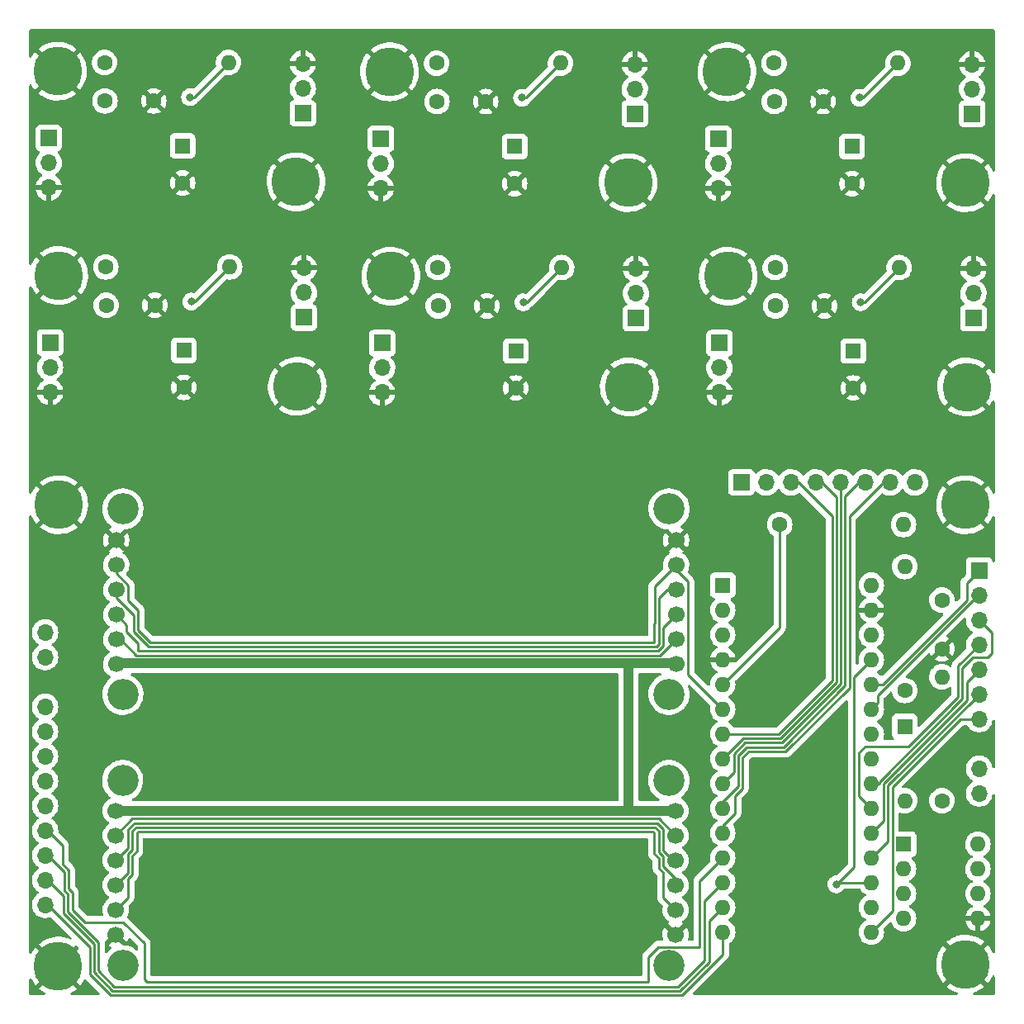
<source format=gbr>
%TF.GenerationSoftware,KiCad,Pcbnew,6.0.10-86aedd382b~118~ubuntu22.10.1*%
%TF.CreationDate,2023-02-15T12:29:17+01:00*%
%TF.ProjectId,railway,7261696c-7761-4792-9e6b-696361645f70,rev?*%
%TF.SameCoordinates,Original*%
%TF.FileFunction,Copper,L2,Bot*%
%TF.FilePolarity,Positive*%
%FSLAX46Y46*%
G04 Gerber Fmt 4.6, Leading zero omitted, Abs format (unit mm)*
G04 Created by KiCad (PCBNEW 6.0.10-86aedd382b~118~ubuntu22.10.1) date 2023-02-15 12:29:17*
%MOMM*%
%LPD*%
G01*
G04 APERTURE LIST*
%TA.AperFunction,ComponentPad*%
%ADD10R,1.700000X1.700000*%
%TD*%
%TA.AperFunction,ComponentPad*%
%ADD11O,1.700000X1.700000*%
%TD*%
%TA.AperFunction,ComponentPad*%
%ADD12C,1.600000*%
%TD*%
%TA.AperFunction,ComponentPad*%
%ADD13O,1.600000X1.600000*%
%TD*%
%TA.AperFunction,ComponentPad*%
%ADD14C,0.800000*%
%TD*%
%TA.AperFunction,ComponentPad*%
%ADD15C,5.000000*%
%TD*%
%TA.AperFunction,ComponentPad*%
%ADD16R,1.600000X1.600000*%
%TD*%
%TA.AperFunction,WasherPad*%
%ADD17C,3.200000*%
%TD*%
%TA.AperFunction,ComponentPad*%
%ADD18C,1.700000*%
%TD*%
%TA.AperFunction,ViaPad*%
%ADD19C,0.800000*%
%TD*%
%TA.AperFunction,Conductor*%
%ADD20C,0.250000*%
%TD*%
%TA.AperFunction,Conductor*%
%ADD21C,1.000000*%
%TD*%
G04 APERTURE END LIST*
D10*
%TO.P,J2,1,Pin_1*%
%TO.N,SIGNAL*%
X127309825Y-60127175D03*
D11*
%TO.P,J2,2,Pin_2*%
%TO.N,+5V*%
X127309825Y-57587175D03*
%TO.P,J2,3,Pin_3*%
%TO.N,GND*%
X127309825Y-55047175D03*
%TD*%
D10*
%TO.P,J2,1,Pin_1*%
%TO.N,SIGNAL*%
X92717500Y-60127175D03*
D11*
%TO.P,J2,2,Pin_2*%
%TO.N,+5V*%
X92717500Y-57587175D03*
%TO.P,J2,3,Pin_3*%
%TO.N,GND*%
X92717500Y-55047175D03*
%TD*%
D12*
%TO.P,C2,1*%
%TO.N,SIGNAL*%
X107029825Y-58872175D03*
%TO.P,C2,2*%
%TO.N,GND*%
X112029825Y-58872175D03*
%TD*%
%TO.P,R1,1*%
%TO.N,SIGNAL*%
X106989825Y-54935175D03*
D13*
%TO.P,R1,2*%
%TO.N,+5V*%
X119689825Y-54935175D03*
%TD*%
D14*
%TO.P,H1,1,1*%
%TO.N,GND*%
X125293175Y-65857175D03*
X126619000Y-69058000D03*
X126619000Y-65308000D03*
X127944825Y-65857175D03*
X128494000Y-67183000D03*
X127944825Y-68508825D03*
D15*
X126619000Y-67183000D03*
D14*
X124744000Y-67183000D03*
X125293175Y-68508825D03*
%TD*%
%TO.P,H2,1,1*%
%TO.N,GND*%
X104038825Y-55824175D03*
X103489650Y-54498350D03*
X102163825Y-53949175D03*
X100838000Y-57150000D03*
D15*
X102163825Y-55824175D03*
D14*
X100288825Y-55824175D03*
X102163825Y-57699175D03*
X103489650Y-57150000D03*
X100838000Y-54498350D03*
%TD*%
D16*
%TO.P,C1,1*%
%TO.N,+5V*%
X114990825Y-63487222D03*
D12*
%TO.P,C1,2*%
%TO.N,GND*%
X114990825Y-67287222D03*
%TD*%
D10*
%TO.P,J1,1,Pin_1*%
%TO.N,SIGNAL*%
X66682500Y-62682175D03*
D11*
%TO.P,J1,2,Pin_2*%
%TO.N,+5V*%
X66682500Y-65222175D03*
%TO.P,J1,3,Pin_3*%
%TO.N,GND*%
X66682500Y-67762175D03*
%TD*%
D12*
%TO.P,C2,1*%
%TO.N,SIGNAL*%
X72437500Y-58872175D03*
%TO.P,C2,2*%
%TO.N,GND*%
X77437500Y-58872175D03*
%TD*%
D14*
%TO.P,H1,1,1*%
%TO.N,GND*%
X90700850Y-65857175D03*
X92026675Y-69058000D03*
X92026675Y-65308000D03*
X93352500Y-65857175D03*
X93901675Y-67183000D03*
X93352500Y-68508825D03*
D15*
X92026675Y-67183000D03*
D14*
X90151675Y-67183000D03*
X90700850Y-68508825D03*
%TD*%
%TO.P,H2,1,1*%
%TO.N,GND*%
X69446500Y-55824175D03*
X68897325Y-54498350D03*
X67571500Y-53949175D03*
X66245675Y-57150000D03*
D15*
X67571500Y-55824175D03*
D14*
X65696500Y-55824175D03*
X67571500Y-57699175D03*
X68897325Y-57150000D03*
X66245675Y-54498350D03*
%TD*%
D12*
%TO.P,R1,1*%
%TO.N,SIGNAL*%
X72397500Y-54935175D03*
D13*
%TO.P,R1,2*%
%TO.N,+5V*%
X85097500Y-54935175D03*
%TD*%
D10*
%TO.P,J1,1,Pin_1*%
%TO.N,SIGNAL*%
X101274825Y-62682175D03*
D11*
%TO.P,J1,2,Pin_2*%
%TO.N,+5V*%
X101274825Y-65222175D03*
%TO.P,J1,3,Pin_3*%
%TO.N,GND*%
X101274825Y-67762175D03*
%TD*%
D14*
%TO.P,H2,1,1*%
%TO.N,GND*%
X35403000Y-55753000D03*
X34853825Y-54427175D03*
X33528000Y-53878000D03*
X32202175Y-57078825D03*
D15*
X33528000Y-55753000D03*
D14*
X31653000Y-55753000D03*
X33528000Y-57628000D03*
X34853825Y-57078825D03*
X32202175Y-54427175D03*
%TD*%
D10*
%TO.P,J2,1,Pin_1*%
%TO.N,SIGNAL*%
X58674000Y-60056000D03*
D11*
%TO.P,J2,2,Pin_2*%
%TO.N,+5V*%
X58674000Y-57516000D03*
%TO.P,J2,3,Pin_3*%
%TO.N,GND*%
X58674000Y-54976000D03*
%TD*%
D16*
%TO.P,C1,1*%
%TO.N,+5V*%
X46355000Y-63416047D03*
D12*
%TO.P,C1,2*%
%TO.N,GND*%
X46355000Y-67216047D03*
%TD*%
%TO.P,C2,1*%
%TO.N,SIGNAL*%
X38394000Y-58801000D03*
%TO.P,C2,2*%
%TO.N,GND*%
X43394000Y-58801000D03*
%TD*%
D14*
%TO.P,H1,1,1*%
%TO.N,GND*%
X56657350Y-65786000D03*
X57983175Y-68986825D03*
X57983175Y-65236825D03*
X59309000Y-65786000D03*
X59858175Y-67111825D03*
X59309000Y-68437650D03*
D15*
X57983175Y-67111825D03*
D14*
X56108175Y-67111825D03*
X56657350Y-68437650D03*
%TD*%
D12*
%TO.P,R1,1*%
%TO.N,SIGNAL*%
X38354000Y-54864000D03*
D13*
%TO.P,R1,2*%
%TO.N,+5V*%
X51054000Y-54864000D03*
%TD*%
D10*
%TO.P,J1,1,Pin_1*%
%TO.N,SIGNAL*%
X32639000Y-62611000D03*
D11*
%TO.P,J1,2,Pin_2*%
%TO.N,+5V*%
X32639000Y-65151000D03*
%TO.P,J1,3,Pin_3*%
%TO.N,GND*%
X32639000Y-67691000D03*
%TD*%
D16*
%TO.P,C1,1*%
%TO.N,+5V*%
X80398500Y-63487222D03*
D12*
%TO.P,C1,2*%
%TO.N,GND*%
X80398500Y-67287222D03*
%TD*%
D14*
%TO.P,H2,1,1*%
%TO.N,GND*%
X103911825Y-34869175D03*
X103362650Y-33543350D03*
X102036825Y-32994175D03*
X100711000Y-36195000D03*
D15*
X102036825Y-34869175D03*
D14*
X100161825Y-34869175D03*
X102036825Y-36744175D03*
X103362650Y-36195000D03*
X100711000Y-33543350D03*
%TD*%
D10*
%TO.P,J2,1,Pin_1*%
%TO.N,SIGNAL*%
X127182825Y-39172175D03*
D11*
%TO.P,J2,2,Pin_2*%
%TO.N,+5V*%
X127182825Y-36632175D03*
%TO.P,J2,3,Pin_3*%
%TO.N,GND*%
X127182825Y-34092175D03*
%TD*%
D16*
%TO.P,C1,1*%
%TO.N,+5V*%
X114863825Y-42532222D03*
D12*
%TO.P,C1,2*%
%TO.N,GND*%
X114863825Y-46332222D03*
%TD*%
%TO.P,C2,1*%
%TO.N,SIGNAL*%
X106902825Y-37917175D03*
%TO.P,C2,2*%
%TO.N,GND*%
X111902825Y-37917175D03*
%TD*%
D14*
%TO.P,H1,1,1*%
%TO.N,GND*%
X125166175Y-44902175D03*
X126492000Y-48103000D03*
X126492000Y-44353000D03*
X127817825Y-44902175D03*
X128367000Y-46228000D03*
X127817825Y-47553825D03*
D15*
X126492000Y-46228000D03*
D14*
X124617000Y-46228000D03*
X125166175Y-47553825D03*
%TD*%
D12*
%TO.P,R1,1*%
%TO.N,SIGNAL*%
X106862825Y-33980175D03*
D13*
%TO.P,R1,2*%
%TO.N,+5V*%
X119562825Y-33980175D03*
%TD*%
D10*
%TO.P,J1,1,Pin_1*%
%TO.N,SIGNAL*%
X101147825Y-41727175D03*
D11*
%TO.P,J1,2,Pin_2*%
%TO.N,+5V*%
X101147825Y-44267175D03*
%TO.P,J1,3,Pin_3*%
%TO.N,GND*%
X101147825Y-46807175D03*
%TD*%
D14*
%TO.P,H2,1,1*%
%TO.N,GND*%
X69319500Y-34869175D03*
X68770325Y-33543350D03*
X67444500Y-32994175D03*
X66118675Y-36195000D03*
D15*
X67444500Y-34869175D03*
D14*
X65569500Y-34869175D03*
X67444500Y-36744175D03*
X68770325Y-36195000D03*
X66118675Y-33543350D03*
%TD*%
D10*
%TO.P,J2,1,Pin_1*%
%TO.N,SIGNAL*%
X92590500Y-39172175D03*
D11*
%TO.P,J2,2,Pin_2*%
%TO.N,+5V*%
X92590500Y-36632175D03*
%TO.P,J2,3,Pin_3*%
%TO.N,GND*%
X92590500Y-34092175D03*
%TD*%
D16*
%TO.P,C1,1*%
%TO.N,+5V*%
X80271500Y-42532222D03*
D12*
%TO.P,C1,2*%
%TO.N,GND*%
X80271500Y-46332222D03*
%TD*%
%TO.P,C2,1*%
%TO.N,SIGNAL*%
X72310500Y-37917175D03*
%TO.P,C2,2*%
%TO.N,GND*%
X77310500Y-37917175D03*
%TD*%
D14*
%TO.P,H1,1,1*%
%TO.N,GND*%
X90573850Y-44902175D03*
X91899675Y-48103000D03*
X91899675Y-44353000D03*
X93225500Y-44902175D03*
X93774675Y-46228000D03*
X93225500Y-47553825D03*
D15*
X91899675Y-46228000D03*
D14*
X90024675Y-46228000D03*
X90573850Y-47553825D03*
%TD*%
D12*
%TO.P,R1,1*%
%TO.N,SIGNAL*%
X72270500Y-33980175D03*
D13*
%TO.P,R1,2*%
%TO.N,+5V*%
X84970500Y-33980175D03*
%TD*%
D10*
%TO.P,J1,1,Pin_1*%
%TO.N,SIGNAL*%
X66555500Y-41727175D03*
D11*
%TO.P,J1,2,Pin_2*%
%TO.N,+5V*%
X66555500Y-44267175D03*
%TO.P,J1,3,Pin_3*%
%TO.N,GND*%
X66555500Y-46807175D03*
%TD*%
D17*
%TO.P,U2,*%
%TO.N,*%
X96084000Y-126521000D03*
X40084000Y-107521000D03*
X96084000Y-107521000D03*
X40084000Y-126521000D03*
D18*
%TO.P,U2,1,GND*%
%TO.N,GND*%
X96774000Y-123317000D03*
X39370000Y-123317000D03*
%TO.P,U2,2,OE*%
%TO.N,D3*%
X96774000Y-120777000D03*
X39370000Y-120777000D03*
%TO.P,U2,3,SCL*%
%TO.N,SCL*%
X39370000Y-118237000D03*
X96774000Y-118237000D03*
%TO.P,U2,4,SDA*%
%TO.N,SDA*%
X96774000Y-115697000D03*
X39370000Y-115697000D03*
%TO.P,U2,5,VCC*%
%TO.N,+5V*%
X39370000Y-113157000D03*
X96774000Y-113157000D03*
%TO.P,U2,6,V+*%
%TO.N,V+*%
X96774000Y-110617000D03*
X39370000Y-110617000D03*
%TD*%
D16*
%TO.P,U3,1,NC*%
%TO.N,unconnected-(U3-Pad1)*%
X120152000Y-114056000D03*
D13*
%TO.P,U3,2,A*%
%TO.N,Net-(D1-Pad1)*%
X120152000Y-116596000D03*
%TO.P,U3,3,C*%
%TO.N,TRACK_A*%
X120152000Y-119136000D03*
%TO.P,U3,4*%
%TO.N,N/C*%
X120152000Y-121676000D03*
%TO.P,U3,5,GND*%
%TO.N,GND*%
X127772000Y-121676000D03*
%TO.P,U3,6,VO*%
%TO.N,D2*%
X127772000Y-119136000D03*
%TO.P,U3,7,EN*%
%TO.N,Net-(R3-Pad1)*%
X127772000Y-116596000D03*
%TO.P,U3,8,VCC*%
%TO.N,+5V*%
X127772000Y-114056000D03*
%TD*%
D10*
%TO.P,J1,1,Pin_1*%
%TO.N,SIGNAL*%
X32512000Y-41656000D03*
D11*
%TO.P,J1,2,Pin_2*%
%TO.N,+5V*%
X32512000Y-44196000D03*
%TO.P,J1,3,Pin_3*%
%TO.N,GND*%
X32512000Y-46736000D03*
%TD*%
D10*
%TO.P,J4,1,Pin_1*%
%TO.N,A7*%
X127889000Y-85984000D03*
D11*
%TO.P,J4,2,Pin_2*%
%TO.N,A6*%
X127889000Y-88524000D03*
%TO.P,J4,3,Pin_3*%
%TO.N,A3*%
X127889000Y-91064000D03*
%TO.P,J4,4,Pin_4*%
%TO.N,A2*%
X127889000Y-93604000D03*
%TO.P,J4,5,Pin_5*%
%TO.N,A1*%
X127889000Y-96144000D03*
%TO.P,J4,6,Pin_6*%
%TO.N,A0*%
X127889000Y-98684000D03*
%TO.P,J4,7,Pin_7*%
%TO.N,D13*%
X127889000Y-101224000D03*
%TO.P,J4,8,Pin_8*%
%TO.N,GND*%
X127889000Y-103764000D03*
%TO.P,J4,9,Pin_9*%
%TO.N,TRACK_A*%
X127889000Y-106304000D03*
%TO.P,J4,10,Pin_10*%
%TO.N,TRACK_B*%
X127889000Y-108844000D03*
%TD*%
D16*
%TO.P,D1,1,K*%
%TO.N,Net-(D1-Pad1)*%
X120269000Y-101981000D03*
D13*
%TO.P,D1,2,A*%
%TO.N,TRACK_A*%
X120269000Y-109601000D03*
%TD*%
D12*
%TO.P,R2,1*%
%TO.N,TRACK_B*%
X124079000Y-109601000D03*
D13*
%TO.P,R2,2*%
%TO.N,Net-(D1-Pad1)*%
X124079000Y-96901000D03*
%TD*%
D15*
%TO.P,H4,1,1*%
%TO.N,GND*%
X126492000Y-126365000D03*
D14*
X126492000Y-128240000D03*
X128367000Y-126365000D03*
X125166175Y-125039175D03*
X127817825Y-127690825D03*
X127817825Y-125039175D03*
X124617000Y-126365000D03*
X126492000Y-124490000D03*
X125166175Y-127690825D03*
%TD*%
D10*
%TO.P,J3,1,Pin_1*%
%TO.N,GND*%
X32131000Y-84709000D03*
D11*
%TO.P,J3,2,Pin_2*%
X32131000Y-87249000D03*
%TO.P,J3,3,Pin_3*%
X32131000Y-89789000D03*
%TO.P,J3,4,Pin_4*%
%TO.N,+5V*%
X32131000Y-92329000D03*
%TO.P,J3,5,Pin_5*%
X32131000Y-94869000D03*
%TO.P,J3,6,Pin_6*%
%TO.N,GND*%
X32131000Y-97409000D03*
%TO.P,J3,7,Pin_7*%
%TO.N,V+*%
X32131000Y-99949000D03*
%TO.P,J3,8,Pin_8*%
X32131000Y-102489000D03*
%TO.P,J3,9,Pin_9*%
X32131000Y-105029000D03*
%TO.P,J3,10,Pin_10*%
X32131000Y-107569000D03*
%TO.P,J3,11,Pin_11*%
X32131000Y-110109000D03*
%TO.P,J3,12,Pin_12*%
%TO.N,D9*%
X32131000Y-112649000D03*
%TO.P,J3,13,Pin_13*%
%TO.N,D10*%
X32131000Y-115189000D03*
%TO.P,J3,14,Pin_14*%
%TO.N,D11*%
X32131000Y-117729000D03*
%TO.P,J3,15,Pin_15*%
%TO.N,D12*%
X32131000Y-120269000D03*
%TD*%
D10*
%TO.P,J5,1,Pin_1*%
%TO.N,V+*%
X103520000Y-76962000D03*
D11*
%TO.P,J5,2,Pin_2*%
X106060000Y-76962000D03*
%TO.P,J5,3,Pin_3*%
%TO.N,D4*%
X108600000Y-76962000D03*
%TO.P,J5,4,Pin_4*%
%TO.N,D5*%
X111140000Y-76962000D03*
%TO.P,J5,5,Pin_5*%
%TO.N,D6*%
X113680000Y-76962000D03*
%TO.P,J5,6,Pin_6*%
%TO.N,D7*%
X116220000Y-76962000D03*
%TO.P,J5,7,Pin_7*%
%TO.N,D8*%
X118760000Y-76962000D03*
%TO.P,J5,8,Pin_8*%
%TO.N,+12V*%
X121300000Y-76962000D03*
%TD*%
D12*
%TO.P,R1,1*%
%TO.N,SIGNAL*%
X38227000Y-33909000D03*
D13*
%TO.P,R1,2*%
%TO.N,+5V*%
X50927000Y-33909000D03*
%TD*%
D12*
%TO.P,C3,1*%
%TO.N,+5V*%
X124079000Y-89027000D03*
%TO.P,C3,2*%
%TO.N,GND*%
X124079000Y-94027000D03*
%TD*%
D16*
%TO.P,A1,1,TX1*%
%TO.N,unconnected-(A1-Pad1)*%
X101610000Y-87503000D03*
D13*
%TO.P,A1,2,RX1*%
%TO.N,unconnected-(A1-Pad2)*%
X101610000Y-90043000D03*
%TO.P,A1,3,~{RESET}*%
%TO.N,RST*%
X101610000Y-92583000D03*
%TO.P,A1,4,GND*%
%TO.N,GND*%
X101610000Y-95123000D03*
%TO.P,A1,5,D2*%
%TO.N,D2*%
X101610000Y-97663000D03*
%TO.P,A1,6,D3*%
%TO.N,D3*%
X101610000Y-100203000D03*
%TO.P,A1,7,D4*%
%TO.N,D4*%
X101610000Y-102743000D03*
%TO.P,A1,8,D5*%
%TO.N,D5*%
X101610000Y-105283000D03*
%TO.P,A1,9,D6*%
%TO.N,D6*%
X101610000Y-107823000D03*
%TO.P,A1,10,D7*%
%TO.N,D7*%
X101610000Y-110363000D03*
%TO.P,A1,11,D8*%
%TO.N,D8*%
X101610000Y-112903000D03*
%TO.P,A1,12,D9*%
%TO.N,D9*%
X101610000Y-115443000D03*
%TO.P,A1,13,D10*%
%TO.N,D10*%
X101610000Y-117983000D03*
%TO.P,A1,14,MOSI*%
%TO.N,D11*%
X101610000Y-120523000D03*
%TO.P,A1,15,MISO*%
%TO.N,D12*%
X101610000Y-123063000D03*
%TO.P,A1,16,SCK*%
%TO.N,D13*%
X116850000Y-123063000D03*
%TO.P,A1,17,3V3*%
%TO.N,+3V3*%
X116850000Y-120523000D03*
%TO.P,A1,18,AREF*%
%TO.N,+5V*%
X116850000Y-117983000D03*
%TO.P,A1,19,A0*%
%TO.N,A0*%
X116850000Y-115443000D03*
%TO.P,A1,20,A1*%
%TO.N,A1*%
X116850000Y-112903000D03*
%TO.P,A1,21,A2*%
%TO.N,A2*%
X116850000Y-110363000D03*
%TO.P,A1,22,A3*%
%TO.N,A3*%
X116850000Y-107823000D03*
%TO.P,A1,23,SDA/A4*%
%TO.N,SDA*%
X116850000Y-105283000D03*
%TO.P,A1,24,SCL/A5*%
%TO.N,SCL*%
X116850000Y-102743000D03*
%TO.P,A1,25,A6*%
%TO.N,A6*%
X116850000Y-100203000D03*
%TO.P,A1,26,A7*%
%TO.N,A7*%
X116850000Y-97663000D03*
%TO.P,A1,27,+5V*%
%TO.N,+5V*%
X116850000Y-95123000D03*
%TO.P,A1,28,~{RESET}*%
%TO.N,RST*%
X116850000Y-92583000D03*
%TO.P,A1,29,GND*%
%TO.N,GND*%
X116850000Y-90043000D03*
%TO.P,A1,30,VIN*%
%TO.N,+12V*%
X116850000Y-87503000D03*
%TD*%
D12*
%TO.P,R4,1*%
%TO.N,D2*%
X107442000Y-81280000D03*
D13*
%TO.P,R4,2*%
%TO.N,+5V*%
X120142000Y-81280000D03*
%TD*%
D14*
%TO.P,H6,1,1*%
%TO.N,GND*%
X32131000Y-127889000D03*
X32131000Y-125237350D03*
X33456825Y-128438175D03*
X35331825Y-126563175D03*
D15*
X33456825Y-126563175D03*
D14*
X31581825Y-126563175D03*
X34782650Y-125237350D03*
X33456825Y-124688175D03*
X34782650Y-127889000D03*
%TD*%
%TO.P,H1,1,1*%
%TO.N,GND*%
X56530350Y-44831000D03*
X57856175Y-48031825D03*
X57856175Y-44281825D03*
X59182000Y-44831000D03*
X59731175Y-46156825D03*
X59182000Y-47482650D03*
D15*
X57856175Y-46156825D03*
D14*
X55981175Y-46156825D03*
X56530350Y-47482650D03*
%TD*%
D15*
%TO.P,H5,1,1*%
%TO.N,GND*%
X33528000Y-79248000D03*
D14*
X32202175Y-77922175D03*
X34853825Y-77922175D03*
X33528000Y-77373000D03*
X35403000Y-79248000D03*
X33528000Y-81123000D03*
X31653000Y-79248000D03*
X34853825Y-80573825D03*
X32202175Y-80573825D03*
%TD*%
D12*
%TO.P,C2,1*%
%TO.N,SIGNAL*%
X38267000Y-37846000D03*
%TO.P,C2,2*%
%TO.N,GND*%
X43267000Y-37846000D03*
%TD*%
D17*
%TO.P,U1,*%
%TO.N,*%
X40104000Y-98686000D03*
X96104000Y-79686000D03*
X96104000Y-98686000D03*
X40104000Y-79686000D03*
D18*
%TO.P,U1,1,GND*%
%TO.N,GND*%
X39414000Y-82890000D03*
X96818000Y-82890000D03*
%TO.P,U1,2,OE*%
%TO.N,D3*%
X39414000Y-85430000D03*
X96818000Y-85430000D03*
%TO.P,U1,3,SCL*%
%TO.N,SCL*%
X96818000Y-87970000D03*
X39414000Y-87970000D03*
%TO.P,U1,4,SDA*%
%TO.N,SDA*%
X96818000Y-90510000D03*
X39414000Y-90510000D03*
%TO.P,U1,5,VCC*%
%TO.N,+5V*%
X39414000Y-93050000D03*
X96818000Y-93050000D03*
%TO.P,U1,6,V+*%
%TO.N,V+*%
X96818000Y-95590000D03*
X39414000Y-95590000D03*
%TD*%
D16*
%TO.P,C1,1*%
%TO.N,+5V*%
X46228000Y-42461047D03*
D12*
%TO.P,C1,2*%
%TO.N,GND*%
X46228000Y-46261047D03*
%TD*%
D10*
%TO.P,J2,1,Pin_1*%
%TO.N,SIGNAL*%
X58547000Y-39101000D03*
D11*
%TO.P,J2,2,Pin_2*%
%TO.N,+5V*%
X58547000Y-36561000D03*
%TO.P,J2,3,Pin_3*%
%TO.N,GND*%
X58547000Y-34021000D03*
%TD*%
D12*
%TO.P,R3,1*%
%TO.N,Net-(R3-Pad1)*%
X120269000Y-98298000D03*
D13*
%TO.P,R3,2*%
%TO.N,+5V*%
X120269000Y-85598000D03*
%TD*%
D14*
%TO.P,H3,1,1*%
%TO.N,GND*%
X128367000Y-79248000D03*
X126492000Y-77373000D03*
D15*
X126492000Y-79248000D03*
D14*
X127817825Y-80573825D03*
X127817825Y-77922175D03*
X124617000Y-79248000D03*
X125166175Y-77922175D03*
X126492000Y-81123000D03*
X125166175Y-80573825D03*
%TD*%
%TO.P,H2,1,1*%
%TO.N,GND*%
X35276000Y-34798000D03*
X34726825Y-33472175D03*
X33401000Y-32923000D03*
X32075175Y-36123825D03*
D15*
X33401000Y-34798000D03*
D14*
X31526000Y-34798000D03*
X33401000Y-36673000D03*
X34726825Y-36123825D03*
X32075175Y-33472175D03*
%TD*%
D19*
%TO.N,GND*%
X109910825Y-66619175D03*
X112704825Y-63190175D03*
X112323825Y-54808175D03*
X77731500Y-54808175D03*
X35687000Y-59182000D03*
X110291825Y-54808175D03*
%TO.N,+5V*%
X115752825Y-58491175D03*
%TO.N,GND*%
X114355825Y-54808175D03*
X35687000Y-63881000D03*
X104322825Y-59253175D03*
X104322825Y-63952175D03*
X119562825Y-57729175D03*
X109529825Y-57983175D03*
X104449825Y-66492175D03*
X50927000Y-57658000D03*
X74937500Y-57983175D03*
X40894000Y-57912000D03*
X69857500Y-66492175D03*
%TO.N,+5V*%
X81160500Y-58491175D03*
%TO.N,GND*%
X75699500Y-54808175D03*
X78112500Y-63190175D03*
X35814000Y-66421000D03*
X79763500Y-54808175D03*
X75318500Y-66619175D03*
X43688000Y-54737000D03*
X41275000Y-66548000D03*
X69730500Y-59253175D03*
X69730500Y-63952175D03*
X45720000Y-54737000D03*
X44069000Y-63119000D03*
%TO.N,+5V*%
X47117000Y-58420000D03*
%TO.N,GND*%
X84970500Y-57729175D03*
X41656000Y-54737000D03*
X104195825Y-38298175D03*
X104195825Y-42997175D03*
X119435825Y-36774175D03*
X109402825Y-37028175D03*
X104322825Y-45537175D03*
X112196825Y-33853175D03*
X109783825Y-45664175D03*
X114228825Y-33853175D03*
X112577825Y-42235175D03*
%TO.N,+5V*%
X115625825Y-37536175D03*
%TO.N,GND*%
X110164825Y-33853175D03*
X69603500Y-38298175D03*
X69603500Y-42997175D03*
X84843500Y-36774175D03*
X74810500Y-37028175D03*
X69730500Y-45537175D03*
X77604500Y-33853175D03*
X75191500Y-45664175D03*
X79636500Y-33853175D03*
X77985500Y-42235175D03*
%TO.N,+5V*%
X81033500Y-37536175D03*
%TO.N,GND*%
X75572500Y-33853175D03*
X35560000Y-38227000D03*
X35560000Y-42926000D03*
X35687000Y-45466000D03*
X41148000Y-45593000D03*
X43942000Y-42164000D03*
X50800000Y-36703000D03*
X40767000Y-36957000D03*
X45593000Y-33782000D03*
X43561000Y-33782000D03*
X41529000Y-33782000D03*
X69596000Y-108712000D03*
X67945000Y-108712000D03*
X66421000Y-108712000D03*
X69469000Y-97282000D03*
X66675000Y-97282000D03*
X68072000Y-97282000D03*
X109855000Y-87503000D03*
X109855000Y-88900000D03*
X109855000Y-90170000D03*
X109855000Y-91440000D03*
X109855000Y-92710000D03*
X109855000Y-93980000D03*
X120142000Y-111760000D03*
X119507000Y-123571000D03*
X99568000Y-113030000D03*
X96139000Y-103124000D03*
X122428000Y-118999000D03*
X123952000Y-115824000D03*
X123952000Y-114681000D03*
X106426000Y-100457000D03*
X106426000Y-99314000D03*
X106426000Y-98171000D03*
X109220000Y-113919000D03*
X109220000Y-116332000D03*
X109220000Y-115062000D03*
X87249000Y-114427000D03*
X87249000Y-90551000D03*
X87249000Y-116586000D03*
X87249000Y-115570000D03*
X87249000Y-88265000D03*
X87249000Y-99060000D03*
X87249000Y-106934000D03*
X87249000Y-89408000D03*
X87249000Y-107950000D03*
X87249000Y-97028000D03*
X87249000Y-108966000D03*
X87249000Y-98044000D03*
X87249000Y-87122000D03*
%TO.N,+5V*%
X46990000Y-37465000D03*
X113252500Y-118173500D03*
%TO.N,GND*%
X94996000Y-122936000D03*
X103632000Y-125857000D03*
X91233500Y-122936000D03*
X104775000Y-125857000D03*
X43307000Y-121920000D03*
X108013500Y-125031500D03*
X36703000Y-120269000D03*
X36703000Y-116840000D03*
X107188000Y-125857000D03*
X122301000Y-91567000D03*
X36703000Y-119126000D03*
X36703000Y-117983000D03*
X44069000Y-121158000D03*
X93726000Y-122936000D03*
X92456000Y-122936000D03*
X36703000Y-115697000D03*
X44831000Y-120396000D03*
X105918000Y-125857000D03*
%TO.N,V+*%
X91932000Y-98949000D03*
X91932000Y-96663000D03*
X91932000Y-95520000D03*
X90916000Y-95520000D03*
X88884000Y-95520000D03*
X89900000Y-95520000D03*
X91932000Y-97806000D03*
%TD*%
D20*
%TO.N,+5V*%
X115752825Y-58491175D02*
X116133825Y-58491175D01*
X116133825Y-58491175D02*
X119689825Y-54935175D01*
X81160500Y-58491175D02*
X81541500Y-58491175D01*
X81541500Y-58491175D02*
X85097500Y-54935175D01*
X47117000Y-58420000D02*
X47498000Y-58420000D01*
X47498000Y-58420000D02*
X51054000Y-54864000D01*
X115625825Y-37536175D02*
X116006825Y-37536175D01*
X116006825Y-37536175D02*
X119562825Y-33980175D01*
X81033500Y-37536175D02*
X81414500Y-37536175D01*
X81414500Y-37536175D02*
X84970500Y-33980175D01*
X95059000Y-111442000D02*
X41085000Y-111442000D01*
X47371000Y-37465000D02*
X50927000Y-33909000D01*
X95173000Y-94695000D02*
X96818000Y-93050000D01*
X113443000Y-117983000D02*
X116850000Y-117983000D01*
X41085000Y-111442000D02*
X39370000Y-113157000D01*
X39837000Y-93050000D02*
X41482000Y-94695000D01*
X39414000Y-93050000D02*
X39837000Y-93050000D01*
X96774000Y-113157000D02*
X95059000Y-111442000D01*
X116850000Y-95123000D02*
X115062000Y-96911000D01*
X46990000Y-37465000D02*
X47371000Y-37465000D01*
X115062000Y-96911000D02*
X115062000Y-116364000D01*
X113252500Y-118173500D02*
X113443000Y-117983000D01*
X41482000Y-94695000D02*
X95173000Y-94695000D01*
X115062000Y-116364000D02*
X113252500Y-118173500D01*
%TO.N,D2*%
X101610000Y-97663000D02*
X107442000Y-91831000D01*
X107442000Y-91831000D02*
X107442000Y-81280000D01*
%TO.N,D3*%
X40640000Y-117603396D02*
X41090000Y-117153396D01*
X101610000Y-100203000D02*
X98044000Y-96637000D01*
X41090000Y-115249792D02*
X41529000Y-114810792D01*
X94615000Y-91440208D02*
X94615000Y-87633000D01*
X98044000Y-87122000D02*
X96818000Y-85896000D01*
X94604000Y-93345000D02*
X94604000Y-91451208D01*
X95054000Y-115503792D02*
X95054000Y-116518396D01*
X40640000Y-119507000D02*
X40640000Y-117603396D01*
X39414000Y-86277000D02*
X40640000Y-87503000D01*
X42926000Y-93345000D02*
X94604000Y-93345000D01*
X95504000Y-119507000D02*
X96774000Y-120777000D01*
X41529000Y-114810792D02*
X41529000Y-112907188D01*
X94604000Y-91451208D02*
X94615000Y-91440208D01*
X39370000Y-120777000D02*
X40640000Y-119507000D01*
X39414000Y-85430000D02*
X39414000Y-86277000D01*
X98044000Y-96637000D02*
X98044000Y-87122000D01*
X41644188Y-112792000D02*
X94499812Y-112792000D01*
X40640000Y-89027000D02*
X41656000Y-90043000D01*
X96818000Y-85896000D02*
X96818000Y-85430000D01*
X41656000Y-92075000D02*
X42926000Y-93345000D01*
X94615000Y-87633000D02*
X96818000Y-85430000D01*
X95504000Y-116968396D02*
X95504000Y-119507000D01*
X41656000Y-90043000D02*
X41656000Y-92075000D01*
X41090000Y-117153396D02*
X41090000Y-115249792D01*
X94499812Y-112792000D02*
X94604000Y-112896188D01*
X94604000Y-112896188D02*
X94604000Y-115053792D01*
X40640000Y-87503000D02*
X40640000Y-89027000D01*
X95054000Y-116518396D02*
X95504000Y-116968396D01*
X94604000Y-115053792D02*
X95054000Y-115503792D01*
X41529000Y-112907188D02*
X41644188Y-112792000D01*
%TO.N,D4*%
X112812000Y-97251812D02*
X112812000Y-80427000D01*
X107320812Y-102743000D02*
X112812000Y-97251812D01*
X112812000Y-80427000D02*
X109347000Y-76962000D01*
X109347000Y-76962000D02*
X108600000Y-76962000D01*
X101610000Y-102743000D02*
X107320812Y-102743000D01*
%TO.N,D5*%
X101610000Y-105283000D02*
X103700000Y-103193000D01*
X113262000Y-78464000D02*
X111760000Y-76962000D01*
X113262000Y-97438208D02*
X113262000Y-78464000D01*
X111760000Y-76962000D02*
X111140000Y-76962000D01*
X107507208Y-103193000D02*
X113262000Y-97438208D01*
X103700000Y-103193000D02*
X107507208Y-103193000D01*
%TO.N,D6*%
X102735000Y-104794396D02*
X103886396Y-103643000D01*
X107693604Y-103643000D02*
X113712000Y-97624604D01*
X103886396Y-103643000D02*
X107693604Y-103643000D01*
X102735000Y-106698000D02*
X102735000Y-104794396D01*
X113712000Y-76994000D02*
X113680000Y-76962000D01*
X101610000Y-107823000D02*
X102735000Y-106698000D01*
X113712000Y-97624604D02*
X113712000Y-76994000D01*
%TO.N,D7*%
X115570000Y-76962000D02*
X116220000Y-76962000D01*
X103185000Y-108143000D02*
X103185000Y-104980792D01*
X107880000Y-104093000D02*
X114162000Y-97811000D01*
X104072792Y-104093000D02*
X107880000Y-104093000D01*
X101610000Y-109718000D02*
X103185000Y-108143000D01*
X101610000Y-110363000D02*
X101610000Y-109718000D01*
X114162000Y-97811000D02*
X114162000Y-78370000D01*
X114162000Y-78370000D02*
X115570000Y-76962000D01*
X103185000Y-104980792D02*
X104072792Y-104093000D01*
%TO.N,D8*%
X114612000Y-97997396D02*
X114612000Y-80460000D01*
X101610000Y-112903000D02*
X101610000Y-112131000D01*
X114612000Y-80460000D02*
X118110000Y-76962000D01*
X101610000Y-112131000D02*
X102870000Y-110871000D01*
X103635000Y-108329396D02*
X103635000Y-105167188D01*
X102870000Y-109094396D02*
X103635000Y-108329396D01*
X102870000Y-110871000D02*
X102870000Y-109094396D01*
X118110000Y-76962000D02*
X118760000Y-76962000D01*
X108066396Y-104543000D02*
X114612000Y-97997396D01*
X104259188Y-104543000D02*
X108066396Y-104543000D01*
X103635000Y-105167188D02*
X104259188Y-104543000D01*
%TO.N,D9*%
X93980000Y-125603000D02*
X93980000Y-128143000D01*
X40132000Y-122047000D02*
X36197792Y-122047000D01*
X101610000Y-115443000D02*
X99245000Y-117808000D01*
X42291000Y-124206000D02*
X40132000Y-122047000D01*
X99245000Y-124587000D02*
X94996000Y-124587000D01*
X33909698Y-114173698D02*
X32385000Y-112649000D01*
X34936000Y-119007208D02*
X34550198Y-118621406D01*
X33909698Y-116077302D02*
X33909698Y-114173698D01*
X36197792Y-122047000D02*
X34936000Y-120785208D01*
X34550198Y-118621406D02*
X34550198Y-116717802D01*
X99245000Y-117808000D02*
X99245000Y-124587000D01*
X94996000Y-124587000D02*
X93980000Y-125603000D01*
X93933000Y-128190000D02*
X42592000Y-128190000D01*
X42291000Y-127889000D02*
X42291000Y-124206000D01*
X42592000Y-128190000D02*
X42291000Y-127889000D01*
X34936000Y-120785208D02*
X34936000Y-119007208D01*
X93980000Y-128143000D02*
X93933000Y-128190000D01*
X34550198Y-116717802D02*
X33909698Y-116077302D01*
%TO.N,D10*%
X97036208Y-128640000D02*
X99695000Y-125981208D01*
X37603000Y-127011000D02*
X39232000Y-128640000D01*
X34486000Y-119193604D02*
X34486000Y-120971604D01*
X99695000Y-119898000D02*
X101610000Y-117983000D01*
X34100198Y-118807802D02*
X34486000Y-119193604D01*
X34100198Y-116904198D02*
X34100198Y-118807802D01*
X39232000Y-128640000D02*
X97036208Y-128640000D01*
X99695000Y-125981208D02*
X99695000Y-119898000D01*
X34486000Y-120971604D02*
X37603000Y-124088604D01*
X37603000Y-124088604D02*
X37603000Y-127011000D01*
X32385000Y-115189000D02*
X34100198Y-116904198D01*
%TO.N,D11*%
X32385000Y-117729000D02*
X34036000Y-119380000D01*
X39045604Y-129090000D02*
X97222604Y-129090000D01*
X37153000Y-127197396D02*
X39045604Y-129090000D01*
X34036000Y-121158000D02*
X37153000Y-124275000D01*
X37153000Y-124275000D02*
X37153000Y-127197396D01*
X34036000Y-119380000D02*
X34036000Y-121158000D01*
X97222604Y-129090000D02*
X100203000Y-126109604D01*
X100203000Y-121930000D02*
X101610000Y-120523000D01*
X100203000Y-126109604D02*
X100203000Y-121930000D01*
%TO.N,D12*%
X36703000Y-124587000D02*
X32385000Y-120269000D01*
X101610000Y-123063000D02*
X101610000Y-125339000D01*
X97409000Y-129540000D02*
X38859208Y-129540000D01*
X101610000Y-125339000D02*
X97409000Y-129540000D01*
X38859208Y-129540000D02*
X36703000Y-127383792D01*
X36703000Y-127383792D02*
X36703000Y-124587000D01*
%TO.N,D13*%
X118999000Y-120914000D02*
X118999000Y-108210396D01*
X118999000Y-108210396D02*
X125985396Y-101224000D01*
X116850000Y-123063000D02*
X118999000Y-120914000D01*
X125985396Y-101224000D02*
X127889000Y-101224000D01*
%TO.N,A0*%
X118549000Y-108024000D02*
X127889000Y-98684000D01*
X116850000Y-115443000D02*
X118549000Y-113744000D01*
X118549000Y-113744000D02*
X118549000Y-108024000D01*
%TO.N,A1*%
X116850000Y-112903000D02*
X118099000Y-111654000D01*
X126619000Y-99317604D02*
X126619000Y-97414000D01*
X126619000Y-97414000D02*
X127889000Y-96144000D01*
X118099000Y-107837604D02*
X126619000Y-99317604D01*
X118099000Y-111654000D02*
X118099000Y-107837604D01*
%TO.N,A2*%
X120650812Y-104013000D02*
X125719000Y-98944812D01*
X125719000Y-95774000D02*
X127889000Y-93604000D01*
X125719000Y-98944812D02*
X125719000Y-95774000D01*
X116850000Y-110363000D02*
X115570000Y-109083000D01*
X116205000Y-104013000D02*
X120650812Y-104013000D01*
X115570000Y-104648000D02*
X116205000Y-104013000D01*
X115570000Y-109083000D02*
X115570000Y-104648000D01*
%TO.N,A3*%
X129159000Y-94488000D02*
X129159000Y-92334000D01*
X117649000Y-107651208D02*
X126169000Y-99131208D01*
X126169000Y-99131208D02*
X126169000Y-95960396D01*
X128778000Y-94869000D02*
X129159000Y-94488000D01*
X126169000Y-95960396D02*
X127260396Y-94869000D01*
X117649000Y-107823000D02*
X117649000Y-107651208D01*
X127260396Y-94869000D02*
X128778000Y-94869000D01*
X116850000Y-107823000D02*
X117649000Y-107823000D01*
X129159000Y-92334000D02*
X127889000Y-91064000D01*
%TO.N,SDA*%
X41668396Y-93484396D02*
X40501000Y-92317000D01*
X95504000Y-93727604D02*
X94986604Y-94245000D01*
X96818000Y-90510000D02*
X95504000Y-91824000D01*
X40501000Y-91597000D02*
X39414000Y-90510000D01*
X41668396Y-94245000D02*
X41668396Y-93484396D01*
X95504000Y-112523396D02*
X94872604Y-111892000D01*
X94872604Y-111892000D02*
X41271396Y-111892000D01*
X40629000Y-112534396D02*
X40629000Y-114438000D01*
X41271396Y-111892000D02*
X40629000Y-112534396D01*
X40629000Y-114438000D02*
X39370000Y-115697000D01*
X94986604Y-94245000D02*
X41668396Y-94245000D01*
X96774000Y-115697000D02*
X96520000Y-115697000D01*
X40501000Y-92317000D02*
X40501000Y-91597000D01*
X96520000Y-115697000D02*
X95504000Y-114681000D01*
X95504000Y-91824000D02*
X95504000Y-93727604D01*
X95504000Y-114681000D02*
X95504000Y-112523396D01*
%TO.N,SCL*%
X95054000Y-91637604D02*
X95065000Y-91626604D01*
X39414000Y-88817000D02*
X41206000Y-90609000D01*
X40640000Y-115063396D02*
X40640000Y-116967000D01*
X94686208Y-112342000D02*
X41457792Y-112342000D01*
X95054000Y-114867396D02*
X95054000Y-112709792D01*
X39414000Y-87970000D02*
X39414000Y-88817000D01*
X95926000Y-87970000D02*
X96818000Y-87970000D01*
X95054000Y-112709792D02*
X94686208Y-112342000D01*
X94800208Y-93795000D02*
X95054000Y-93541208D01*
X40640000Y-116967000D02*
X39370000Y-118237000D01*
X42739604Y-93795000D02*
X94800208Y-93795000D01*
X95065000Y-88831000D02*
X95926000Y-87970000D01*
X95504000Y-116332000D02*
X95504000Y-115317396D01*
X96774000Y-118237000D02*
X96774000Y-117602000D01*
X95504000Y-115317396D02*
X95054000Y-114867396D01*
X41206000Y-92261396D02*
X42739604Y-93795000D01*
X41079000Y-112720792D02*
X41079000Y-114624396D01*
X95054000Y-93541208D02*
X95054000Y-91637604D01*
X96774000Y-117602000D02*
X95504000Y-116332000D01*
X41457792Y-112342000D02*
X41079000Y-112720792D01*
X41079000Y-114624396D02*
X40640000Y-115063396D01*
X95065000Y-91626604D02*
X95065000Y-88831000D01*
X41206000Y-90609000D02*
X41206000Y-92261396D01*
%TO.N,A6*%
X117475000Y-99578000D02*
X117475000Y-98805766D01*
X116850000Y-100203000D02*
X117475000Y-99578000D01*
X127756766Y-88524000D02*
X127889000Y-88524000D01*
X117475000Y-98805766D02*
X127756766Y-88524000D01*
%TO.N,A7*%
X117981370Y-97663000D02*
X126619000Y-89025370D01*
X126619000Y-89025370D02*
X126619000Y-87254000D01*
X116850000Y-97663000D02*
X117981370Y-97663000D01*
X126619000Y-87254000D02*
X127889000Y-85984000D01*
D21*
%TO.N,V+*%
X88884000Y-95520000D02*
X89900000Y-95520000D01*
X90916000Y-95520000D02*
X91932000Y-95520000D01*
X91932000Y-95520000D02*
X96748000Y-95520000D01*
X89900000Y-95520000D02*
X90916000Y-95520000D01*
X84820000Y-95520000D02*
X85836000Y-95520000D01*
X39414000Y-95590000D02*
X39484000Y-95520000D01*
X85836000Y-95520000D02*
X86852000Y-95520000D01*
X96748000Y-95520000D02*
X96818000Y-95590000D01*
X39484000Y-95520000D02*
X84820000Y-95520000D01*
X96774000Y-110617000D02*
X92202000Y-110617000D01*
X92202000Y-110617000D02*
X39370000Y-110617000D01*
X91932000Y-95520000D02*
X91932000Y-110347000D01*
X86852000Y-95520000D02*
X87868000Y-95520000D01*
X91932000Y-110347000D02*
X92202000Y-110617000D01*
X87868000Y-95520000D02*
X88884000Y-95520000D01*
%TD*%
%TA.AperFunction,Conductor*%
%TO.N,GND*%
G36*
X129433621Y-30528502D02*
G01*
X129480114Y-30582158D01*
X129491500Y-30634500D01*
X129491500Y-44976540D01*
X129471498Y-45044661D01*
X129417842Y-45091154D01*
X129347568Y-45101258D01*
X129282988Y-45071764D01*
X129249603Y-45025975D01*
X129192290Y-44891608D01*
X129189073Y-44885125D01*
X129020788Y-44590089D01*
X129016856Y-44584034D01*
X128815774Y-44310295D01*
X128811166Y-44304726D01*
X128805830Y-44298984D01*
X128792178Y-44290866D01*
X128791570Y-44290887D01*
X128783092Y-44296119D01*
X126864020Y-46215190D01*
X126856408Y-46229131D01*
X126856539Y-46230966D01*
X126860790Y-46237580D01*
X128778268Y-48155057D01*
X128791622Y-48162349D01*
X128801594Y-48155295D01*
X128908641Y-48027267D01*
X128912957Y-48021456D01*
X129099432Y-47737575D01*
X129103046Y-47731313D01*
X129252935Y-47433295D01*
X129301413Y-47381425D01*
X129370237Y-47363998D01*
X129437558Y-47386547D01*
X129482001Y-47441913D01*
X129491500Y-47489909D01*
X129491500Y-65672469D01*
X129471498Y-65740590D01*
X129417842Y-65787083D01*
X129347568Y-65797187D01*
X129282988Y-65767693D01*
X129256052Y-65734897D01*
X129147788Y-65545089D01*
X129143856Y-65539034D01*
X128942774Y-65265295D01*
X128938166Y-65259726D01*
X128932830Y-65253984D01*
X128919178Y-65245866D01*
X128918570Y-65245887D01*
X128910092Y-65251119D01*
X126991020Y-67170190D01*
X126983408Y-67184131D01*
X126983539Y-67185966D01*
X126987790Y-67192580D01*
X128905268Y-69110057D01*
X128918622Y-69117349D01*
X128928594Y-69110295D01*
X129035641Y-68982267D01*
X129039957Y-68976456D01*
X129226432Y-68692575D01*
X129230050Y-68686306D01*
X129252936Y-68640804D01*
X129301413Y-68588935D01*
X129370238Y-68571508D01*
X129437558Y-68594057D01*
X129482001Y-68649423D01*
X129491500Y-68697419D01*
X129491500Y-77996540D01*
X129471498Y-78064661D01*
X129417842Y-78111154D01*
X129347568Y-78121258D01*
X129282988Y-78091764D01*
X129249603Y-78045975D01*
X129192290Y-77911608D01*
X129189073Y-77905125D01*
X129020788Y-77610089D01*
X129016856Y-77604034D01*
X128815774Y-77330295D01*
X128811166Y-77324726D01*
X128805830Y-77318984D01*
X128792178Y-77310866D01*
X128791570Y-77310887D01*
X128783092Y-77316119D01*
X126864020Y-79235190D01*
X126856408Y-79249131D01*
X126856539Y-79250966D01*
X126860790Y-79257580D01*
X128778268Y-81175057D01*
X128791622Y-81182349D01*
X128801594Y-81175295D01*
X128908641Y-81047267D01*
X128912957Y-81041456D01*
X129099432Y-80757575D01*
X129103046Y-80751313D01*
X129252935Y-80453295D01*
X129301413Y-80401425D01*
X129370237Y-80383998D01*
X129437558Y-80406547D01*
X129482001Y-80461913D01*
X129491500Y-80509909D01*
X129491500Y-85007939D01*
X129471498Y-85076060D01*
X129417842Y-85122553D01*
X129347568Y-85132657D01*
X129282988Y-85103163D01*
X129242918Y-85037086D01*
X129241598Y-85031534D01*
X129240745Y-85023684D01*
X129189615Y-84887295D01*
X129102261Y-84770739D01*
X128985705Y-84683385D01*
X128849316Y-84632255D01*
X128787134Y-84625500D01*
X126990866Y-84625500D01*
X126928684Y-84632255D01*
X126792295Y-84683385D01*
X126675739Y-84770739D01*
X126588385Y-84887295D01*
X126537255Y-85023684D01*
X126530500Y-85085866D01*
X126530500Y-86394405D01*
X126510498Y-86462526D01*
X126493595Y-86483500D01*
X126226747Y-86750348D01*
X126218461Y-86757888D01*
X126211982Y-86762000D01*
X126206557Y-86767777D01*
X126165357Y-86811651D01*
X126162602Y-86814493D01*
X126142865Y-86834230D01*
X126140385Y-86837427D01*
X126132682Y-86846447D01*
X126102414Y-86878679D01*
X126098595Y-86885625D01*
X126098593Y-86885628D01*
X126092652Y-86896434D01*
X126081801Y-86912953D01*
X126069386Y-86928959D01*
X126066241Y-86936228D01*
X126066238Y-86936232D01*
X126051826Y-86969537D01*
X126046609Y-86980187D01*
X126025305Y-87018940D01*
X126023334Y-87026615D01*
X126023334Y-87026616D01*
X126020267Y-87038562D01*
X126013863Y-87057266D01*
X126005819Y-87075855D01*
X126004580Y-87083678D01*
X126004577Y-87083688D01*
X125998901Y-87119524D01*
X125996495Y-87131144D01*
X125991733Y-87149693D01*
X125985500Y-87173970D01*
X125985500Y-87194224D01*
X125983949Y-87213934D01*
X125980780Y-87233943D01*
X125981526Y-87241835D01*
X125984941Y-87277961D01*
X125985500Y-87289819D01*
X125985500Y-88710775D01*
X125965498Y-88778896D01*
X125948595Y-88799870D01*
X125605745Y-89142720D01*
X125543433Y-89176746D01*
X125472618Y-89171681D01*
X125415782Y-89129134D01*
X125390971Y-89062614D01*
X125391130Y-89042640D01*
X125392019Y-89032482D01*
X125392019Y-89032475D01*
X125392498Y-89027000D01*
X125372543Y-88798913D01*
X125367205Y-88778990D01*
X125314707Y-88583067D01*
X125314706Y-88583065D01*
X125313284Y-88577757D01*
X125281315Y-88509198D01*
X125218849Y-88375238D01*
X125218846Y-88375233D01*
X125216523Y-88370251D01*
X125085198Y-88182700D01*
X124923300Y-88020802D01*
X124918792Y-88017645D01*
X124918789Y-88017643D01*
X124817804Y-87946933D01*
X124735749Y-87889477D01*
X124730767Y-87887154D01*
X124730762Y-87887151D01*
X124533225Y-87795039D01*
X124533224Y-87795039D01*
X124528243Y-87792716D01*
X124522935Y-87791294D01*
X124522933Y-87791293D01*
X124312402Y-87734881D01*
X124312400Y-87734881D01*
X124307087Y-87733457D01*
X124079000Y-87713502D01*
X123850913Y-87733457D01*
X123845600Y-87734881D01*
X123845598Y-87734881D01*
X123635067Y-87791293D01*
X123635065Y-87791294D01*
X123629757Y-87792716D01*
X123624776Y-87795039D01*
X123624775Y-87795039D01*
X123427238Y-87887151D01*
X123427233Y-87887154D01*
X123422251Y-87889477D01*
X123340196Y-87946933D01*
X123239211Y-88017643D01*
X123239208Y-88017645D01*
X123234700Y-88020802D01*
X123072802Y-88182700D01*
X122941477Y-88370251D01*
X122939154Y-88375233D01*
X122939151Y-88375238D01*
X122876685Y-88509198D01*
X122844716Y-88577757D01*
X122843294Y-88583065D01*
X122843293Y-88583067D01*
X122790795Y-88778990D01*
X122785457Y-88798913D01*
X122765502Y-89027000D01*
X122785457Y-89255087D01*
X122786881Y-89260400D01*
X122786881Y-89260402D01*
X122824622Y-89401250D01*
X122844716Y-89476243D01*
X122847039Y-89481224D01*
X122847039Y-89481225D01*
X122939151Y-89678762D01*
X122939154Y-89678767D01*
X122941477Y-89683749D01*
X122982793Y-89742754D01*
X123045565Y-89832401D01*
X123072802Y-89871300D01*
X123234700Y-90033198D01*
X123239208Y-90036355D01*
X123239211Y-90036357D01*
X123283047Y-90067051D01*
X123422251Y-90164523D01*
X123427233Y-90166846D01*
X123427238Y-90166849D01*
X123624775Y-90258961D01*
X123629757Y-90261284D01*
X123635065Y-90262706D01*
X123635067Y-90262707D01*
X123845598Y-90319119D01*
X123845600Y-90319119D01*
X123850913Y-90320543D01*
X124079000Y-90340498D01*
X124084475Y-90340019D01*
X124084482Y-90340019D01*
X124094640Y-90339130D01*
X124164245Y-90353117D01*
X124215239Y-90402515D01*
X124231431Y-90471640D01*
X124207680Y-90538546D01*
X124194720Y-90553745D01*
X117982075Y-96766390D01*
X117919765Y-96800415D01*
X117848950Y-96795350D01*
X117803887Y-96766389D01*
X117694300Y-96656802D01*
X117689792Y-96653645D01*
X117689789Y-96653643D01*
X117593726Y-96586379D01*
X117506749Y-96525477D01*
X117501767Y-96523154D01*
X117501762Y-96523151D01*
X117467543Y-96507195D01*
X117414258Y-96460278D01*
X117394797Y-96392001D01*
X117415339Y-96324041D01*
X117467543Y-96278805D01*
X117501762Y-96262849D01*
X117501767Y-96262846D01*
X117506749Y-96260523D01*
X117673161Y-96144000D01*
X117689789Y-96132357D01*
X117689792Y-96132355D01*
X117694300Y-96129198D01*
X117856198Y-95967300D01*
X117898751Y-95906529D01*
X117946013Y-95839031D01*
X117987523Y-95779749D01*
X117989846Y-95774767D01*
X117989849Y-95774762D01*
X118081961Y-95577225D01*
X118081961Y-95577224D01*
X118084284Y-95572243D01*
X118085840Y-95566438D01*
X118142119Y-95356402D01*
X118142119Y-95356400D01*
X118143543Y-95351087D01*
X118163498Y-95123000D01*
X118143543Y-94894913D01*
X118129057Y-94840851D01*
X118085707Y-94679067D01*
X118085706Y-94679065D01*
X118084284Y-94673757D01*
X118056219Y-94613570D01*
X117989849Y-94471238D01*
X117989846Y-94471233D01*
X117987523Y-94466251D01*
X117856198Y-94278700D01*
X117694300Y-94116802D01*
X117689792Y-94113645D01*
X117689789Y-94113643D01*
X117567666Y-94028132D01*
X117506749Y-93985477D01*
X117501767Y-93983154D01*
X117501762Y-93983151D01*
X117467543Y-93967195D01*
X117414258Y-93920278D01*
X117394797Y-93852001D01*
X117415339Y-93784041D01*
X117467543Y-93738805D01*
X117501762Y-93722849D01*
X117501767Y-93722846D01*
X117506749Y-93720523D01*
X117611611Y-93647098D01*
X117689789Y-93592357D01*
X117689792Y-93592355D01*
X117694300Y-93589198D01*
X117856198Y-93427300D01*
X117898751Y-93366529D01*
X117984366Y-93244257D01*
X117987523Y-93239749D01*
X117989846Y-93234767D01*
X117989849Y-93234762D01*
X118081961Y-93037225D01*
X118081961Y-93037224D01*
X118084284Y-93032243D01*
X118085840Y-93026438D01*
X118142119Y-92816402D01*
X118142119Y-92816400D01*
X118143543Y-92811087D01*
X118163498Y-92583000D01*
X118143543Y-92354913D01*
X118142119Y-92349598D01*
X118085707Y-92139067D01*
X118085706Y-92139065D01*
X118084284Y-92133757D01*
X118055955Y-92073005D01*
X117989849Y-91931238D01*
X117989846Y-91931233D01*
X117987523Y-91926251D01*
X117903769Y-91806638D01*
X117859357Y-91743211D01*
X117859355Y-91743208D01*
X117856198Y-91738700D01*
X117694300Y-91576802D01*
X117689792Y-91573645D01*
X117689789Y-91573643D01*
X117575271Y-91493457D01*
X117506749Y-91445477D01*
X117501767Y-91443154D01*
X117501762Y-91443151D01*
X117466951Y-91426919D01*
X117413666Y-91380002D01*
X117394205Y-91311725D01*
X117414747Y-91243765D01*
X117466951Y-91198529D01*
X117501511Y-91182414D01*
X117511007Y-91176931D01*
X117689467Y-91051972D01*
X117697875Y-91044916D01*
X117851916Y-90890875D01*
X117858972Y-90882467D01*
X117983931Y-90704007D01*
X117989414Y-90694511D01*
X118081490Y-90497053D01*
X118085236Y-90486761D01*
X118131394Y-90314497D01*
X118131058Y-90300401D01*
X118123116Y-90297000D01*
X115582033Y-90297000D01*
X115568502Y-90300973D01*
X115567273Y-90309522D01*
X115614764Y-90486761D01*
X115618510Y-90497053D01*
X115710586Y-90694511D01*
X115716069Y-90704007D01*
X115841028Y-90882467D01*
X115848084Y-90890875D01*
X116002125Y-91044916D01*
X116010533Y-91051972D01*
X116188993Y-91176931D01*
X116198489Y-91182414D01*
X116233049Y-91198529D01*
X116286334Y-91245446D01*
X116305795Y-91313723D01*
X116285253Y-91381683D01*
X116233049Y-91426919D01*
X116198238Y-91443151D01*
X116198233Y-91443154D01*
X116193251Y-91445477D01*
X116124729Y-91493457D01*
X116010211Y-91573643D01*
X116010208Y-91573645D01*
X116005700Y-91576802D01*
X115843802Y-91738700D01*
X115840645Y-91743208D01*
X115840643Y-91743211D01*
X115796231Y-91806638D01*
X115712477Y-91926251D01*
X115710154Y-91931233D01*
X115710151Y-91931238D01*
X115644045Y-92073005D01*
X115615716Y-92133757D01*
X115614294Y-92139065D01*
X115614293Y-92139067D01*
X115557881Y-92349598D01*
X115556457Y-92354913D01*
X115536502Y-92583000D01*
X115556457Y-92811087D01*
X115557881Y-92816400D01*
X115557881Y-92816402D01*
X115614161Y-93026438D01*
X115615716Y-93032243D01*
X115618039Y-93037224D01*
X115618039Y-93037225D01*
X115710151Y-93234762D01*
X115710154Y-93234767D01*
X115712477Y-93239749D01*
X115715634Y-93244257D01*
X115801250Y-93366529D01*
X115843802Y-93427300D01*
X116005700Y-93589198D01*
X116010208Y-93592355D01*
X116010211Y-93592357D01*
X116088389Y-93647098D01*
X116193251Y-93720523D01*
X116198233Y-93722846D01*
X116198238Y-93722849D01*
X116232457Y-93738805D01*
X116285742Y-93785722D01*
X116305203Y-93853999D01*
X116284661Y-93921959D01*
X116232457Y-93967195D01*
X116198238Y-93983151D01*
X116198233Y-93983154D01*
X116193251Y-93985477D01*
X116132334Y-94028132D01*
X116010211Y-94113643D01*
X116010208Y-94113645D01*
X116005700Y-94116802D01*
X115843802Y-94278700D01*
X115712477Y-94466251D01*
X115710154Y-94471233D01*
X115710151Y-94471238D01*
X115643781Y-94613570D01*
X115615716Y-94673757D01*
X115614294Y-94679065D01*
X115614293Y-94679067D01*
X115570943Y-94840851D01*
X115556457Y-94894913D01*
X115536502Y-95123000D01*
X115556457Y-95351087D01*
X115557879Y-95356392D01*
X115557881Y-95356406D01*
X115573459Y-95414539D01*
X115571771Y-95485516D01*
X115540848Y-95536247D01*
X115460595Y-95616500D01*
X115398283Y-95650526D01*
X115327468Y-95645461D01*
X115270632Y-95602914D01*
X115245821Y-95536394D01*
X115245500Y-95527405D01*
X115245500Y-87503000D01*
X115536502Y-87503000D01*
X115556457Y-87731087D01*
X115557881Y-87736400D01*
X115557881Y-87736402D01*
X115610175Y-87931562D01*
X115615716Y-87952243D01*
X115618039Y-87957224D01*
X115618039Y-87957225D01*
X115710151Y-88154762D01*
X115710154Y-88154767D01*
X115712477Y-88159749D01*
X115843802Y-88347300D01*
X116005700Y-88509198D01*
X116010208Y-88512355D01*
X116010211Y-88512357D01*
X116026839Y-88524000D01*
X116193251Y-88640523D01*
X116198233Y-88642846D01*
X116198238Y-88642849D01*
X116233049Y-88659081D01*
X116286334Y-88705998D01*
X116305795Y-88774275D01*
X116285253Y-88842235D01*
X116233049Y-88887471D01*
X116198489Y-88903586D01*
X116188993Y-88909069D01*
X116010533Y-89034028D01*
X116002125Y-89041084D01*
X115848084Y-89195125D01*
X115841028Y-89203533D01*
X115716069Y-89381993D01*
X115710586Y-89391489D01*
X115618510Y-89588947D01*
X115614764Y-89599239D01*
X115568606Y-89771503D01*
X115568942Y-89785599D01*
X115576884Y-89789000D01*
X118117967Y-89789000D01*
X118131498Y-89785027D01*
X118132727Y-89776478D01*
X118085236Y-89599239D01*
X118081490Y-89588947D01*
X117989414Y-89391489D01*
X117983931Y-89381993D01*
X117858972Y-89203533D01*
X117851916Y-89195125D01*
X117697875Y-89041084D01*
X117689467Y-89034028D01*
X117511007Y-88909069D01*
X117501511Y-88903586D01*
X117466951Y-88887471D01*
X117413666Y-88840554D01*
X117394205Y-88772277D01*
X117414747Y-88704317D01*
X117466951Y-88659081D01*
X117501762Y-88642849D01*
X117501767Y-88642846D01*
X117506749Y-88640523D01*
X117673161Y-88524000D01*
X117689789Y-88512357D01*
X117689792Y-88512355D01*
X117694300Y-88509198D01*
X117856198Y-88347300D01*
X117987523Y-88159749D01*
X117989846Y-88154767D01*
X117989849Y-88154762D01*
X118081961Y-87957225D01*
X118081961Y-87957224D01*
X118084284Y-87952243D01*
X118089826Y-87931562D01*
X118142119Y-87736402D01*
X118142119Y-87736400D01*
X118143543Y-87731087D01*
X118163498Y-87503000D01*
X118143543Y-87274913D01*
X118129129Y-87221120D01*
X118085707Y-87059067D01*
X118085706Y-87059065D01*
X118084284Y-87053757D01*
X118077199Y-87038562D01*
X117989849Y-86851238D01*
X117989846Y-86851233D01*
X117987523Y-86846251D01*
X117856198Y-86658700D01*
X117694300Y-86496802D01*
X117689792Y-86493645D01*
X117689789Y-86493643D01*
X117610021Y-86437789D01*
X117506749Y-86365477D01*
X117501767Y-86363154D01*
X117501762Y-86363151D01*
X117304225Y-86271039D01*
X117304224Y-86271039D01*
X117299243Y-86268716D01*
X117293935Y-86267294D01*
X117293933Y-86267293D01*
X117083402Y-86210881D01*
X117083400Y-86210881D01*
X117078087Y-86209457D01*
X116850000Y-86189502D01*
X116621913Y-86209457D01*
X116616600Y-86210881D01*
X116616598Y-86210881D01*
X116406067Y-86267293D01*
X116406065Y-86267294D01*
X116400757Y-86268716D01*
X116395776Y-86271039D01*
X116395775Y-86271039D01*
X116198238Y-86363151D01*
X116198233Y-86363154D01*
X116193251Y-86365477D01*
X116089979Y-86437789D01*
X116010211Y-86493643D01*
X116010208Y-86493645D01*
X116005700Y-86496802D01*
X115843802Y-86658700D01*
X115712477Y-86846251D01*
X115710154Y-86851233D01*
X115710151Y-86851238D01*
X115622801Y-87038562D01*
X115615716Y-87053757D01*
X115614294Y-87059065D01*
X115614293Y-87059067D01*
X115570871Y-87221120D01*
X115556457Y-87274913D01*
X115536502Y-87503000D01*
X115245500Y-87503000D01*
X115245500Y-85598000D01*
X118955502Y-85598000D01*
X118975457Y-85826087D01*
X118976881Y-85831400D01*
X118976881Y-85831402D01*
X118977948Y-85835382D01*
X119034716Y-86047243D01*
X119037039Y-86052224D01*
X119037039Y-86052225D01*
X119129151Y-86249762D01*
X119129154Y-86249767D01*
X119131477Y-86254749D01*
X119175459Y-86317561D01*
X119238253Y-86407240D01*
X119262802Y-86442300D01*
X119424700Y-86604198D01*
X119429208Y-86607355D01*
X119429211Y-86607357D01*
X119477421Y-86641114D01*
X119612251Y-86735523D01*
X119617233Y-86737846D01*
X119617238Y-86737849D01*
X119797175Y-86821754D01*
X119819757Y-86832284D01*
X119825065Y-86833706D01*
X119825067Y-86833707D01*
X120035598Y-86890119D01*
X120035600Y-86890119D01*
X120040913Y-86891543D01*
X120269000Y-86911498D01*
X120497087Y-86891543D01*
X120502400Y-86890119D01*
X120502402Y-86890119D01*
X120712933Y-86833707D01*
X120712935Y-86833706D01*
X120718243Y-86832284D01*
X120740825Y-86821754D01*
X120920762Y-86737849D01*
X120920767Y-86737846D01*
X120925749Y-86735523D01*
X121060579Y-86641114D01*
X121108789Y-86607357D01*
X121108792Y-86607355D01*
X121113300Y-86604198D01*
X121275198Y-86442300D01*
X121299748Y-86407240D01*
X121362541Y-86317561D01*
X121406523Y-86254749D01*
X121408846Y-86249767D01*
X121408849Y-86249762D01*
X121500961Y-86052225D01*
X121500961Y-86052224D01*
X121503284Y-86047243D01*
X121560053Y-85835382D01*
X121561119Y-85831402D01*
X121561119Y-85831400D01*
X121562543Y-85826087D01*
X121582498Y-85598000D01*
X121562543Y-85369913D01*
X121503284Y-85148757D01*
X121500961Y-85143775D01*
X121408849Y-84946238D01*
X121408846Y-84946233D01*
X121406523Y-84941251D01*
X121294658Y-84781492D01*
X121278357Y-84758211D01*
X121278355Y-84758208D01*
X121275198Y-84753700D01*
X121113300Y-84591802D01*
X121108792Y-84588645D01*
X121108789Y-84588643D01*
X121030611Y-84533902D01*
X120925749Y-84460477D01*
X120920767Y-84458154D01*
X120920762Y-84458151D01*
X120723225Y-84366039D01*
X120723224Y-84366039D01*
X120718243Y-84363716D01*
X120712935Y-84362294D01*
X120712933Y-84362293D01*
X120502402Y-84305881D01*
X120502400Y-84305881D01*
X120497087Y-84304457D01*
X120269000Y-84284502D01*
X120040913Y-84304457D01*
X120035600Y-84305881D01*
X120035598Y-84305881D01*
X119825067Y-84362293D01*
X119825065Y-84362294D01*
X119819757Y-84363716D01*
X119814776Y-84366039D01*
X119814775Y-84366039D01*
X119617238Y-84458151D01*
X119617233Y-84458154D01*
X119612251Y-84460477D01*
X119507389Y-84533902D01*
X119429211Y-84588643D01*
X119429208Y-84588645D01*
X119424700Y-84591802D01*
X119262802Y-84753700D01*
X119259645Y-84758208D01*
X119259643Y-84758211D01*
X119243342Y-84781492D01*
X119131477Y-84941251D01*
X119129154Y-84946233D01*
X119129151Y-84946238D01*
X119037039Y-85143775D01*
X119034716Y-85148757D01*
X118975457Y-85369913D01*
X118955502Y-85598000D01*
X115245500Y-85598000D01*
X115245500Y-81280000D01*
X118828502Y-81280000D01*
X118848457Y-81508087D01*
X118849881Y-81513400D01*
X118849881Y-81513402D01*
X118897235Y-81690126D01*
X118907716Y-81729243D01*
X118910039Y-81734224D01*
X118910039Y-81734225D01*
X119002151Y-81931762D01*
X119002154Y-81931767D01*
X119004477Y-81936749D01*
X119077902Y-82041611D01*
X119113262Y-82092109D01*
X119135802Y-82124300D01*
X119297700Y-82286198D01*
X119302208Y-82289355D01*
X119302211Y-82289357D01*
X119380389Y-82344098D01*
X119485251Y-82417523D01*
X119490233Y-82419846D01*
X119490238Y-82419849D01*
X119660825Y-82499394D01*
X119692757Y-82514284D01*
X119698065Y-82515706D01*
X119698067Y-82515707D01*
X119908598Y-82572119D01*
X119908600Y-82572119D01*
X119913913Y-82573543D01*
X120142000Y-82593498D01*
X120370087Y-82573543D01*
X120375400Y-82572119D01*
X120375402Y-82572119D01*
X120585933Y-82515707D01*
X120585935Y-82515706D01*
X120591243Y-82514284D01*
X120623175Y-82499394D01*
X120793762Y-82419849D01*
X120793767Y-82419846D01*
X120798749Y-82417523D01*
X120903611Y-82344098D01*
X120981789Y-82289357D01*
X120981792Y-82289355D01*
X120986300Y-82286198D01*
X121148198Y-82124300D01*
X121170739Y-82092109D01*
X121206098Y-82041611D01*
X121279523Y-81936749D01*
X121281846Y-81931767D01*
X121281849Y-81931762D01*
X121373961Y-81734225D01*
X121373961Y-81734224D01*
X121376284Y-81729243D01*
X121386766Y-81690126D01*
X121424398Y-81549681D01*
X124555860Y-81549681D01*
X124555878Y-81549933D01*
X124561793Y-81558677D01*
X124593111Y-81587174D01*
X124598748Y-81591738D01*
X124874544Y-81789918D01*
X124880682Y-81793813D01*
X125177435Y-81958984D01*
X125183955Y-81962136D01*
X125497738Y-82092109D01*
X125504589Y-82094495D01*
X125831212Y-82187536D01*
X125838301Y-82189120D01*
X126173465Y-82244006D01*
X126180671Y-82244763D01*
X126519926Y-82260762D01*
X126527176Y-82260686D01*
X126866010Y-82237587D01*
X126873219Y-82236676D01*
X127207160Y-82174784D01*
X127214190Y-82173057D01*
X127538819Y-82073187D01*
X127545597Y-82070667D01*
X127856603Y-81934145D01*
X127863043Y-81930864D01*
X128156293Y-81759502D01*
X128162326Y-81755493D01*
X128420828Y-81561405D01*
X128429282Y-81550078D01*
X128422537Y-81537748D01*
X126504810Y-79620020D01*
X126490869Y-79612408D01*
X126489034Y-79612539D01*
X126482420Y-79616790D01*
X124563474Y-81535737D01*
X124555860Y-81549681D01*
X121424398Y-81549681D01*
X121434119Y-81513402D01*
X121434119Y-81513400D01*
X121435543Y-81508087D01*
X121455498Y-81280000D01*
X121435543Y-81051913D01*
X121432741Y-81041456D01*
X121377707Y-80836067D01*
X121377706Y-80836065D01*
X121376284Y-80830757D01*
X121373961Y-80825775D01*
X121281849Y-80628238D01*
X121281846Y-80628233D01*
X121279523Y-80623251D01*
X121148198Y-80435700D01*
X120986300Y-80273802D01*
X120981792Y-80270645D01*
X120981789Y-80270643D01*
X120846046Y-80175595D01*
X120798749Y-80142477D01*
X120793767Y-80140154D01*
X120793762Y-80140151D01*
X120596225Y-80048039D01*
X120596224Y-80048039D01*
X120591243Y-80045716D01*
X120585935Y-80044294D01*
X120585933Y-80044293D01*
X120375402Y-79987881D01*
X120375400Y-79987881D01*
X120370087Y-79986457D01*
X120142000Y-79966502D01*
X119913913Y-79986457D01*
X119908600Y-79987881D01*
X119908598Y-79987881D01*
X119698067Y-80044293D01*
X119698065Y-80044294D01*
X119692757Y-80045716D01*
X119687776Y-80048039D01*
X119687775Y-80048039D01*
X119490238Y-80140151D01*
X119490233Y-80140154D01*
X119485251Y-80142477D01*
X119437954Y-80175595D01*
X119302211Y-80270643D01*
X119302208Y-80270645D01*
X119297700Y-80273802D01*
X119135802Y-80435700D01*
X119004477Y-80623251D01*
X119002154Y-80628233D01*
X119002151Y-80628238D01*
X118910039Y-80825775D01*
X118907716Y-80830757D01*
X118906294Y-80836065D01*
X118906293Y-80836067D01*
X118851259Y-81041456D01*
X118848457Y-81051913D01*
X118828502Y-81280000D01*
X115245500Y-81280000D01*
X115245500Y-80774594D01*
X115265502Y-80706473D01*
X115282405Y-80685499D01*
X116810918Y-79156987D01*
X123480484Y-79156987D01*
X123489374Y-79496505D01*
X123489980Y-79503721D01*
X123537835Y-79839963D01*
X123539269Y-79847074D01*
X123625455Y-80175595D01*
X123627692Y-80182478D01*
X123751064Y-80498914D01*
X123754081Y-80505503D01*
X123913002Y-80805652D01*
X123916761Y-80811860D01*
X124109129Y-81091757D01*
X124113574Y-81097486D01*
X124180743Y-81174484D01*
X124193917Y-81182888D01*
X124203769Y-81177020D01*
X126119980Y-79260810D01*
X126127592Y-79246869D01*
X126127461Y-79245034D01*
X126123210Y-79238420D01*
X124204374Y-77319585D01*
X124191581Y-77312599D01*
X124180827Y-77320464D01*
X124020037Y-77525527D01*
X124015902Y-77531476D01*
X123838440Y-77821068D01*
X123835019Y-77827447D01*
X123692016Y-78135522D01*
X123689356Y-78142241D01*
X123582711Y-78464707D01*
X123580834Y-78471711D01*
X123511961Y-78804288D01*
X123510904Y-78811449D01*
X123480712Y-79149735D01*
X123480484Y-79156987D01*
X116810918Y-79156987D01*
X117853308Y-78114597D01*
X117915620Y-78080571D01*
X117986436Y-78085636D01*
X118005969Y-78094902D01*
X118171000Y-78191338D01*
X118175825Y-78193180D01*
X118175826Y-78193181D01*
X118245401Y-78219749D01*
X118379692Y-78271030D01*
X118384760Y-78272061D01*
X118384763Y-78272062D01*
X118492017Y-78293883D01*
X118598597Y-78315567D01*
X118603772Y-78315757D01*
X118603774Y-78315757D01*
X118816673Y-78323564D01*
X118816677Y-78323564D01*
X118821837Y-78323753D01*
X118826957Y-78323097D01*
X118826959Y-78323097D01*
X119038288Y-78296025D01*
X119038289Y-78296025D01*
X119043416Y-78295368D01*
X119048366Y-78293883D01*
X119252429Y-78232661D01*
X119252434Y-78232659D01*
X119257384Y-78231174D01*
X119457994Y-78132896D01*
X119639860Y-78003173D01*
X119682133Y-77961048D01*
X119783616Y-77859918D01*
X119798096Y-77845489D01*
X119811061Y-77827447D01*
X119928453Y-77664077D01*
X119929776Y-77665028D01*
X119976645Y-77621857D01*
X120046580Y-77609625D01*
X120112026Y-77637144D01*
X120139875Y-77668994D01*
X120199987Y-77767088D01*
X120346250Y-77935938D01*
X120422846Y-77999529D01*
X120511863Y-78073432D01*
X120518126Y-78078632D01*
X120711000Y-78191338D01*
X120715825Y-78193180D01*
X120715826Y-78193181D01*
X120785401Y-78219749D01*
X120919692Y-78271030D01*
X120924760Y-78272061D01*
X120924763Y-78272062D01*
X121032017Y-78293883D01*
X121138597Y-78315567D01*
X121143772Y-78315757D01*
X121143774Y-78315757D01*
X121356673Y-78323564D01*
X121356677Y-78323564D01*
X121361837Y-78323753D01*
X121366957Y-78323097D01*
X121366959Y-78323097D01*
X121578288Y-78296025D01*
X121578289Y-78296025D01*
X121583416Y-78295368D01*
X121588366Y-78293883D01*
X121792429Y-78232661D01*
X121792434Y-78232659D01*
X121797384Y-78231174D01*
X121997994Y-78132896D01*
X122179860Y-78003173D01*
X122222133Y-77961048D01*
X122323616Y-77859918D01*
X122338096Y-77845489D01*
X122351061Y-77827447D01*
X122465435Y-77668277D01*
X122468453Y-77664077D01*
X122489320Y-77621857D01*
X122565136Y-77468453D01*
X122565137Y-77468451D01*
X122567430Y-77463811D01*
X122632370Y-77250069D01*
X122661529Y-77028590D01*
X122663156Y-76962000D01*
X122662091Y-76949048D01*
X124557132Y-76949048D01*
X124563527Y-76960316D01*
X126479190Y-78875980D01*
X126493131Y-78883592D01*
X126494966Y-78883461D01*
X126501580Y-78879210D01*
X128419074Y-76961716D01*
X128426466Y-76948179D01*
X128419679Y-76938479D01*
X128316476Y-76850335D01*
X128310704Y-76845953D01*
X128028796Y-76656519D01*
X128022575Y-76652839D01*
X127720757Y-76497060D01*
X127714146Y-76494116D01*
X127396439Y-76374065D01*
X127389513Y-76371894D01*
X127060112Y-76289155D01*
X127053005Y-76287799D01*
X126716278Y-76243468D01*
X126709036Y-76242937D01*
X126369467Y-76237602D01*
X126362205Y-76237906D01*
X126024256Y-76271638D01*
X126017108Y-76272770D01*
X125685263Y-76345124D01*
X125678285Y-76347072D01*
X125356960Y-76457086D01*
X125350253Y-76459823D01*
X125043707Y-76606039D01*
X125037349Y-76609534D01*
X124749654Y-76790005D01*
X124743731Y-76794214D01*
X124565601Y-76936923D01*
X124557132Y-76949048D01*
X122662091Y-76949048D01*
X122644852Y-76739361D01*
X122590431Y-76522702D01*
X122501354Y-76317840D01*
X122380014Y-76130277D01*
X122229670Y-75965051D01*
X122225619Y-75961852D01*
X122225615Y-75961848D01*
X122058414Y-75829800D01*
X122058410Y-75829798D01*
X122054359Y-75826598D01*
X121858789Y-75718638D01*
X121853920Y-75716914D01*
X121853916Y-75716912D01*
X121653087Y-75645795D01*
X121653083Y-75645794D01*
X121648212Y-75644069D01*
X121643119Y-75643162D01*
X121643116Y-75643161D01*
X121433373Y-75605800D01*
X121433367Y-75605799D01*
X121428284Y-75604894D01*
X121354452Y-75603992D01*
X121210081Y-75602228D01*
X121210079Y-75602228D01*
X121204911Y-75602165D01*
X120984091Y-75635955D01*
X120771756Y-75705357D01*
X120573607Y-75808507D01*
X120569474Y-75811610D01*
X120569471Y-75811612D01*
X120399100Y-75939530D01*
X120394965Y-75942635D01*
X120391393Y-75946373D01*
X120283729Y-76059037D01*
X120240629Y-76104138D01*
X120133201Y-76261621D01*
X120078293Y-76306621D01*
X120007768Y-76314792D01*
X119944021Y-76283538D01*
X119923324Y-76259054D01*
X119842822Y-76134617D01*
X119842820Y-76134614D01*
X119840014Y-76130277D01*
X119689670Y-75965051D01*
X119685619Y-75961852D01*
X119685615Y-75961848D01*
X119518414Y-75829800D01*
X119518410Y-75829798D01*
X119514359Y-75826598D01*
X119318789Y-75718638D01*
X119313920Y-75716914D01*
X119313916Y-75716912D01*
X119113087Y-75645795D01*
X119113083Y-75645794D01*
X119108212Y-75644069D01*
X119103119Y-75643162D01*
X119103116Y-75643161D01*
X118893373Y-75605800D01*
X118893367Y-75605799D01*
X118888284Y-75604894D01*
X118814452Y-75603992D01*
X118670081Y-75602228D01*
X118670079Y-75602228D01*
X118664911Y-75602165D01*
X118444091Y-75635955D01*
X118231756Y-75705357D01*
X118033607Y-75808507D01*
X118029474Y-75811610D01*
X118029471Y-75811612D01*
X117859100Y-75939530D01*
X117854965Y-75942635D01*
X117851393Y-75946373D01*
X117743729Y-76059037D01*
X117700629Y-76104138D01*
X117593201Y-76261621D01*
X117538293Y-76306621D01*
X117467768Y-76314792D01*
X117404021Y-76283538D01*
X117383324Y-76259054D01*
X117302822Y-76134617D01*
X117302820Y-76134614D01*
X117300014Y-76130277D01*
X117149670Y-75965051D01*
X117145619Y-75961852D01*
X117145615Y-75961848D01*
X116978414Y-75829800D01*
X116978410Y-75829798D01*
X116974359Y-75826598D01*
X116778789Y-75718638D01*
X116773920Y-75716914D01*
X116773916Y-75716912D01*
X116573087Y-75645795D01*
X116573083Y-75645794D01*
X116568212Y-75644069D01*
X116563119Y-75643162D01*
X116563116Y-75643161D01*
X116353373Y-75605800D01*
X116353367Y-75605799D01*
X116348284Y-75604894D01*
X116274452Y-75603992D01*
X116130081Y-75602228D01*
X116130079Y-75602228D01*
X116124911Y-75602165D01*
X115904091Y-75635955D01*
X115691756Y-75705357D01*
X115493607Y-75808507D01*
X115489474Y-75811610D01*
X115489471Y-75811612D01*
X115319100Y-75939530D01*
X115314965Y-75942635D01*
X115311393Y-75946373D01*
X115203729Y-76059037D01*
X115160629Y-76104138D01*
X115053201Y-76261621D01*
X114998293Y-76306621D01*
X114927768Y-76314792D01*
X114864021Y-76283538D01*
X114843324Y-76259054D01*
X114762822Y-76134617D01*
X114762820Y-76134614D01*
X114760014Y-76130277D01*
X114609670Y-75965051D01*
X114605619Y-75961852D01*
X114605615Y-75961848D01*
X114438414Y-75829800D01*
X114438410Y-75829798D01*
X114434359Y-75826598D01*
X114238789Y-75718638D01*
X114233920Y-75716914D01*
X114233916Y-75716912D01*
X114033087Y-75645795D01*
X114033083Y-75645794D01*
X114028212Y-75644069D01*
X114023119Y-75643162D01*
X114023116Y-75643161D01*
X113813373Y-75605800D01*
X113813367Y-75605799D01*
X113808284Y-75604894D01*
X113734452Y-75603992D01*
X113590081Y-75602228D01*
X113590079Y-75602228D01*
X113584911Y-75602165D01*
X113364091Y-75635955D01*
X113151756Y-75705357D01*
X112953607Y-75808507D01*
X112949474Y-75811610D01*
X112949471Y-75811612D01*
X112779100Y-75939530D01*
X112774965Y-75942635D01*
X112771393Y-75946373D01*
X112663729Y-76059037D01*
X112620629Y-76104138D01*
X112513201Y-76261621D01*
X112458293Y-76306621D01*
X112387768Y-76314792D01*
X112324021Y-76283538D01*
X112303324Y-76259054D01*
X112222822Y-76134617D01*
X112222820Y-76134614D01*
X112220014Y-76130277D01*
X112069670Y-75965051D01*
X112065619Y-75961852D01*
X112065615Y-75961848D01*
X111898414Y-75829800D01*
X111898410Y-75829798D01*
X111894359Y-75826598D01*
X111698789Y-75718638D01*
X111693920Y-75716914D01*
X111693916Y-75716912D01*
X111493087Y-75645795D01*
X111493083Y-75645794D01*
X111488212Y-75644069D01*
X111483119Y-75643162D01*
X111483116Y-75643161D01*
X111273373Y-75605800D01*
X111273367Y-75605799D01*
X111268284Y-75604894D01*
X111194452Y-75603992D01*
X111050081Y-75602228D01*
X111050079Y-75602228D01*
X111044911Y-75602165D01*
X110824091Y-75635955D01*
X110611756Y-75705357D01*
X110413607Y-75808507D01*
X110409474Y-75811610D01*
X110409471Y-75811612D01*
X110239100Y-75939530D01*
X110234965Y-75942635D01*
X110231393Y-75946373D01*
X110123729Y-76059037D01*
X110080629Y-76104138D01*
X109973201Y-76261621D01*
X109918293Y-76306621D01*
X109847768Y-76314792D01*
X109784021Y-76283538D01*
X109763324Y-76259054D01*
X109682822Y-76134617D01*
X109682820Y-76134614D01*
X109680014Y-76130277D01*
X109529670Y-75965051D01*
X109525619Y-75961852D01*
X109525615Y-75961848D01*
X109358414Y-75829800D01*
X109358410Y-75829798D01*
X109354359Y-75826598D01*
X109158789Y-75718638D01*
X109153920Y-75716914D01*
X109153916Y-75716912D01*
X108953087Y-75645795D01*
X108953083Y-75645794D01*
X108948212Y-75644069D01*
X108943119Y-75643162D01*
X108943116Y-75643161D01*
X108733373Y-75605800D01*
X108733367Y-75605799D01*
X108728284Y-75604894D01*
X108654452Y-75603992D01*
X108510081Y-75602228D01*
X108510079Y-75602228D01*
X108504911Y-75602165D01*
X108284091Y-75635955D01*
X108071756Y-75705357D01*
X107873607Y-75808507D01*
X107869474Y-75811610D01*
X107869471Y-75811612D01*
X107699100Y-75939530D01*
X107694965Y-75942635D01*
X107691393Y-75946373D01*
X107583729Y-76059037D01*
X107540629Y-76104138D01*
X107433201Y-76261621D01*
X107378293Y-76306621D01*
X107307768Y-76314792D01*
X107244021Y-76283538D01*
X107223324Y-76259054D01*
X107142822Y-76134617D01*
X107142820Y-76134614D01*
X107140014Y-76130277D01*
X106989670Y-75965051D01*
X106985619Y-75961852D01*
X106985615Y-75961848D01*
X106818414Y-75829800D01*
X106818410Y-75829798D01*
X106814359Y-75826598D01*
X106618789Y-75718638D01*
X106613920Y-75716914D01*
X106613916Y-75716912D01*
X106413087Y-75645795D01*
X106413083Y-75645794D01*
X106408212Y-75644069D01*
X106403119Y-75643162D01*
X106403116Y-75643161D01*
X106193373Y-75605800D01*
X106193367Y-75605799D01*
X106188284Y-75604894D01*
X106114452Y-75603992D01*
X105970081Y-75602228D01*
X105970079Y-75602228D01*
X105964911Y-75602165D01*
X105744091Y-75635955D01*
X105531756Y-75705357D01*
X105333607Y-75808507D01*
X105329474Y-75811610D01*
X105329471Y-75811612D01*
X105159100Y-75939530D01*
X105154965Y-75942635D01*
X105098537Y-76001684D01*
X105074283Y-76027064D01*
X105012759Y-76062494D01*
X104941846Y-76059037D01*
X104884060Y-76017791D01*
X104865207Y-75984243D01*
X104823767Y-75873703D01*
X104820615Y-75865295D01*
X104733261Y-75748739D01*
X104616705Y-75661385D01*
X104480316Y-75610255D01*
X104418134Y-75603500D01*
X102621866Y-75603500D01*
X102559684Y-75610255D01*
X102423295Y-75661385D01*
X102306739Y-75748739D01*
X102219385Y-75865295D01*
X102168255Y-76001684D01*
X102161500Y-76063866D01*
X102161500Y-77860134D01*
X102168255Y-77922316D01*
X102219385Y-78058705D01*
X102306739Y-78175261D01*
X102423295Y-78262615D01*
X102559684Y-78313745D01*
X102621866Y-78320500D01*
X104418134Y-78320500D01*
X104480316Y-78313745D01*
X104616705Y-78262615D01*
X104733261Y-78175261D01*
X104820615Y-78058705D01*
X104843920Y-77996540D01*
X104864598Y-77941382D01*
X104907240Y-77884618D01*
X104973802Y-77859918D01*
X105043150Y-77875126D01*
X105077817Y-77903114D01*
X105106250Y-77935938D01*
X105182846Y-77999529D01*
X105271863Y-78073432D01*
X105278126Y-78078632D01*
X105471000Y-78191338D01*
X105475825Y-78193180D01*
X105475826Y-78193181D01*
X105545401Y-78219749D01*
X105679692Y-78271030D01*
X105684760Y-78272061D01*
X105684763Y-78272062D01*
X105792017Y-78293883D01*
X105898597Y-78315567D01*
X105903772Y-78315757D01*
X105903774Y-78315757D01*
X106116673Y-78323564D01*
X106116677Y-78323564D01*
X106121837Y-78323753D01*
X106126957Y-78323097D01*
X106126959Y-78323097D01*
X106338288Y-78296025D01*
X106338289Y-78296025D01*
X106343416Y-78295368D01*
X106348366Y-78293883D01*
X106552429Y-78232661D01*
X106552434Y-78232659D01*
X106557384Y-78231174D01*
X106757994Y-78132896D01*
X106939860Y-78003173D01*
X106982133Y-77961048D01*
X107083616Y-77859918D01*
X107098096Y-77845489D01*
X107111061Y-77827447D01*
X107228453Y-77664077D01*
X107229776Y-77665028D01*
X107276645Y-77621857D01*
X107346580Y-77609625D01*
X107412026Y-77637144D01*
X107439875Y-77668994D01*
X107499987Y-77767088D01*
X107646250Y-77935938D01*
X107722846Y-77999529D01*
X107811863Y-78073432D01*
X107818126Y-78078632D01*
X108011000Y-78191338D01*
X108015825Y-78193180D01*
X108015826Y-78193181D01*
X108085401Y-78219749D01*
X108219692Y-78271030D01*
X108224760Y-78272061D01*
X108224763Y-78272062D01*
X108332017Y-78293883D01*
X108438597Y-78315567D01*
X108443772Y-78315757D01*
X108443774Y-78315757D01*
X108656673Y-78323564D01*
X108656677Y-78323564D01*
X108661837Y-78323753D01*
X108666957Y-78323097D01*
X108666959Y-78323097D01*
X108878288Y-78296025D01*
X108878289Y-78296025D01*
X108883416Y-78295368D01*
X108888366Y-78293883D01*
X109092429Y-78232661D01*
X109092434Y-78232659D01*
X109097384Y-78231174D01*
X109297994Y-78132896D01*
X109351257Y-78094904D01*
X109400265Y-78059948D01*
X109467339Y-78036674D01*
X109536347Y-78053358D01*
X109562528Y-78073432D01*
X110862173Y-79373078D01*
X112141595Y-80652500D01*
X112175621Y-80714812D01*
X112178500Y-80741595D01*
X112178500Y-96937218D01*
X112158498Y-97005339D01*
X112141595Y-97026313D01*
X107095312Y-102072595D01*
X107033000Y-102106621D01*
X107006217Y-102109500D01*
X102829394Y-102109500D01*
X102761273Y-102089498D01*
X102726181Y-102055771D01*
X102619357Y-101903211D01*
X102619355Y-101903208D01*
X102616198Y-101898700D01*
X102454300Y-101736802D01*
X102449792Y-101733645D01*
X102449789Y-101733643D01*
X102309499Y-101635411D01*
X102266749Y-101605477D01*
X102261767Y-101603154D01*
X102261762Y-101603151D01*
X102227543Y-101587195D01*
X102174258Y-101540278D01*
X102154797Y-101472001D01*
X102175339Y-101404041D01*
X102227543Y-101358805D01*
X102261762Y-101342849D01*
X102261767Y-101342846D01*
X102266749Y-101340523D01*
X102379877Y-101261310D01*
X102449789Y-101212357D01*
X102449792Y-101212355D01*
X102454300Y-101209198D01*
X102616198Y-101047300D01*
X102658751Y-100986529D01*
X102744366Y-100864257D01*
X102747523Y-100859749D01*
X102749846Y-100854767D01*
X102749849Y-100854762D01*
X102841961Y-100657225D01*
X102841961Y-100657224D01*
X102844284Y-100652243D01*
X102845840Y-100646438D01*
X102902119Y-100436402D01*
X102902119Y-100436400D01*
X102903543Y-100431087D01*
X102923498Y-100203000D01*
X102903543Y-99974913D01*
X102889057Y-99920851D01*
X102845707Y-99759067D01*
X102845706Y-99759065D01*
X102844284Y-99753757D01*
X102816219Y-99693570D01*
X102749849Y-99551238D01*
X102749846Y-99551233D01*
X102747523Y-99546251D01*
X102635368Y-99386077D01*
X102619357Y-99363211D01*
X102619355Y-99363208D01*
X102616198Y-99358700D01*
X102454300Y-99196802D01*
X102449792Y-99193645D01*
X102449789Y-99193643D01*
X102309499Y-99095411D01*
X102266749Y-99065477D01*
X102261767Y-99063154D01*
X102261762Y-99063151D01*
X102227543Y-99047195D01*
X102174258Y-99000278D01*
X102154797Y-98932001D01*
X102175339Y-98864041D01*
X102227543Y-98818805D01*
X102261762Y-98802849D01*
X102261767Y-98802846D01*
X102266749Y-98800523D01*
X102398690Y-98708137D01*
X102449789Y-98672357D01*
X102449792Y-98672355D01*
X102454300Y-98669198D01*
X102616198Y-98507300D01*
X102747523Y-98319749D01*
X102749846Y-98314767D01*
X102749849Y-98314762D01*
X102841961Y-98117225D01*
X102841961Y-98117224D01*
X102844284Y-98112243D01*
X102848537Y-98096373D01*
X102902119Y-97896402D01*
X102902119Y-97896400D01*
X102903543Y-97891087D01*
X102923498Y-97663000D01*
X102903543Y-97434913D01*
X102902119Y-97429598D01*
X102902118Y-97429591D01*
X102886541Y-97371459D01*
X102888230Y-97300483D01*
X102919152Y-97249752D01*
X107834247Y-92334657D01*
X107842537Y-92327113D01*
X107849018Y-92323000D01*
X107895659Y-92273332D01*
X107898413Y-92270491D01*
X107918134Y-92250770D01*
X107920612Y-92247575D01*
X107928318Y-92238553D01*
X107953158Y-92212101D01*
X107958586Y-92206321D01*
X107968346Y-92188568D01*
X107979199Y-92172045D01*
X107986753Y-92162306D01*
X107991613Y-92156041D01*
X108009176Y-92115457D01*
X108014383Y-92104827D01*
X108035695Y-92066060D01*
X108037666Y-92058383D01*
X108037668Y-92058378D01*
X108040732Y-92046442D01*
X108047138Y-92027730D01*
X108052034Y-92016417D01*
X108055181Y-92009145D01*
X108062097Y-91965481D01*
X108064504Y-91953860D01*
X108073528Y-91918711D01*
X108073528Y-91918710D01*
X108075500Y-91911030D01*
X108075500Y-91890769D01*
X108077051Y-91871058D01*
X108078979Y-91858885D01*
X108080219Y-91851057D01*
X108076059Y-91807046D01*
X108075500Y-91795189D01*
X108075500Y-82499394D01*
X108095502Y-82431273D01*
X108129229Y-82396181D01*
X108281789Y-82289357D01*
X108281792Y-82289355D01*
X108286300Y-82286198D01*
X108448198Y-82124300D01*
X108470739Y-82092109D01*
X108506098Y-82041611D01*
X108579523Y-81936749D01*
X108581846Y-81931767D01*
X108581849Y-81931762D01*
X108673961Y-81734225D01*
X108673961Y-81734224D01*
X108676284Y-81729243D01*
X108686766Y-81690126D01*
X108734119Y-81513402D01*
X108734119Y-81513400D01*
X108735543Y-81508087D01*
X108755498Y-81280000D01*
X108735543Y-81051913D01*
X108732741Y-81041456D01*
X108677707Y-80836067D01*
X108677706Y-80836065D01*
X108676284Y-80830757D01*
X108673961Y-80825775D01*
X108581849Y-80628238D01*
X108581846Y-80628233D01*
X108579523Y-80623251D01*
X108448198Y-80435700D01*
X108286300Y-80273802D01*
X108281792Y-80270645D01*
X108281789Y-80270643D01*
X108146046Y-80175595D01*
X108098749Y-80142477D01*
X108093767Y-80140154D01*
X108093762Y-80140151D01*
X107896225Y-80048039D01*
X107896224Y-80048039D01*
X107891243Y-80045716D01*
X107885935Y-80044294D01*
X107885933Y-80044293D01*
X107675402Y-79987881D01*
X107675400Y-79987881D01*
X107670087Y-79986457D01*
X107442000Y-79966502D01*
X107213913Y-79986457D01*
X107208600Y-79987881D01*
X107208598Y-79987881D01*
X106998067Y-80044293D01*
X106998065Y-80044294D01*
X106992757Y-80045716D01*
X106987776Y-80048039D01*
X106987775Y-80048039D01*
X106790238Y-80140151D01*
X106790233Y-80140154D01*
X106785251Y-80142477D01*
X106737954Y-80175595D01*
X106602211Y-80270643D01*
X106602208Y-80270645D01*
X106597700Y-80273802D01*
X106435802Y-80435700D01*
X106304477Y-80623251D01*
X106302154Y-80628233D01*
X106302151Y-80628238D01*
X106210039Y-80825775D01*
X106207716Y-80830757D01*
X106206294Y-80836065D01*
X106206293Y-80836067D01*
X106151259Y-81041456D01*
X106148457Y-81051913D01*
X106128502Y-81280000D01*
X106148457Y-81508087D01*
X106149881Y-81513400D01*
X106149881Y-81513402D01*
X106197235Y-81690126D01*
X106207716Y-81729243D01*
X106210039Y-81734224D01*
X106210039Y-81734225D01*
X106302151Y-81931762D01*
X106302154Y-81931767D01*
X106304477Y-81936749D01*
X106377902Y-82041611D01*
X106413262Y-82092109D01*
X106435802Y-82124300D01*
X106597700Y-82286198D01*
X106602208Y-82289355D01*
X106602211Y-82289357D01*
X106754771Y-82396181D01*
X106799099Y-82451638D01*
X106808500Y-82499394D01*
X106808500Y-91516405D01*
X106788498Y-91584526D01*
X106771595Y-91605500D01*
X103025323Y-95351772D01*
X102963011Y-95385798D01*
X102886629Y-95378504D01*
X102883117Y-95377000D01*
X100342033Y-95377000D01*
X100328502Y-95380973D01*
X100327273Y-95389522D01*
X100374764Y-95566761D01*
X100378510Y-95577053D01*
X100470586Y-95774511D01*
X100476069Y-95784007D01*
X100601028Y-95962467D01*
X100608084Y-95970875D01*
X100762125Y-96124916D01*
X100770533Y-96131972D01*
X100948993Y-96256931D01*
X100958489Y-96262414D01*
X100993049Y-96278529D01*
X101046334Y-96325446D01*
X101065795Y-96393723D01*
X101045253Y-96461683D01*
X100993049Y-96506919D01*
X100958238Y-96523151D01*
X100958233Y-96523154D01*
X100953251Y-96525477D01*
X100866274Y-96586379D01*
X100770211Y-96653643D01*
X100770208Y-96653645D01*
X100765700Y-96656802D01*
X100603802Y-96818700D01*
X100600645Y-96823208D01*
X100600643Y-96823211D01*
X100555675Y-96887432D01*
X100472477Y-97006251D01*
X100470154Y-97011233D01*
X100470151Y-97011238D01*
X100390744Y-97181529D01*
X100375716Y-97213757D01*
X100374294Y-97219065D01*
X100374293Y-97219067D01*
X100324225Y-97405921D01*
X100316457Y-97434913D01*
X100296502Y-97663000D01*
X100296981Y-97668475D01*
X100296981Y-97668485D01*
X100298026Y-97680428D01*
X100284038Y-97750033D01*
X100234639Y-97801026D01*
X100165514Y-97817217D01*
X100098608Y-97793465D01*
X100083411Y-97780506D01*
X98714405Y-96411500D01*
X98680379Y-96349188D01*
X98677500Y-96322405D01*
X98677500Y-92583000D01*
X100296502Y-92583000D01*
X100316457Y-92811087D01*
X100317881Y-92816400D01*
X100317881Y-92816402D01*
X100374161Y-93026438D01*
X100375716Y-93032243D01*
X100378039Y-93037224D01*
X100378039Y-93037225D01*
X100470151Y-93234762D01*
X100470154Y-93234767D01*
X100472477Y-93239749D01*
X100475634Y-93244257D01*
X100561250Y-93366529D01*
X100603802Y-93427300D01*
X100765700Y-93589198D01*
X100770208Y-93592355D01*
X100770211Y-93592357D01*
X100848389Y-93647098D01*
X100953251Y-93720523D01*
X100958233Y-93722846D01*
X100958238Y-93722849D01*
X100993049Y-93739081D01*
X101046334Y-93785998D01*
X101065795Y-93854275D01*
X101045253Y-93922235D01*
X100993049Y-93967471D01*
X100958489Y-93983586D01*
X100948993Y-93989069D01*
X100770533Y-94114028D01*
X100762125Y-94121084D01*
X100608084Y-94275125D01*
X100601028Y-94283533D01*
X100476069Y-94461993D01*
X100470586Y-94471489D01*
X100378510Y-94668947D01*
X100374764Y-94679239D01*
X100328606Y-94851503D01*
X100328942Y-94865599D01*
X100336884Y-94869000D01*
X102877967Y-94869000D01*
X102891498Y-94865027D01*
X102892727Y-94856478D01*
X102845236Y-94679239D01*
X102841490Y-94668947D01*
X102749414Y-94471489D01*
X102743931Y-94461993D01*
X102618972Y-94283533D01*
X102611916Y-94275125D01*
X102457875Y-94121084D01*
X102449467Y-94114028D01*
X102271007Y-93989069D01*
X102261511Y-93983586D01*
X102226951Y-93967471D01*
X102173666Y-93920554D01*
X102154205Y-93852277D01*
X102174747Y-93784317D01*
X102226951Y-93739081D01*
X102261762Y-93722849D01*
X102261767Y-93722846D01*
X102266749Y-93720523D01*
X102371611Y-93647098D01*
X102449789Y-93592357D01*
X102449792Y-93592355D01*
X102454300Y-93589198D01*
X102616198Y-93427300D01*
X102658751Y-93366529D01*
X102744366Y-93244257D01*
X102747523Y-93239749D01*
X102749846Y-93234767D01*
X102749849Y-93234762D01*
X102841961Y-93037225D01*
X102841961Y-93037224D01*
X102844284Y-93032243D01*
X102845840Y-93026438D01*
X102902119Y-92816402D01*
X102902119Y-92816400D01*
X102903543Y-92811087D01*
X102923498Y-92583000D01*
X102903543Y-92354913D01*
X102902119Y-92349598D01*
X102845707Y-92139067D01*
X102845706Y-92139065D01*
X102844284Y-92133757D01*
X102815955Y-92073005D01*
X102749849Y-91931238D01*
X102749846Y-91931233D01*
X102747523Y-91926251D01*
X102663769Y-91806638D01*
X102619357Y-91743211D01*
X102619355Y-91743208D01*
X102616198Y-91738700D01*
X102454300Y-91576802D01*
X102449792Y-91573645D01*
X102449789Y-91573643D01*
X102335271Y-91493457D01*
X102266749Y-91445477D01*
X102261767Y-91443154D01*
X102261762Y-91443151D01*
X102227543Y-91427195D01*
X102174258Y-91380278D01*
X102154797Y-91312001D01*
X102175339Y-91244041D01*
X102227543Y-91198805D01*
X102261762Y-91182849D01*
X102261767Y-91182846D01*
X102266749Y-91180523D01*
X102398690Y-91088137D01*
X102449789Y-91052357D01*
X102449792Y-91052355D01*
X102454300Y-91049198D01*
X102616198Y-90887300D01*
X102671326Y-90808570D01*
X102744366Y-90704257D01*
X102747523Y-90699749D01*
X102749846Y-90694767D01*
X102749849Y-90694762D01*
X102841961Y-90497225D01*
X102841961Y-90497224D01*
X102844284Y-90492243D01*
X102849826Y-90471562D01*
X102902119Y-90276402D01*
X102902119Y-90276400D01*
X102903543Y-90271087D01*
X102923498Y-90043000D01*
X102903543Y-89814913D01*
X102889750Y-89763437D01*
X102845707Y-89599067D01*
X102845706Y-89599065D01*
X102844284Y-89593757D01*
X102829256Y-89561529D01*
X102749849Y-89391238D01*
X102749846Y-89391233D01*
X102747523Y-89386251D01*
X102635368Y-89226077D01*
X102619357Y-89203211D01*
X102619355Y-89203208D01*
X102616198Y-89198700D01*
X102454300Y-89036802D01*
X102449789Y-89033643D01*
X102445576Y-89030108D01*
X102446527Y-89028974D01*
X102406529Y-88978929D01*
X102399224Y-88908310D01*
X102431258Y-88844951D01*
X102492462Y-88808970D01*
X102509517Y-88805918D01*
X102520316Y-88804745D01*
X102656705Y-88753615D01*
X102773261Y-88666261D01*
X102860615Y-88549705D01*
X102911745Y-88413316D01*
X102918500Y-88351134D01*
X102918500Y-86654866D01*
X102911745Y-86592684D01*
X102860615Y-86456295D01*
X102773261Y-86339739D01*
X102656705Y-86252385D01*
X102520316Y-86201255D01*
X102458134Y-86194500D01*
X100761866Y-86194500D01*
X100699684Y-86201255D01*
X100563295Y-86252385D01*
X100446739Y-86339739D01*
X100359385Y-86456295D01*
X100308255Y-86592684D01*
X100301500Y-86654866D01*
X100301500Y-88351134D01*
X100308255Y-88413316D01*
X100359385Y-88549705D01*
X100446739Y-88666261D01*
X100563295Y-88753615D01*
X100699684Y-88804745D01*
X100710474Y-88805917D01*
X100712606Y-88806803D01*
X100715222Y-88807425D01*
X100715121Y-88807848D01*
X100776035Y-88833155D01*
X100816463Y-88891517D01*
X100818922Y-88962471D01*
X100782629Y-89023490D01*
X100773969Y-89030489D01*
X100770207Y-89033646D01*
X100765700Y-89036802D01*
X100603802Y-89198700D01*
X100600645Y-89203208D01*
X100600643Y-89203211D01*
X100584632Y-89226077D01*
X100472477Y-89386251D01*
X100470154Y-89391233D01*
X100470151Y-89391238D01*
X100390744Y-89561529D01*
X100375716Y-89593757D01*
X100374294Y-89599065D01*
X100374293Y-89599067D01*
X100330250Y-89763437D01*
X100316457Y-89814913D01*
X100296502Y-90043000D01*
X100316457Y-90271087D01*
X100317881Y-90276400D01*
X100317881Y-90276402D01*
X100370175Y-90471562D01*
X100375716Y-90492243D01*
X100378039Y-90497224D01*
X100378039Y-90497225D01*
X100470151Y-90694762D01*
X100470154Y-90694767D01*
X100472477Y-90699749D01*
X100475634Y-90704257D01*
X100548675Y-90808570D01*
X100603802Y-90887300D01*
X100765700Y-91049198D01*
X100770208Y-91052355D01*
X100770211Y-91052357D01*
X100821310Y-91088137D01*
X100953251Y-91180523D01*
X100958233Y-91182846D01*
X100958238Y-91182849D01*
X100992457Y-91198805D01*
X101045742Y-91245722D01*
X101065203Y-91313999D01*
X101044661Y-91381959D01*
X100992457Y-91427195D01*
X100958238Y-91443151D01*
X100958233Y-91443154D01*
X100953251Y-91445477D01*
X100884729Y-91493457D01*
X100770211Y-91573643D01*
X100770208Y-91573645D01*
X100765700Y-91576802D01*
X100603802Y-91738700D01*
X100600645Y-91743208D01*
X100600643Y-91743211D01*
X100556231Y-91806638D01*
X100472477Y-91926251D01*
X100470154Y-91931233D01*
X100470151Y-91931238D01*
X100404045Y-92073005D01*
X100375716Y-92133757D01*
X100374294Y-92139065D01*
X100374293Y-92139067D01*
X100317881Y-92349598D01*
X100316457Y-92354913D01*
X100296502Y-92583000D01*
X98677500Y-92583000D01*
X98677500Y-87200767D01*
X98678027Y-87189584D01*
X98679702Y-87182091D01*
X98677562Y-87114000D01*
X98677500Y-87110043D01*
X98677500Y-87082144D01*
X98676996Y-87078153D01*
X98676063Y-87066311D01*
X98675836Y-87059067D01*
X98674674Y-87022111D01*
X98672462Y-87014497D01*
X98672461Y-87014492D01*
X98669023Y-87002659D01*
X98665012Y-86983295D01*
X98663467Y-86971064D01*
X98662474Y-86963203D01*
X98659557Y-86955836D01*
X98659556Y-86955831D01*
X98646198Y-86922092D01*
X98642354Y-86910865D01*
X98632230Y-86876022D01*
X98630018Y-86868407D01*
X98619707Y-86850972D01*
X98611012Y-86833224D01*
X98603552Y-86814383D01*
X98577564Y-86778613D01*
X98571048Y-86768693D01*
X98552580Y-86737465D01*
X98552578Y-86737462D01*
X98548542Y-86730638D01*
X98534221Y-86716317D01*
X98521380Y-86701283D01*
X98514131Y-86691306D01*
X98509472Y-86684893D01*
X98475395Y-86656702D01*
X98466616Y-86648712D01*
X98038293Y-86220389D01*
X98004267Y-86158077D01*
X98009332Y-86087262D01*
X98014431Y-86075467D01*
X98028380Y-86047243D01*
X98085430Y-85931811D01*
X98150370Y-85718069D01*
X98179529Y-85496590D01*
X98181156Y-85430000D01*
X98162852Y-85207361D01*
X98108431Y-84990702D01*
X98019354Y-84785840D01*
X97921790Y-84635029D01*
X97900822Y-84602617D01*
X97900820Y-84602614D01*
X97898014Y-84598277D01*
X97747670Y-84433051D01*
X97743619Y-84429852D01*
X97743615Y-84429848D01*
X97576414Y-84297800D01*
X97576410Y-84297798D01*
X97572359Y-84294598D01*
X97530569Y-84271529D01*
X97480598Y-84221097D01*
X97465826Y-84151654D01*
X97490942Y-84085248D01*
X97518293Y-84058642D01*
X97567247Y-84023723D01*
X97575648Y-84013023D01*
X97568660Y-83999870D01*
X96830812Y-83262022D01*
X96816868Y-83254408D01*
X96815035Y-83254539D01*
X96808420Y-83258790D01*
X96064737Y-84002473D01*
X96057977Y-84014853D01*
X96063258Y-84021907D01*
X96109969Y-84049203D01*
X96158693Y-84100841D01*
X96171764Y-84170624D01*
X96145033Y-84236396D01*
X96104584Y-84269752D01*
X96091607Y-84276507D01*
X96087474Y-84279610D01*
X96087471Y-84279612D01*
X95975455Y-84363716D01*
X95912965Y-84410635D01*
X95758629Y-84572138D01*
X95632743Y-84756680D01*
X95538688Y-84959305D01*
X95478989Y-85174570D01*
X95455251Y-85396695D01*
X95455548Y-85401848D01*
X95455548Y-85401851D01*
X95461011Y-85496590D01*
X95468110Y-85619715D01*
X95469247Y-85624761D01*
X95469248Y-85624767D01*
X95501453Y-85767668D01*
X95496917Y-85838520D01*
X95467631Y-85884464D01*
X94222747Y-87129348D01*
X94214461Y-87136888D01*
X94207982Y-87141000D01*
X94202557Y-87146777D01*
X94161357Y-87190651D01*
X94158602Y-87193493D01*
X94138865Y-87213230D01*
X94136385Y-87216427D01*
X94128682Y-87225447D01*
X94098414Y-87257679D01*
X94094595Y-87264625D01*
X94094593Y-87264628D01*
X94088652Y-87275434D01*
X94077801Y-87291953D01*
X94065386Y-87307959D01*
X94062241Y-87315228D01*
X94062238Y-87315232D01*
X94047826Y-87348537D01*
X94042609Y-87359187D01*
X94021305Y-87397940D01*
X94019334Y-87405615D01*
X94019334Y-87405616D01*
X94016267Y-87417562D01*
X94009863Y-87436266D01*
X94005084Y-87447311D01*
X94001819Y-87454855D01*
X94000580Y-87462678D01*
X94000577Y-87462688D01*
X93994901Y-87498524D01*
X93992495Y-87510144D01*
X93987272Y-87530488D01*
X93981500Y-87552970D01*
X93981500Y-87573224D01*
X93979949Y-87592934D01*
X93976780Y-87612943D01*
X93977526Y-87620835D01*
X93980941Y-87656961D01*
X93981500Y-87668819D01*
X93981500Y-91312420D01*
X93977543Y-91343748D01*
X93970500Y-91371178D01*
X93970500Y-91391432D01*
X93968949Y-91411142D01*
X93965780Y-91431151D01*
X93966526Y-91439043D01*
X93969941Y-91475169D01*
X93970500Y-91487027D01*
X93970500Y-92585500D01*
X93950498Y-92653621D01*
X93896842Y-92700114D01*
X93844500Y-92711500D01*
X43240595Y-92711500D01*
X43172474Y-92691498D01*
X43151500Y-92674595D01*
X42326405Y-91849500D01*
X42292379Y-91787188D01*
X42289500Y-91760405D01*
X42289500Y-90121767D01*
X42290027Y-90110584D01*
X42291702Y-90103091D01*
X42289986Y-90048475D01*
X42289562Y-90035001D01*
X42289500Y-90031043D01*
X42289500Y-90003144D01*
X42288996Y-89999153D01*
X42288063Y-89987311D01*
X42286923Y-89951036D01*
X42286674Y-89943111D01*
X42284462Y-89935497D01*
X42284461Y-89935492D01*
X42281023Y-89923659D01*
X42277012Y-89904295D01*
X42275467Y-89892064D01*
X42274474Y-89884203D01*
X42271557Y-89876836D01*
X42271556Y-89876831D01*
X42258198Y-89843092D01*
X42254354Y-89831865D01*
X42251021Y-89820393D01*
X42242018Y-89789407D01*
X42231707Y-89771972D01*
X42223012Y-89754224D01*
X42215552Y-89735383D01*
X42189564Y-89699613D01*
X42183048Y-89689693D01*
X42164580Y-89658465D01*
X42164578Y-89658462D01*
X42160542Y-89651638D01*
X42146221Y-89637317D01*
X42133380Y-89622283D01*
X42126131Y-89612306D01*
X42121472Y-89605893D01*
X42115368Y-89600843D01*
X42115363Y-89600838D01*
X42087402Y-89577707D01*
X42078621Y-89569717D01*
X41310404Y-88801499D01*
X41276379Y-88739187D01*
X41273500Y-88712404D01*
X41273500Y-87581767D01*
X41274027Y-87570584D01*
X41275702Y-87563091D01*
X41273986Y-87508475D01*
X41273562Y-87495001D01*
X41273500Y-87491043D01*
X41273500Y-87463144D01*
X41272996Y-87459153D01*
X41272063Y-87447311D01*
X41270923Y-87411036D01*
X41270674Y-87403111D01*
X41268462Y-87395497D01*
X41268461Y-87395492D01*
X41265023Y-87383659D01*
X41261012Y-87364295D01*
X41259467Y-87352064D01*
X41258474Y-87344203D01*
X41255557Y-87336836D01*
X41255556Y-87336831D01*
X41242198Y-87303092D01*
X41238354Y-87291865D01*
X41235021Y-87280393D01*
X41226018Y-87249407D01*
X41221540Y-87241835D01*
X41215707Y-87231972D01*
X41207012Y-87214224D01*
X41199552Y-87195383D01*
X41189756Y-87181899D01*
X41173564Y-87159613D01*
X41167048Y-87149693D01*
X41148580Y-87118465D01*
X41148578Y-87118462D01*
X41144542Y-87111638D01*
X41130221Y-87097317D01*
X41117380Y-87082283D01*
X41117279Y-87082144D01*
X41105472Y-87065893D01*
X41071395Y-87037702D01*
X41062616Y-87029712D01*
X40483592Y-86450688D01*
X40449566Y-86388376D01*
X40454631Y-86317561D01*
X40470364Y-86288067D01*
X40579435Y-86136277D01*
X40582453Y-86132077D01*
X40624381Y-86047243D01*
X40679136Y-85936453D01*
X40679137Y-85936451D01*
X40681430Y-85931811D01*
X40746370Y-85718069D01*
X40775529Y-85496590D01*
X40777156Y-85430000D01*
X40758852Y-85207361D01*
X40704431Y-84990702D01*
X40615354Y-84785840D01*
X40517790Y-84635029D01*
X40496822Y-84602617D01*
X40496820Y-84602614D01*
X40494014Y-84598277D01*
X40343670Y-84433051D01*
X40339619Y-84429852D01*
X40339615Y-84429848D01*
X40172414Y-84297800D01*
X40172410Y-84297798D01*
X40168359Y-84294598D01*
X40126569Y-84271529D01*
X40076598Y-84221097D01*
X40061826Y-84151654D01*
X40086942Y-84085248D01*
X40114293Y-84058642D01*
X40163247Y-84023723D01*
X40171648Y-84013023D01*
X40164660Y-83999870D01*
X39426812Y-83262022D01*
X39412868Y-83254408D01*
X39411035Y-83254539D01*
X39404420Y-83258790D01*
X38660737Y-84002473D01*
X38653977Y-84014853D01*
X38659258Y-84021907D01*
X38705969Y-84049203D01*
X38754693Y-84100841D01*
X38767764Y-84170624D01*
X38741033Y-84236396D01*
X38700584Y-84269752D01*
X38687607Y-84276507D01*
X38683474Y-84279610D01*
X38683471Y-84279612D01*
X38571455Y-84363716D01*
X38508965Y-84410635D01*
X38354629Y-84572138D01*
X38228743Y-84756680D01*
X38134688Y-84959305D01*
X38074989Y-85174570D01*
X38051251Y-85396695D01*
X38051548Y-85401848D01*
X38051548Y-85401851D01*
X38057011Y-85496590D01*
X38064110Y-85619715D01*
X38065247Y-85624761D01*
X38065248Y-85624767D01*
X38085119Y-85712939D01*
X38113222Y-85837639D01*
X38197266Y-86044616D01*
X38313987Y-86235088D01*
X38460250Y-86403938D01*
X38632126Y-86546632D01*
X38698273Y-86585285D01*
X38705445Y-86589476D01*
X38754169Y-86641114D01*
X38767240Y-86710897D01*
X38740509Y-86776669D01*
X38700055Y-86810027D01*
X38687607Y-86816507D01*
X38683474Y-86819610D01*
X38683471Y-86819612D01*
X38528148Y-86936232D01*
X38508965Y-86950635D01*
X38354629Y-87112138D01*
X38351715Y-87116410D01*
X38351714Y-87116411D01*
X38322244Y-87159613D01*
X38228743Y-87296680D01*
X38207474Y-87342500D01*
X38137602Y-87493028D01*
X38134688Y-87499305D01*
X38074989Y-87714570D01*
X38074440Y-87719707D01*
X38073456Y-87728913D01*
X38051251Y-87936695D01*
X38051548Y-87941848D01*
X38051548Y-87941851D01*
X38055918Y-88017643D01*
X38064110Y-88159715D01*
X38065247Y-88164761D01*
X38065248Y-88164767D01*
X38089304Y-88271508D01*
X38113222Y-88377639D01*
X38146713Y-88460117D01*
X38188146Y-88562155D01*
X38197266Y-88584616D01*
X38313987Y-88775088D01*
X38460250Y-88943938D01*
X38632126Y-89086632D01*
X38643715Y-89093404D01*
X38705445Y-89129476D01*
X38754169Y-89181114D01*
X38767240Y-89250897D01*
X38740509Y-89316669D01*
X38700055Y-89350027D01*
X38687607Y-89356507D01*
X38683474Y-89359610D01*
X38683471Y-89359612D01*
X38513107Y-89487525D01*
X38508965Y-89490635D01*
X38505393Y-89494373D01*
X38405181Y-89599239D01*
X38354629Y-89652138D01*
X38351715Y-89656410D01*
X38351714Y-89656411D01*
X38325461Y-89694896D01*
X38228743Y-89836680D01*
X38214767Y-89866789D01*
X38137523Y-90033198D01*
X38134688Y-90039305D01*
X38074989Y-90254570D01*
X38074440Y-90259707D01*
X38073456Y-90268913D01*
X38051251Y-90476695D01*
X38051548Y-90481848D01*
X38051548Y-90481851D01*
X38059511Y-90619954D01*
X38064110Y-90699715D01*
X38065247Y-90704761D01*
X38065248Y-90704767D01*
X38088642Y-90808570D01*
X38113222Y-90917639D01*
X38165060Y-91045301D01*
X38188146Y-91102155D01*
X38197266Y-91124616D01*
X38199965Y-91129020D01*
X38308743Y-91306530D01*
X38313987Y-91315088D01*
X38460250Y-91483938D01*
X38632126Y-91626632D01*
X38702595Y-91667811D01*
X38705445Y-91669476D01*
X38754169Y-91721114D01*
X38767240Y-91790897D01*
X38740509Y-91856669D01*
X38700055Y-91890027D01*
X38687607Y-91896507D01*
X38683474Y-91899610D01*
X38683471Y-91899612D01*
X38513100Y-92027530D01*
X38508965Y-92030635D01*
X38482453Y-92058378D01*
X38431668Y-92111522D01*
X38354629Y-92192138D01*
X38351715Y-92196410D01*
X38351714Y-92196411D01*
X38298027Y-92275114D01*
X38228743Y-92376680D01*
X38134688Y-92579305D01*
X38074989Y-92794570D01*
X38074440Y-92799707D01*
X38073456Y-92808913D01*
X38051251Y-93016695D01*
X38051548Y-93021848D01*
X38051548Y-93021851D01*
X38063812Y-93234547D01*
X38064110Y-93239715D01*
X38065247Y-93244761D01*
X38065248Y-93244767D01*
X38079102Y-93306240D01*
X38113222Y-93457639D01*
X38197266Y-93664616D01*
X38199965Y-93669020D01*
X38308743Y-93846530D01*
X38313987Y-93855088D01*
X38460250Y-94023938D01*
X38632126Y-94166632D01*
X38702595Y-94207811D01*
X38705445Y-94209476D01*
X38754169Y-94261114D01*
X38767240Y-94330897D01*
X38740509Y-94396669D01*
X38700055Y-94430027D01*
X38687607Y-94436507D01*
X38683474Y-94439610D01*
X38683471Y-94439612D01*
X38578679Y-94518292D01*
X38508965Y-94570635D01*
X38505393Y-94574373D01*
X38396803Y-94688006D01*
X38354629Y-94732138D01*
X38228743Y-94916680D01*
X38218425Y-94938908D01*
X38143052Y-95101287D01*
X38134688Y-95119305D01*
X38074989Y-95334570D01*
X38074440Y-95339707D01*
X38073809Y-95345609D01*
X38051251Y-95556695D01*
X38051548Y-95561848D01*
X38051548Y-95561851D01*
X38063040Y-95761151D01*
X38064110Y-95779715D01*
X38065247Y-95784761D01*
X38065248Y-95784767D01*
X38078358Y-95842938D01*
X38113222Y-95997639D01*
X38165060Y-96125301D01*
X38188146Y-96182155D01*
X38197266Y-96204616D01*
X38208383Y-96222757D01*
X38285860Y-96349188D01*
X38313987Y-96395088D01*
X38460250Y-96563938D01*
X38632126Y-96706632D01*
X38741247Y-96770397D01*
X38803542Y-96806799D01*
X38852266Y-96858437D01*
X38865337Y-96928220D01*
X38838606Y-96993992D01*
X38818754Y-97013920D01*
X38673472Y-97130313D01*
X38594287Y-97213757D01*
X38523223Y-97288643D01*
X38475577Y-97338851D01*
X38307814Y-97572317D01*
X38173288Y-97826392D01*
X38162227Y-97856617D01*
X38082167Y-98075393D01*
X38074489Y-98096373D01*
X38013245Y-98377264D01*
X38012909Y-98381534D01*
X37993135Y-98632795D01*
X37990689Y-98663869D01*
X38007238Y-98950883D01*
X38008063Y-98955088D01*
X38008064Y-98955096D01*
X38027123Y-99052239D01*
X38062586Y-99232995D01*
X38063973Y-99237045D01*
X38063974Y-99237050D01*
X38146575Y-99478305D01*
X38155710Y-99504986D01*
X38198527Y-99590119D01*
X38260070Y-99712482D01*
X38284885Y-99761822D01*
X38447721Y-99998750D01*
X38450608Y-100001923D01*
X38450609Y-100001924D01*
X38638316Y-100208212D01*
X38641206Y-100211388D01*
X38644501Y-100214143D01*
X38644502Y-100214144D01*
X38857548Y-100392277D01*
X38861759Y-100395798D01*
X39105298Y-100548571D01*
X39367318Y-100666877D01*
X39371437Y-100668097D01*
X39638857Y-100747311D01*
X39638862Y-100747312D01*
X39642970Y-100748529D01*
X39647204Y-100749177D01*
X39647209Y-100749178D01*
X39879362Y-100784702D01*
X39927153Y-100792015D01*
X40073485Y-100794314D01*
X40210317Y-100796464D01*
X40210323Y-100796464D01*
X40214608Y-100796531D01*
X40218860Y-100796016D01*
X40218868Y-100796016D01*
X40495756Y-100762508D01*
X40495761Y-100762507D01*
X40500017Y-100761992D01*
X40778097Y-100689039D01*
X41043704Y-100579021D01*
X41291922Y-100433974D01*
X41518159Y-100256582D01*
X41537069Y-100237069D01*
X41715244Y-100053206D01*
X41718227Y-100050128D01*
X41720760Y-100046680D01*
X41720764Y-100046675D01*
X41885887Y-99821886D01*
X41888425Y-99818431D01*
X41890471Y-99814663D01*
X42023554Y-99569555D01*
X42023555Y-99569553D01*
X42025604Y-99565779D01*
X42098827Y-99372002D01*
X42125707Y-99300866D01*
X42125708Y-99300862D01*
X42127225Y-99296848D01*
X42153790Y-99180857D01*
X42190449Y-99020797D01*
X42190450Y-99020793D01*
X42191407Y-99016613D01*
X42194941Y-98977023D01*
X42216743Y-98732726D01*
X42216743Y-98732724D01*
X42216963Y-98730260D01*
X42217427Y-98686000D01*
X42214946Y-98649611D01*
X42198165Y-98403452D01*
X42198164Y-98403446D01*
X42197873Y-98399175D01*
X42193336Y-98377264D01*
X42140443Y-98121855D01*
X42139574Y-98117658D01*
X42043607Y-97846657D01*
X41911750Y-97591188D01*
X41898488Y-97572317D01*
X41805942Y-97440638D01*
X41746441Y-97355977D01*
X41673606Y-97277597D01*
X41553661Y-97148521D01*
X41553658Y-97148519D01*
X41550740Y-97145378D01*
X41328268Y-96963287D01*
X41083142Y-96813073D01*
X40984728Y-96769872D01*
X40930394Y-96724177D01*
X40909389Y-96656359D01*
X40928384Y-96587951D01*
X40981347Y-96540671D01*
X41035375Y-96528500D01*
X90797500Y-96528500D01*
X90865621Y-96548502D01*
X90912114Y-96602158D01*
X90923500Y-96654500D01*
X90923500Y-109482500D01*
X90903498Y-109550621D01*
X90849842Y-109597114D01*
X90797500Y-109608500D01*
X41156256Y-109608500D01*
X41088135Y-109588498D01*
X41041642Y-109534842D01*
X41031538Y-109464568D01*
X41061032Y-109399988D01*
X41092685Y-109373712D01*
X41268219Y-109271138D01*
X41268220Y-109271137D01*
X41271922Y-109268974D01*
X41498159Y-109091582D01*
X41539285Y-109049144D01*
X41636100Y-108949238D01*
X41698227Y-108885128D01*
X41700760Y-108881680D01*
X41700764Y-108881675D01*
X41865887Y-108656886D01*
X41868425Y-108653431D01*
X41871829Y-108647161D01*
X42003554Y-108404555D01*
X42003555Y-108404553D01*
X42005604Y-108400779D01*
X42085999Y-108188020D01*
X42105707Y-108135866D01*
X42105708Y-108135862D01*
X42107225Y-108131848D01*
X42169023Y-107862023D01*
X42170449Y-107855797D01*
X42170450Y-107855793D01*
X42171407Y-107851613D01*
X42171815Y-107847051D01*
X42196743Y-107567726D01*
X42196743Y-107567724D01*
X42196963Y-107565260D01*
X42197427Y-107521000D01*
X42194284Y-107474896D01*
X42178165Y-107238452D01*
X42178164Y-107238446D01*
X42177873Y-107234175D01*
X42173336Y-107212264D01*
X42120443Y-106956855D01*
X42119574Y-106952658D01*
X42023607Y-106681657D01*
X41891750Y-106426188D01*
X41886426Y-106418612D01*
X41760975Y-106240114D01*
X41726441Y-106190977D01*
X41594108Y-106048570D01*
X41533661Y-105983521D01*
X41533658Y-105983519D01*
X41530740Y-105980378D01*
X41308268Y-105798287D01*
X41063142Y-105648073D01*
X41045048Y-105640130D01*
X40803830Y-105534243D01*
X40799898Y-105532517D01*
X40773963Y-105525129D01*
X40527534Y-105454932D01*
X40527535Y-105454932D01*
X40523406Y-105453756D01*
X40310704Y-105423485D01*
X40243036Y-105413854D01*
X40243034Y-105413854D01*
X40238784Y-105413249D01*
X40234495Y-105413227D01*
X40234488Y-105413226D01*
X39955583Y-105411765D01*
X39955576Y-105411765D01*
X39951297Y-105411743D01*
X39947053Y-105412302D01*
X39947049Y-105412302D01*
X39821660Y-105428810D01*
X39666266Y-105449268D01*
X39662126Y-105450401D01*
X39662124Y-105450401D01*
X39596123Y-105468457D01*
X39388964Y-105525129D01*
X39385016Y-105526813D01*
X39128476Y-105636237D01*
X39128472Y-105636239D01*
X39124524Y-105637923D01*
X39079967Y-105664590D01*
X38881521Y-105783357D01*
X38881517Y-105783360D01*
X38877839Y-105785561D01*
X38653472Y-105965313D01*
X38455577Y-106173851D01*
X38287814Y-106407317D01*
X38285805Y-106411112D01*
X38285804Y-106411113D01*
X38271142Y-106438805D01*
X38153288Y-106661392D01*
X38054489Y-106931373D01*
X37993245Y-107212264D01*
X37970689Y-107498869D01*
X37987238Y-107785883D01*
X37988063Y-107790088D01*
X37988064Y-107790096D01*
X38001204Y-107857069D01*
X38042586Y-108067995D01*
X38043973Y-108072045D01*
X38043974Y-108072050D01*
X38125060Y-108308881D01*
X38135710Y-108339986D01*
X38164265Y-108396761D01*
X38260735Y-108588570D01*
X38264885Y-108596822D01*
X38427721Y-108833750D01*
X38430608Y-108836923D01*
X38430609Y-108836924D01*
X38563715Y-108983206D01*
X38621206Y-109046388D01*
X38624501Y-109049143D01*
X38624502Y-109049144D01*
X38792314Y-109189456D01*
X38831744Y-109248497D01*
X38832995Y-109319482D01*
X38795669Y-109379875D01*
X38769674Y-109397880D01*
X38738669Y-109414021D01*
X38653003Y-109458616D01*
X38643607Y-109463507D01*
X38639474Y-109466610D01*
X38639471Y-109466612D01*
X38509809Y-109563965D01*
X38464965Y-109597635D01*
X38400633Y-109664954D01*
X38340874Y-109727489D01*
X38310629Y-109759138D01*
X38307715Y-109763410D01*
X38307714Y-109763411D01*
X38270518Y-109817938D01*
X38184743Y-109943680D01*
X38169003Y-109977590D01*
X38105377Y-110114661D01*
X38090688Y-110146305D01*
X38030989Y-110361570D01*
X38007251Y-110583695D01*
X38007548Y-110588848D01*
X38007548Y-110588851D01*
X38019812Y-110801547D01*
X38020110Y-110806715D01*
X38021247Y-110811761D01*
X38021248Y-110811767D01*
X38043392Y-110910023D01*
X38069222Y-111024639D01*
X38107461Y-111118811D01*
X38141363Y-111202301D01*
X38153266Y-111231616D01*
X38191234Y-111293574D01*
X38243077Y-111378174D01*
X38269987Y-111422088D01*
X38416250Y-111590938D01*
X38588126Y-111733632D01*
X38648025Y-111768634D01*
X38661445Y-111776476D01*
X38710169Y-111828114D01*
X38723240Y-111897897D01*
X38696509Y-111963669D01*
X38656055Y-111997027D01*
X38643607Y-112003507D01*
X38639474Y-112006610D01*
X38639471Y-112006612D01*
X38484510Y-112122960D01*
X38464965Y-112137635D01*
X38310629Y-112299138D01*
X38184743Y-112483680D01*
X38169003Y-112517590D01*
X38121071Y-112620851D01*
X38090688Y-112686305D01*
X38030989Y-112901570D01*
X38007251Y-113123695D01*
X38007548Y-113128848D01*
X38007548Y-113128851D01*
X38019812Y-113341547D01*
X38020110Y-113346715D01*
X38021247Y-113351761D01*
X38021248Y-113351767D01*
X38043392Y-113450023D01*
X38069222Y-113564639D01*
X38153266Y-113771616D01*
X38155965Y-113776020D01*
X38243077Y-113918174D01*
X38269987Y-113962088D01*
X38416250Y-114130938D01*
X38588126Y-114273632D01*
X38648025Y-114308634D01*
X38661445Y-114316476D01*
X38710169Y-114368114D01*
X38723240Y-114437897D01*
X38696509Y-114503669D01*
X38656055Y-114537027D01*
X38643607Y-114543507D01*
X38639474Y-114546610D01*
X38639471Y-114546612D01*
X38469100Y-114674530D01*
X38464965Y-114677635D01*
X38310629Y-114839138D01*
X38307715Y-114843410D01*
X38307714Y-114843411D01*
X38271984Y-114895789D01*
X38184743Y-115023680D01*
X38169003Y-115057590D01*
X38093958Y-115219261D01*
X38090688Y-115226305D01*
X38030989Y-115441570D01*
X38007251Y-115663695D01*
X38007548Y-115668848D01*
X38007548Y-115668851D01*
X38015969Y-115814897D01*
X38020110Y-115886715D01*
X38021247Y-115891761D01*
X38021248Y-115891767D01*
X38043392Y-115990023D01*
X38069222Y-116104639D01*
X38107461Y-116198811D01*
X38147366Y-116297085D01*
X38153266Y-116311616D01*
X38155965Y-116316020D01*
X38243077Y-116458174D01*
X38269987Y-116502088D01*
X38416250Y-116670938D01*
X38588126Y-116813632D01*
X38648025Y-116848634D01*
X38661445Y-116856476D01*
X38710169Y-116908114D01*
X38723240Y-116977897D01*
X38696509Y-117043669D01*
X38656055Y-117077027D01*
X38643607Y-117083507D01*
X38639474Y-117086610D01*
X38639471Y-117086612D01*
X38470909Y-117213172D01*
X38464965Y-117217635D01*
X38428103Y-117256209D01*
X38320802Y-117368493D01*
X38310629Y-117379138D01*
X38307715Y-117383410D01*
X38307714Y-117383411D01*
X38268907Y-117440300D01*
X38184743Y-117563680D01*
X38150915Y-117636556D01*
X38097419Y-117751805D01*
X38090688Y-117766305D01*
X38030989Y-117981570D01*
X38007251Y-118203695D01*
X38007548Y-118208848D01*
X38007548Y-118208851D01*
X38016206Y-118359001D01*
X38020110Y-118426715D01*
X38021247Y-118431761D01*
X38021248Y-118431767D01*
X38043392Y-118530023D01*
X38069222Y-118644639D01*
X38107461Y-118738811D01*
X38135275Y-118807308D01*
X38153266Y-118851616D01*
X38184508Y-118902598D01*
X38243077Y-118998174D01*
X38269987Y-119042088D01*
X38416250Y-119210938D01*
X38588126Y-119353632D01*
X38648025Y-119388634D01*
X38661445Y-119396476D01*
X38710169Y-119448114D01*
X38723240Y-119517897D01*
X38696509Y-119583669D01*
X38656055Y-119617027D01*
X38643607Y-119623507D01*
X38639474Y-119626610D01*
X38639471Y-119626612D01*
X38469100Y-119754530D01*
X38464965Y-119757635D01*
X38428506Y-119795787D01*
X38315011Y-119914553D01*
X38310629Y-119919138D01*
X38184743Y-120103680D01*
X38140583Y-120198814D01*
X38097291Y-120292081D01*
X38090688Y-120306305D01*
X38030989Y-120521570D01*
X38007251Y-120743695D01*
X38007548Y-120748848D01*
X38007548Y-120748851D01*
X38016759Y-120908595D01*
X38020110Y-120966715D01*
X38021247Y-120971761D01*
X38021248Y-120971767D01*
X38043392Y-121070023D01*
X38069222Y-121184639D01*
X38071164Y-121189422D01*
X38071167Y-121189431D01*
X38091740Y-121240095D01*
X38098837Y-121310736D01*
X38066615Y-121374000D01*
X38005306Y-121409801D01*
X37974998Y-121413500D01*
X36512387Y-121413500D01*
X36444266Y-121393498D01*
X36423292Y-121376595D01*
X35606405Y-120559708D01*
X35572379Y-120497396D01*
X35569500Y-120470613D01*
X35569500Y-119085971D01*
X35570027Y-119074787D01*
X35571701Y-119067299D01*
X35569562Y-118999240D01*
X35569500Y-118995283D01*
X35569500Y-118967352D01*
X35568994Y-118963346D01*
X35568061Y-118951500D01*
X35566922Y-118915245D01*
X35566673Y-118907318D01*
X35561022Y-118887866D01*
X35557014Y-118868514D01*
X35555468Y-118856276D01*
X35555467Y-118856274D01*
X35554474Y-118848411D01*
X35538194Y-118807294D01*
X35534359Y-118796093D01*
X35522018Y-118753614D01*
X35517985Y-118746795D01*
X35517983Y-118746790D01*
X35511707Y-118736179D01*
X35503010Y-118718429D01*
X35495552Y-118699591D01*
X35490086Y-118692067D01*
X35469572Y-118663833D01*
X35463053Y-118653909D01*
X35444578Y-118622668D01*
X35444574Y-118622663D01*
X35440542Y-118615845D01*
X35426218Y-118601521D01*
X35413376Y-118586486D01*
X35401472Y-118570101D01*
X35367406Y-118541919D01*
X35358627Y-118533930D01*
X35220603Y-118395906D01*
X35186577Y-118333594D01*
X35183698Y-118306811D01*
X35183698Y-116796569D01*
X35184225Y-116785386D01*
X35185900Y-116777893D01*
X35183760Y-116709802D01*
X35183698Y-116705845D01*
X35183698Y-116677946D01*
X35183194Y-116673955D01*
X35182261Y-116662113D01*
X35182104Y-116657096D01*
X35180872Y-116617913D01*
X35178660Y-116610299D01*
X35178659Y-116610294D01*
X35175221Y-116598461D01*
X35171210Y-116579097D01*
X35169665Y-116566866D01*
X35168672Y-116559005D01*
X35165755Y-116551638D01*
X35165754Y-116551633D01*
X35152396Y-116517894D01*
X35148552Y-116506667D01*
X35138428Y-116471824D01*
X35136216Y-116464209D01*
X35128693Y-116451489D01*
X35125905Y-116446774D01*
X35117210Y-116429026D01*
X35109750Y-116410185D01*
X35083762Y-116374415D01*
X35077246Y-116364495D01*
X35058778Y-116333267D01*
X35058776Y-116333264D01*
X35054740Y-116326440D01*
X35040419Y-116312119D01*
X35027578Y-116297085D01*
X35020330Y-116287109D01*
X35015670Y-116280695D01*
X34981605Y-116252514D01*
X34972824Y-116244524D01*
X34580102Y-115851801D01*
X34546077Y-115789489D01*
X34543198Y-115762706D01*
X34543198Y-114252466D01*
X34543725Y-114241283D01*
X34545400Y-114233790D01*
X34543260Y-114165699D01*
X34543198Y-114161742D01*
X34543198Y-114133842D01*
X34542694Y-114129851D01*
X34541761Y-114118009D01*
X34540621Y-114081734D01*
X34540372Y-114073809D01*
X34534719Y-114054350D01*
X34530710Y-114034991D01*
X34530473Y-114033118D01*
X34528172Y-114014901D01*
X34525256Y-114007535D01*
X34525254Y-114007529D01*
X34511898Y-113973796D01*
X34508053Y-113962566D01*
X34497928Y-113927715D01*
X34497928Y-113927714D01*
X34495717Y-113920105D01*
X34485403Y-113902664D01*
X34476706Y-113884911D01*
X34472170Y-113873456D01*
X34469250Y-113866081D01*
X34443261Y-113830310D01*
X34436745Y-113820390D01*
X34418276Y-113789161D01*
X34414240Y-113782336D01*
X34399919Y-113768015D01*
X34387078Y-113752981D01*
X34385782Y-113751197D01*
X34375170Y-113736591D01*
X34369066Y-113731541D01*
X34369061Y-113731536D01*
X34341100Y-113708405D01*
X34332319Y-113700415D01*
X33519593Y-112887688D01*
X33485568Y-112825376D01*
X33483767Y-112782147D01*
X33492092Y-112718911D01*
X33492092Y-112718907D01*
X33492529Y-112715590D01*
X33494156Y-112649000D01*
X33475852Y-112426361D01*
X33421431Y-112209702D01*
X33332354Y-112004840D01*
X33264761Y-111900357D01*
X33213822Y-111821617D01*
X33213820Y-111821614D01*
X33211014Y-111817277D01*
X33060670Y-111652051D01*
X33056619Y-111648852D01*
X33056615Y-111648848D01*
X32889414Y-111516800D01*
X32889410Y-111516798D01*
X32885359Y-111513598D01*
X32844053Y-111490796D01*
X32794084Y-111440364D01*
X32779312Y-111370921D01*
X32804428Y-111304516D01*
X32831780Y-111277909D01*
X32900956Y-111228566D01*
X33010860Y-111150173D01*
X33055128Y-111106060D01*
X33137217Y-111024257D01*
X33169096Y-110992489D01*
X33175670Y-110983341D01*
X33296435Y-110815277D01*
X33299453Y-110811077D01*
X33336872Y-110735366D01*
X33396136Y-110615453D01*
X33396137Y-110615451D01*
X33398430Y-110610811D01*
X33463370Y-110397069D01*
X33492529Y-110175590D01*
X33494156Y-110109000D01*
X33475852Y-109886361D01*
X33421431Y-109669702D01*
X33332354Y-109464840D01*
X33276429Y-109378393D01*
X33213822Y-109281617D01*
X33213820Y-109281614D01*
X33211014Y-109277277D01*
X33060670Y-109112051D01*
X33056619Y-109108852D01*
X33056615Y-109108848D01*
X32889414Y-108976800D01*
X32889410Y-108976798D01*
X32885359Y-108973598D01*
X32844053Y-108950796D01*
X32794084Y-108900364D01*
X32779312Y-108830921D01*
X32804428Y-108764516D01*
X32831780Y-108737909D01*
X32891632Y-108695217D01*
X33010860Y-108610173D01*
X33017849Y-108603209D01*
X33137217Y-108484257D01*
X33169096Y-108452489D01*
X33194521Y-108417107D01*
X33296435Y-108275277D01*
X33299453Y-108271077D01*
X33316196Y-108237201D01*
X33396136Y-108075453D01*
X33396137Y-108075451D01*
X33398430Y-108070811D01*
X33463370Y-107857069D01*
X33492529Y-107635590D01*
X33493653Y-107589598D01*
X33494074Y-107572365D01*
X33494074Y-107572361D01*
X33494156Y-107569000D01*
X33475852Y-107346361D01*
X33421431Y-107129702D01*
X33332354Y-106924840D01*
X33262461Y-106816802D01*
X33213822Y-106741617D01*
X33213820Y-106741614D01*
X33211014Y-106737277D01*
X33060670Y-106572051D01*
X33056619Y-106568852D01*
X33056615Y-106568848D01*
X32889414Y-106436800D01*
X32889410Y-106436798D01*
X32885359Y-106433598D01*
X32844053Y-106410796D01*
X32794084Y-106360364D01*
X32779312Y-106290921D01*
X32804428Y-106224516D01*
X32831780Y-106197909D01*
X32891632Y-106155217D01*
X33010860Y-106070173D01*
X33169096Y-105912489D01*
X33199829Y-105869720D01*
X33296435Y-105735277D01*
X33299453Y-105731077D01*
X33334661Y-105659840D01*
X33396136Y-105535453D01*
X33396137Y-105535451D01*
X33398430Y-105530811D01*
X33463370Y-105317069D01*
X33492529Y-105095590D01*
X33493703Y-105047542D01*
X33494074Y-105032365D01*
X33494074Y-105032361D01*
X33494156Y-105029000D01*
X33475852Y-104806361D01*
X33421431Y-104589702D01*
X33332354Y-104384840D01*
X33262461Y-104276802D01*
X33213822Y-104201617D01*
X33213820Y-104201614D01*
X33211014Y-104197277D01*
X33060670Y-104032051D01*
X33056619Y-104028852D01*
X33056615Y-104028848D01*
X32889414Y-103896800D01*
X32889410Y-103896798D01*
X32885359Y-103893598D01*
X32844053Y-103870796D01*
X32794084Y-103820364D01*
X32779312Y-103750921D01*
X32804428Y-103684516D01*
X32831780Y-103657909D01*
X32875679Y-103626596D01*
X33010860Y-103530173D01*
X33017871Y-103523187D01*
X33137217Y-103404257D01*
X33169096Y-103372489D01*
X33175670Y-103363341D01*
X33296435Y-103195277D01*
X33299453Y-103191077D01*
X33318433Y-103152675D01*
X33396136Y-102995453D01*
X33396137Y-102995451D01*
X33398430Y-102990811D01*
X33463370Y-102777069D01*
X33492529Y-102555590D01*
X33494156Y-102489000D01*
X33475852Y-102266361D01*
X33421431Y-102049702D01*
X33332354Y-101844840D01*
X33262461Y-101736802D01*
X33213822Y-101661617D01*
X33213820Y-101661614D01*
X33211014Y-101657277D01*
X33060670Y-101492051D01*
X33056619Y-101488852D01*
X33056615Y-101488848D01*
X32889414Y-101356800D01*
X32889410Y-101356798D01*
X32885359Y-101353598D01*
X32844053Y-101330796D01*
X32794084Y-101280364D01*
X32779312Y-101210921D01*
X32804428Y-101144516D01*
X32831780Y-101117909D01*
X32897987Y-101070684D01*
X33010860Y-100990173D01*
X33169096Y-100832489D01*
X33175670Y-100823341D01*
X33296435Y-100655277D01*
X33299453Y-100651077D01*
X33334661Y-100579840D01*
X33396136Y-100455453D01*
X33396137Y-100455451D01*
X33398430Y-100450811D01*
X33456636Y-100259233D01*
X33461865Y-100242023D01*
X33461865Y-100242021D01*
X33463370Y-100237069D01*
X33492529Y-100015590D01*
X33492863Y-100001924D01*
X33494074Y-99952365D01*
X33494074Y-99952361D01*
X33494156Y-99949000D01*
X33475852Y-99726361D01*
X33421431Y-99509702D01*
X33332354Y-99304840D01*
X33262461Y-99196802D01*
X33213822Y-99121617D01*
X33213820Y-99121614D01*
X33211014Y-99117277D01*
X33060670Y-98952051D01*
X33056619Y-98948852D01*
X33056615Y-98948848D01*
X32889414Y-98816800D01*
X32889410Y-98816798D01*
X32885359Y-98813598D01*
X32689789Y-98705638D01*
X32684920Y-98703914D01*
X32684916Y-98703912D01*
X32484087Y-98632795D01*
X32484083Y-98632794D01*
X32479212Y-98631069D01*
X32474119Y-98630162D01*
X32474116Y-98630161D01*
X32264373Y-98592800D01*
X32264367Y-98592799D01*
X32259284Y-98591894D01*
X32185452Y-98590992D01*
X32041081Y-98589228D01*
X32041079Y-98589228D01*
X32035911Y-98589165D01*
X31815091Y-98622955D01*
X31602756Y-98692357D01*
X31404607Y-98795507D01*
X31400474Y-98798610D01*
X31400471Y-98798612D01*
X31230100Y-98926530D01*
X31225965Y-98929635D01*
X31071629Y-99091138D01*
X30945743Y-99275680D01*
X30907207Y-99358700D01*
X30871547Y-99435523D01*
X30851688Y-99478305D01*
X30791989Y-99693570D01*
X30768251Y-99915695D01*
X30768548Y-99920848D01*
X30768548Y-99920851D01*
X30778220Y-100088598D01*
X30781110Y-100138715D01*
X30782247Y-100143761D01*
X30782248Y-100143767D01*
X30795597Y-100203000D01*
X30830222Y-100356639D01*
X30914266Y-100563616D01*
X31030987Y-100754088D01*
X31177250Y-100922938D01*
X31349126Y-101065632D01*
X31388387Y-101088574D01*
X31422445Y-101108476D01*
X31471169Y-101160114D01*
X31484240Y-101229897D01*
X31457509Y-101295669D01*
X31417055Y-101329027D01*
X31404607Y-101335507D01*
X31400474Y-101338610D01*
X31400471Y-101338612D01*
X31230100Y-101466530D01*
X31225965Y-101469635D01*
X31071629Y-101631138D01*
X30945743Y-101815680D01*
X30908828Y-101895206D01*
X30871645Y-101975312D01*
X30851688Y-102018305D01*
X30791989Y-102233570D01*
X30768251Y-102455695D01*
X30768548Y-102460848D01*
X30768548Y-102460851D01*
X30774011Y-102555590D01*
X30781110Y-102678715D01*
X30782247Y-102683761D01*
X30782248Y-102683767D01*
X30795597Y-102743000D01*
X30830222Y-102896639D01*
X30914266Y-103103616D01*
X30916965Y-103108020D01*
X30992704Y-103231615D01*
X31030987Y-103294088D01*
X31177250Y-103462938D01*
X31349126Y-103605632D01*
X31385002Y-103626596D01*
X31422445Y-103648476D01*
X31471169Y-103700114D01*
X31484240Y-103769897D01*
X31457509Y-103835669D01*
X31417055Y-103869027D01*
X31404607Y-103875507D01*
X31400474Y-103878610D01*
X31400471Y-103878612D01*
X31230100Y-104006530D01*
X31225965Y-104009635D01*
X31071629Y-104171138D01*
X30945743Y-104355680D01*
X30851688Y-104558305D01*
X30791989Y-104773570D01*
X30768251Y-104995695D01*
X30768548Y-105000848D01*
X30768548Y-105000851D01*
X30778803Y-105178702D01*
X30781110Y-105218715D01*
X30782247Y-105223761D01*
X30782248Y-105223767D01*
X30795266Y-105281530D01*
X30830222Y-105436639D01*
X30914266Y-105643616D01*
X30916965Y-105648020D01*
X31010713Y-105801003D01*
X31030987Y-105834088D01*
X31177250Y-106002938D01*
X31349126Y-106145632D01*
X31408609Y-106180391D01*
X31422445Y-106188476D01*
X31471169Y-106240114D01*
X31484240Y-106309897D01*
X31457509Y-106375669D01*
X31417055Y-106409027D01*
X31404607Y-106415507D01*
X31400474Y-106418610D01*
X31400471Y-106418612D01*
X31230100Y-106546530D01*
X31225965Y-106549635D01*
X31222393Y-106553373D01*
X31084129Y-106698058D01*
X31071629Y-106711138D01*
X31068715Y-106715410D01*
X31068714Y-106715411D01*
X31056404Y-106733457D01*
X30945743Y-106895680D01*
X30851688Y-107098305D01*
X30791989Y-107313570D01*
X30768251Y-107535695D01*
X30768548Y-107540848D01*
X30768548Y-107540851D01*
X30778220Y-107708598D01*
X30781110Y-107758715D01*
X30782247Y-107763761D01*
X30782248Y-107763767D01*
X30795266Y-107821530D01*
X30830222Y-107976639D01*
X30891545Y-108127660D01*
X30907956Y-108168075D01*
X30914266Y-108183616D01*
X30916965Y-108188020D01*
X31020688Y-108357281D01*
X31030987Y-108374088D01*
X31177250Y-108542938D01*
X31349126Y-108685632D01*
X31381786Y-108704717D01*
X31422445Y-108728476D01*
X31471169Y-108780114D01*
X31484240Y-108849897D01*
X31457509Y-108915669D01*
X31417055Y-108949027D01*
X31404607Y-108955507D01*
X31400474Y-108958610D01*
X31400471Y-108958612D01*
X31230100Y-109086530D01*
X31225965Y-109089635D01*
X31222393Y-109093373D01*
X31126982Y-109193215D01*
X31071629Y-109251138D01*
X30945743Y-109435680D01*
X30907207Y-109518700D01*
X30872008Y-109594530D01*
X30851688Y-109638305D01*
X30791989Y-109853570D01*
X30768251Y-110075695D01*
X30768548Y-110080848D01*
X30768548Y-110080851D01*
X30774151Y-110178025D01*
X30781110Y-110298715D01*
X30782247Y-110303761D01*
X30782248Y-110303767D01*
X30795275Y-110361570D01*
X30830222Y-110516639D01*
X30891673Y-110667976D01*
X30899361Y-110686908D01*
X30914266Y-110723616D01*
X30929187Y-110747965D01*
X31022317Y-110899939D01*
X31030987Y-110914088D01*
X31177250Y-111082938D01*
X31349126Y-111225632D01*
X31384531Y-111246321D01*
X31422445Y-111268476D01*
X31471169Y-111320114D01*
X31484240Y-111389897D01*
X31457509Y-111455669D01*
X31417055Y-111489027D01*
X31404607Y-111495507D01*
X31400474Y-111498610D01*
X31400471Y-111498612D01*
X31244550Y-111615681D01*
X31225965Y-111629635D01*
X31071629Y-111791138D01*
X31068715Y-111795410D01*
X31068714Y-111795411D01*
X31006820Y-111886144D01*
X30945743Y-111975680D01*
X30908606Y-112055686D01*
X30872008Y-112134530D01*
X30851688Y-112178305D01*
X30791989Y-112393570D01*
X30768251Y-112615695D01*
X30768548Y-112620848D01*
X30768548Y-112620851D01*
X30779188Y-112805385D01*
X30781110Y-112838715D01*
X30782247Y-112843761D01*
X30782248Y-112843767D01*
X30794903Y-112899919D01*
X30830222Y-113056639D01*
X30890249Y-113204469D01*
X30899361Y-113226908D01*
X30914266Y-113263616D01*
X30916965Y-113268020D01*
X31025726Y-113445502D01*
X31030987Y-113454088D01*
X31177250Y-113622938D01*
X31349126Y-113765632D01*
X31366903Y-113776020D01*
X31422445Y-113808476D01*
X31471169Y-113860114D01*
X31484240Y-113929897D01*
X31457509Y-113995669D01*
X31417055Y-114029027D01*
X31404607Y-114035507D01*
X31400474Y-114038610D01*
X31400471Y-114038612D01*
X31230100Y-114166530D01*
X31225965Y-114169635D01*
X31071629Y-114331138D01*
X31068715Y-114335410D01*
X31068714Y-114335411D01*
X31006820Y-114426144D01*
X30945743Y-114515680D01*
X30907207Y-114598700D01*
X30872008Y-114674530D01*
X30851688Y-114718305D01*
X30791989Y-114933570D01*
X30768251Y-115155695D01*
X30768548Y-115160848D01*
X30768548Y-115160851D01*
X30780290Y-115364500D01*
X30781110Y-115378715D01*
X30782247Y-115383761D01*
X30782248Y-115383767D01*
X30794544Y-115438327D01*
X30830222Y-115596639D01*
X30884087Y-115729293D01*
X30908530Y-115789489D01*
X30914266Y-115803616D01*
X30916965Y-115808020D01*
X31022317Y-115979939D01*
X31030987Y-115994088D01*
X31177250Y-116162938D01*
X31349126Y-116305632D01*
X31366903Y-116316020D01*
X31422445Y-116348476D01*
X31471169Y-116400114D01*
X31484240Y-116469897D01*
X31457509Y-116535669D01*
X31417055Y-116569027D01*
X31404607Y-116575507D01*
X31400474Y-116578610D01*
X31400471Y-116578612D01*
X31230100Y-116706530D01*
X31225965Y-116709635D01*
X31071629Y-116871138D01*
X31068715Y-116875410D01*
X31068714Y-116875411D01*
X31010632Y-116960556D01*
X30945743Y-117055680D01*
X30907207Y-117138700D01*
X30872008Y-117214530D01*
X30851688Y-117258305D01*
X30791989Y-117473570D01*
X30768251Y-117695695D01*
X30768548Y-117700848D01*
X30768548Y-117700851D01*
X30778128Y-117866999D01*
X30781110Y-117918715D01*
X30782247Y-117923761D01*
X30782248Y-117923767D01*
X30794965Y-117980195D01*
X30830222Y-118136639D01*
X30886217Y-118274539D01*
X30910197Y-118333594D01*
X30914266Y-118343616D01*
X30916965Y-118348020D01*
X31024433Y-118523392D01*
X31030987Y-118534088D01*
X31034367Y-118537990D01*
X31035044Y-118538771D01*
X31177250Y-118702938D01*
X31349126Y-118845632D01*
X31360650Y-118852366D01*
X31422445Y-118888476D01*
X31471169Y-118940114D01*
X31484240Y-119009897D01*
X31457509Y-119075669D01*
X31417055Y-119109027D01*
X31404607Y-119115507D01*
X31400474Y-119118610D01*
X31400471Y-119118612D01*
X31237849Y-119240712D01*
X31225965Y-119249635D01*
X31071629Y-119411138D01*
X31068715Y-119415410D01*
X31068714Y-119415411D01*
X30998803Y-119517897D01*
X30945743Y-119595680D01*
X30907852Y-119677310D01*
X30857324Y-119786164D01*
X30851688Y-119798305D01*
X30791989Y-120013570D01*
X30768251Y-120235695D01*
X30768548Y-120240848D01*
X30768548Y-120240851D01*
X30778144Y-120407275D01*
X30781110Y-120458715D01*
X30782247Y-120463761D01*
X30782248Y-120463767D01*
X30795275Y-120521570D01*
X30830222Y-120676639D01*
X30878702Y-120796032D01*
X30899361Y-120846908D01*
X30914266Y-120883616D01*
X30916965Y-120888020D01*
X31022317Y-121059939D01*
X31030987Y-121074088D01*
X31177250Y-121242938D01*
X31349126Y-121385632D01*
X31542000Y-121498338D01*
X31750692Y-121578030D01*
X31755760Y-121579061D01*
X31755763Y-121579062D01*
X31849088Y-121598049D01*
X31969597Y-121622567D01*
X31974772Y-121622757D01*
X31974774Y-121622757D01*
X32187673Y-121630564D01*
X32187677Y-121630564D01*
X32192837Y-121630753D01*
X32197957Y-121630097D01*
X32197959Y-121630097D01*
X32409288Y-121603025D01*
X32409289Y-121603025D01*
X32414416Y-121602368D01*
X32492099Y-121579062D01*
X32623431Y-121539660D01*
X32628384Y-121538174D01*
X32633030Y-121535898D01*
X32633040Y-121535894D01*
X32634706Y-121535078D01*
X32635447Y-121534951D01*
X32637840Y-121534013D01*
X32638034Y-121534507D01*
X32704680Y-121523072D01*
X32770036Y-121550804D01*
X32779231Y-121559135D01*
X34829993Y-123609897D01*
X34864019Y-123672209D01*
X34858954Y-123743024D01*
X34816407Y-123799860D01*
X34749887Y-123824671D01*
X34689542Y-123812280D01*
X34688904Y-123813714D01*
X34678971Y-123809291D01*
X34361264Y-123689240D01*
X34354338Y-123687069D01*
X34024937Y-123604330D01*
X34017830Y-123602974D01*
X33681103Y-123558643D01*
X33673861Y-123558112D01*
X33334292Y-123552777D01*
X33327030Y-123553081D01*
X32989081Y-123586813D01*
X32981933Y-123587945D01*
X32650088Y-123660299D01*
X32643110Y-123662247D01*
X32321785Y-123772261D01*
X32315078Y-123774998D01*
X32008532Y-123921214D01*
X32002174Y-123924709D01*
X31714479Y-124105180D01*
X31708556Y-124109389D01*
X31530426Y-124252098D01*
X31521957Y-124264223D01*
X31528352Y-124275491D01*
X33456825Y-126203965D01*
X35743095Y-128490234D01*
X35756446Y-128497524D01*
X35766420Y-128490469D01*
X35873466Y-128362442D01*
X35877782Y-128356631D01*
X36064255Y-128072752D01*
X36067871Y-128066490D01*
X36130711Y-127941547D01*
X36179189Y-127889678D01*
X36248014Y-127872251D01*
X36315334Y-127894800D01*
X36332371Y-127909067D01*
X37699709Y-129276405D01*
X37733735Y-129338717D01*
X37728670Y-129409532D01*
X37686123Y-129466368D01*
X37619603Y-129491179D01*
X37610614Y-129491500D01*
X34870237Y-129491500D01*
X34802116Y-129471498D01*
X34755623Y-129417842D01*
X34745519Y-129347568D01*
X34775013Y-129282988D01*
X34818257Y-129251111D01*
X34818186Y-129250972D01*
X34819025Y-129250545D01*
X34819594Y-129250125D01*
X34821430Y-129249319D01*
X34827868Y-129246039D01*
X35121118Y-129074677D01*
X35127151Y-129070668D01*
X35385653Y-128876580D01*
X35394107Y-128865253D01*
X35387362Y-128852923D01*
X33469635Y-126935195D01*
X33455694Y-126927583D01*
X33453859Y-126927714D01*
X33447245Y-126931965D01*
X31528299Y-128850912D01*
X31520685Y-128864856D01*
X31520703Y-128865108D01*
X31526618Y-128873852D01*
X31557936Y-128902349D01*
X31563573Y-128906913D01*
X31839369Y-129105093D01*
X31845506Y-129108988D01*
X32108566Y-129255405D01*
X32158361Y-129306011D01*
X32172890Y-129375505D01*
X32147542Y-129441823D01*
X32090364Y-129483908D01*
X32047288Y-129491500D01*
X30634500Y-129491500D01*
X30566379Y-129471498D01*
X30519886Y-129417842D01*
X30508500Y-129365500D01*
X30508500Y-127930533D01*
X30528502Y-127862412D01*
X30582158Y-127815919D01*
X30652432Y-127805815D01*
X30717012Y-127835309D01*
X30745854Y-127871574D01*
X30877827Y-128120827D01*
X30881586Y-128127035D01*
X31073954Y-128406932D01*
X31078399Y-128412661D01*
X31145568Y-128489659D01*
X31158742Y-128498063D01*
X31168594Y-128492195D01*
X33084805Y-126575985D01*
X33092417Y-126562044D01*
X33092286Y-126560209D01*
X33088035Y-126553595D01*
X31169199Y-124634760D01*
X31156406Y-124627774D01*
X31145652Y-124635639D01*
X30984862Y-124840702D01*
X30980727Y-124846651D01*
X30803265Y-125136243D01*
X30799844Y-125142622D01*
X30748788Y-125252614D01*
X30701964Y-125305981D01*
X30633721Y-125325562D01*
X30565725Y-125305139D01*
X30519565Y-125251196D01*
X30508500Y-125199564D01*
X30508500Y-94835695D01*
X30768251Y-94835695D01*
X30768548Y-94840848D01*
X30768548Y-94840851D01*
X30774011Y-94935590D01*
X30781110Y-95058715D01*
X30782247Y-95063761D01*
X30782248Y-95063767D01*
X30796831Y-95128475D01*
X30830222Y-95276639D01*
X30874547Y-95385798D01*
X30903147Y-95456232D01*
X30914266Y-95483616D01*
X30952872Y-95546616D01*
X30990156Y-95607457D01*
X31030987Y-95674088D01*
X31177250Y-95842938D01*
X31349126Y-95985632D01*
X31542000Y-96098338D01*
X31750692Y-96178030D01*
X31755760Y-96179061D01*
X31755763Y-96179062D01*
X31857837Y-96199829D01*
X31969597Y-96222567D01*
X31974772Y-96222757D01*
X31974774Y-96222757D01*
X32187673Y-96230564D01*
X32187677Y-96230564D01*
X32192837Y-96230753D01*
X32197957Y-96230097D01*
X32197959Y-96230097D01*
X32409288Y-96203025D01*
X32409289Y-96203025D01*
X32414416Y-96202368D01*
X32422879Y-96199829D01*
X32623429Y-96139661D01*
X32623434Y-96139659D01*
X32628384Y-96138174D01*
X32828994Y-96039896D01*
X33010860Y-95910173D01*
X33169096Y-95752489D01*
X33199829Y-95709720D01*
X33296435Y-95575277D01*
X33299453Y-95571077D01*
X33305639Y-95558562D01*
X33396136Y-95375453D01*
X33396137Y-95375451D01*
X33398430Y-95370811D01*
X33463370Y-95157069D01*
X33492529Y-94935590D01*
X33494156Y-94869000D01*
X33475852Y-94646361D01*
X33421431Y-94429702D01*
X33332354Y-94224840D01*
X33262461Y-94116802D01*
X33213822Y-94041617D01*
X33213820Y-94041614D01*
X33211014Y-94037277D01*
X33060670Y-93872051D01*
X33056619Y-93868852D01*
X33056615Y-93868848D01*
X32889414Y-93736800D01*
X32889410Y-93736798D01*
X32885359Y-93733598D01*
X32844053Y-93710796D01*
X32794084Y-93660364D01*
X32779312Y-93590921D01*
X32804428Y-93524516D01*
X32831780Y-93497909D01*
X32888236Y-93457639D01*
X33010860Y-93370173D01*
X33169096Y-93212489D01*
X33228594Y-93129689D01*
X33296435Y-93035277D01*
X33299453Y-93031077D01*
X33349941Y-92928923D01*
X33396136Y-92835453D01*
X33396137Y-92835451D01*
X33398430Y-92830811D01*
X33463370Y-92617069D01*
X33492529Y-92395590D01*
X33493653Y-92349598D01*
X33494074Y-92332365D01*
X33494074Y-92332361D01*
X33494156Y-92329000D01*
X33475852Y-92106361D01*
X33421431Y-91889702D01*
X33332354Y-91684840D01*
X33262461Y-91576802D01*
X33213822Y-91501617D01*
X33213820Y-91501614D01*
X33211014Y-91497277D01*
X33060670Y-91332051D01*
X33056619Y-91328852D01*
X33056615Y-91328848D01*
X32889414Y-91196800D01*
X32889410Y-91196798D01*
X32885359Y-91193598D01*
X32689789Y-91085638D01*
X32684920Y-91083914D01*
X32684916Y-91083912D01*
X32484087Y-91012795D01*
X32484083Y-91012794D01*
X32479212Y-91011069D01*
X32474119Y-91010162D01*
X32474116Y-91010161D01*
X32264373Y-90972800D01*
X32264367Y-90972799D01*
X32259284Y-90971894D01*
X32185452Y-90970992D01*
X32041081Y-90969228D01*
X32041079Y-90969228D01*
X32035911Y-90969165D01*
X31815091Y-91002955D01*
X31602756Y-91072357D01*
X31572443Y-91088137D01*
X31493908Y-91129020D01*
X31404607Y-91175507D01*
X31400474Y-91178610D01*
X31400471Y-91178612D01*
X31230100Y-91306530D01*
X31225965Y-91309635D01*
X31221795Y-91313999D01*
X31085139Y-91457001D01*
X31071629Y-91471138D01*
X31068715Y-91475410D01*
X31068714Y-91475411D01*
X31064845Y-91481083D01*
X30945743Y-91655680D01*
X30907207Y-91738700D01*
X30858716Y-91843165D01*
X30851688Y-91858305D01*
X30791989Y-92073570D01*
X30768251Y-92295695D01*
X30768548Y-92300848D01*
X30768548Y-92300851D01*
X30777039Y-92448118D01*
X30781110Y-92518715D01*
X30782247Y-92523761D01*
X30782248Y-92523767D01*
X30795266Y-92581530D01*
X30830222Y-92736639D01*
X30914266Y-92943616D01*
X31030987Y-93134088D01*
X31177250Y-93302938D01*
X31349126Y-93445632D01*
X31361044Y-93452596D01*
X31422445Y-93488476D01*
X31471169Y-93540114D01*
X31484240Y-93609897D01*
X31457509Y-93675669D01*
X31417055Y-93709027D01*
X31404607Y-93715507D01*
X31400474Y-93718610D01*
X31400471Y-93718612D01*
X31230100Y-93846530D01*
X31225965Y-93849635D01*
X31071629Y-94011138D01*
X31068715Y-94015410D01*
X31068714Y-94015411D01*
X31064543Y-94021525D01*
X30945743Y-94195680D01*
X30908866Y-94275125D01*
X30854829Y-94391539D01*
X30851688Y-94398305D01*
X30791989Y-94613570D01*
X30768251Y-94835695D01*
X30508500Y-94835695D01*
X30508500Y-82861863D01*
X38052050Y-82861863D01*
X38064309Y-83074477D01*
X38065745Y-83084697D01*
X38112565Y-83292446D01*
X38115645Y-83302275D01*
X38195770Y-83499603D01*
X38200413Y-83508794D01*
X38280460Y-83639420D01*
X38290916Y-83648880D01*
X38299694Y-83645096D01*
X39041978Y-82902812D01*
X39048356Y-82891132D01*
X39778408Y-82891132D01*
X39778539Y-82892965D01*
X39782790Y-82899580D01*
X40524474Y-83641264D01*
X40536484Y-83647823D01*
X40548223Y-83638855D01*
X40579004Y-83596019D01*
X40584315Y-83587180D01*
X40678670Y-83396267D01*
X40682469Y-83386672D01*
X40744376Y-83182915D01*
X40746555Y-83172834D01*
X40774590Y-82959887D01*
X40775109Y-82953212D01*
X40776572Y-82893364D01*
X40776378Y-82886646D01*
X40774341Y-82861863D01*
X95456050Y-82861863D01*
X95468309Y-83074477D01*
X95469745Y-83084697D01*
X95516565Y-83292446D01*
X95519645Y-83302275D01*
X95599770Y-83499603D01*
X95604413Y-83508794D01*
X95684460Y-83639420D01*
X95694916Y-83648880D01*
X95703694Y-83645096D01*
X96445978Y-82902812D01*
X96452356Y-82891132D01*
X97182408Y-82891132D01*
X97182539Y-82892965D01*
X97186790Y-82899580D01*
X97928474Y-83641264D01*
X97940484Y-83647823D01*
X97952223Y-83638855D01*
X97983004Y-83596019D01*
X97988315Y-83587180D01*
X98082670Y-83396267D01*
X98086469Y-83386672D01*
X98148376Y-83182915D01*
X98150555Y-83172834D01*
X98178590Y-82959887D01*
X98179109Y-82953212D01*
X98180572Y-82893364D01*
X98180378Y-82886646D01*
X98162781Y-82672604D01*
X98161096Y-82662424D01*
X98109214Y-82455875D01*
X98105894Y-82446124D01*
X98020972Y-82250814D01*
X98016105Y-82241739D01*
X97951063Y-82141197D01*
X97940377Y-82131995D01*
X97930812Y-82136398D01*
X97190022Y-82877188D01*
X97182408Y-82891132D01*
X96452356Y-82891132D01*
X96453592Y-82888868D01*
X96453461Y-82887035D01*
X96449210Y-82880420D01*
X95707849Y-82139059D01*
X95696313Y-82132759D01*
X95684031Y-82142382D01*
X95636089Y-82212662D01*
X95631004Y-82221613D01*
X95541338Y-82414783D01*
X95537775Y-82424470D01*
X95480864Y-82629681D01*
X95478933Y-82639800D01*
X95456302Y-82851574D01*
X95456050Y-82861863D01*
X40774341Y-82861863D01*
X40758781Y-82672604D01*
X40757096Y-82662424D01*
X40705214Y-82455875D01*
X40701894Y-82446124D01*
X40616972Y-82250814D01*
X40612105Y-82241739D01*
X40547063Y-82141197D01*
X40536377Y-82131995D01*
X40526812Y-82136398D01*
X39786022Y-82877188D01*
X39778408Y-82891132D01*
X39048356Y-82891132D01*
X39049592Y-82888868D01*
X39049461Y-82887035D01*
X39045210Y-82880420D01*
X38303849Y-82139059D01*
X38292313Y-82132759D01*
X38280031Y-82142382D01*
X38232089Y-82212662D01*
X38227004Y-82221613D01*
X38137338Y-82414783D01*
X38133775Y-82424470D01*
X38076864Y-82629681D01*
X38074933Y-82639800D01*
X38052302Y-82851574D01*
X38052050Y-82861863D01*
X30508500Y-82861863D01*
X30508500Y-81549681D01*
X31591860Y-81549681D01*
X31591878Y-81549933D01*
X31597793Y-81558677D01*
X31629111Y-81587174D01*
X31634748Y-81591738D01*
X31910544Y-81789918D01*
X31916682Y-81793813D01*
X32213435Y-81958984D01*
X32219955Y-81962136D01*
X32533738Y-82092109D01*
X32540589Y-82094495D01*
X32867212Y-82187536D01*
X32874301Y-82189120D01*
X33209465Y-82244006D01*
X33216671Y-82244763D01*
X33555926Y-82260762D01*
X33563176Y-82260686D01*
X33902010Y-82237587D01*
X33909219Y-82236676D01*
X34243160Y-82174784D01*
X34250190Y-82173057D01*
X34574819Y-82073187D01*
X34581597Y-82070667D01*
X34892603Y-81934145D01*
X34899043Y-81930864D01*
X35192293Y-81759502D01*
X35198326Y-81755493D01*
X35456828Y-81561405D01*
X35465282Y-81550078D01*
X35458537Y-81537748D01*
X33540810Y-79620020D01*
X33526869Y-79612408D01*
X33525034Y-79612539D01*
X33518420Y-79616790D01*
X31599474Y-81535737D01*
X31591860Y-81549681D01*
X30508500Y-81549681D01*
X30508500Y-80454474D01*
X30528502Y-80386353D01*
X30582158Y-80339860D01*
X30652432Y-80329756D01*
X30717012Y-80359250D01*
X30751893Y-80408705D01*
X30787064Y-80498914D01*
X30790081Y-80505503D01*
X30949002Y-80805652D01*
X30952761Y-80811860D01*
X31145129Y-81091757D01*
X31149574Y-81097486D01*
X31216743Y-81174484D01*
X31229917Y-81182888D01*
X31239769Y-81177020D01*
X33155980Y-79260810D01*
X33162357Y-79249131D01*
X33892408Y-79249131D01*
X33892539Y-79250966D01*
X33896790Y-79257580D01*
X35814268Y-81175057D01*
X35827622Y-81182349D01*
X35837594Y-81175295D01*
X35944641Y-81047267D01*
X35948957Y-81041456D01*
X36135432Y-80757575D01*
X36139046Y-80751313D01*
X36291658Y-80447882D01*
X36294530Y-80441244D01*
X36411249Y-80122293D01*
X36413345Y-80115351D01*
X36492631Y-79785103D01*
X36493915Y-79777964D01*
X36507722Y-79663869D01*
X37990689Y-79663869D01*
X38007238Y-79950883D01*
X38008063Y-79955088D01*
X38008064Y-79955096D01*
X38025564Y-80044293D01*
X38062586Y-80232995D01*
X38063973Y-80237045D01*
X38063974Y-80237050D01*
X38153631Y-80498914D01*
X38155710Y-80504986D01*
X38157637Y-80508817D01*
X38279600Y-80751313D01*
X38284885Y-80761822D01*
X38447721Y-80998750D01*
X38450608Y-81001923D01*
X38450609Y-81001924D01*
X38607626Y-81174484D01*
X38641206Y-81211388D01*
X38644501Y-81214143D01*
X38644502Y-81214144D01*
X38729814Y-81285475D01*
X38861759Y-81395798D01*
X38865386Y-81398073D01*
X38893716Y-81415845D01*
X38940793Y-81468989D01*
X38951665Y-81539148D01*
X38922880Y-81604048D01*
X38884940Y-81634345D01*
X38692461Y-81734543D01*
X38683734Y-81740039D01*
X38663677Y-81755099D01*
X38655223Y-81766427D01*
X38661968Y-81778758D01*
X39401188Y-82517978D01*
X39415132Y-82525592D01*
X39416965Y-82525461D01*
X39423580Y-82521210D01*
X40111558Y-81833232D01*
X40173870Y-81799206D01*
X40202631Y-81796343D01*
X40210316Y-81796464D01*
X40210322Y-81796464D01*
X40214608Y-81796531D01*
X40218860Y-81796016D01*
X40218868Y-81796016D01*
X40495756Y-81762508D01*
X40495761Y-81762507D01*
X40500017Y-81761992D01*
X40778097Y-81689039D01*
X41043704Y-81579021D01*
X41232001Y-81468989D01*
X41288219Y-81436138D01*
X41288220Y-81436137D01*
X41291922Y-81433974D01*
X41518159Y-81256582D01*
X41559285Y-81214144D01*
X41715244Y-81053206D01*
X41718227Y-81050128D01*
X41720760Y-81046680D01*
X41720764Y-81046675D01*
X41885887Y-80821886D01*
X41888425Y-80818431D01*
X41891993Y-80811860D01*
X42023554Y-80569555D01*
X42023555Y-80569553D01*
X42025604Y-80565779D01*
X42085773Y-80406547D01*
X42125707Y-80300866D01*
X42125708Y-80300862D01*
X42127225Y-80296848D01*
X42161857Y-80145634D01*
X42190449Y-80020797D01*
X42190450Y-80020793D01*
X42191407Y-80016613D01*
X42193972Y-79987881D01*
X42216743Y-79732726D01*
X42216743Y-79732724D01*
X42216963Y-79730260D01*
X42217427Y-79686000D01*
X42215918Y-79663869D01*
X93990689Y-79663869D01*
X94007238Y-79950883D01*
X94008063Y-79955088D01*
X94008064Y-79955096D01*
X94025564Y-80044293D01*
X94062586Y-80232995D01*
X94063973Y-80237045D01*
X94063974Y-80237050D01*
X94153631Y-80498914D01*
X94155710Y-80504986D01*
X94157637Y-80508817D01*
X94279600Y-80751313D01*
X94284885Y-80761822D01*
X94447721Y-80998750D01*
X94450608Y-81001923D01*
X94450609Y-81001924D01*
X94607626Y-81174484D01*
X94641206Y-81211388D01*
X94644501Y-81214143D01*
X94644502Y-81214144D01*
X94729814Y-81285475D01*
X94861759Y-81395798D01*
X95105298Y-81548571D01*
X95367318Y-81666877D01*
X95371437Y-81668097D01*
X95638857Y-81747311D01*
X95638862Y-81747312D01*
X95642970Y-81748529D01*
X95647204Y-81749177D01*
X95647209Y-81749178D01*
X95895811Y-81787219D01*
X95927153Y-81792015D01*
X96030625Y-81793641D01*
X96098421Y-81814709D01*
X96117739Y-81830529D01*
X96805188Y-82517978D01*
X96819132Y-82525592D01*
X96820965Y-82525461D01*
X96827580Y-82521210D01*
X97571389Y-81777401D01*
X97578410Y-81764544D01*
X97571611Y-81755213D01*
X97567554Y-81752518D01*
X97381117Y-81649599D01*
X97371701Y-81645367D01*
X97347068Y-81636644D01*
X97289531Y-81595050D01*
X97263615Y-81528953D01*
X97277549Y-81459337D01*
X97311380Y-81418717D01*
X97344114Y-81393050D01*
X97518159Y-81256582D01*
X97559285Y-81214144D01*
X97715244Y-81053206D01*
X97718227Y-81050128D01*
X97720760Y-81046680D01*
X97720764Y-81046675D01*
X97885887Y-80821886D01*
X97888425Y-80818431D01*
X97891993Y-80811860D01*
X98023554Y-80569555D01*
X98023555Y-80569553D01*
X98025604Y-80565779D01*
X98085773Y-80406547D01*
X98125707Y-80300866D01*
X98125708Y-80300862D01*
X98127225Y-80296848D01*
X98161857Y-80145634D01*
X98190449Y-80020797D01*
X98190450Y-80020793D01*
X98191407Y-80016613D01*
X98193972Y-79987881D01*
X98216743Y-79732726D01*
X98216743Y-79732724D01*
X98216963Y-79730260D01*
X98217427Y-79686000D01*
X98212410Y-79612408D01*
X98198165Y-79403452D01*
X98198164Y-79403446D01*
X98197873Y-79399175D01*
X98193336Y-79377264D01*
X98149482Y-79165501D01*
X98139574Y-79117658D01*
X98043607Y-78846657D01*
X97994654Y-78751812D01*
X97913715Y-78594995D01*
X97913715Y-78594994D01*
X97911750Y-78591188D01*
X97898488Y-78572317D01*
X97796043Y-78426554D01*
X97746441Y-78355977D01*
X97619850Y-78219749D01*
X97553661Y-78148521D01*
X97553658Y-78148519D01*
X97550740Y-78145378D01*
X97328268Y-77963287D01*
X97083142Y-77813073D01*
X97065048Y-77805130D01*
X96823830Y-77699243D01*
X96819898Y-77697517D01*
X96793963Y-77690129D01*
X96547534Y-77619932D01*
X96547535Y-77619932D01*
X96543406Y-77618756D01*
X96330704Y-77588485D01*
X96263036Y-77578854D01*
X96263034Y-77578854D01*
X96258784Y-77578249D01*
X96254495Y-77578227D01*
X96254488Y-77578226D01*
X95975583Y-77576765D01*
X95975576Y-77576765D01*
X95971297Y-77576743D01*
X95967053Y-77577302D01*
X95967049Y-77577302D01*
X95841660Y-77593810D01*
X95686266Y-77614268D01*
X95682126Y-77615401D01*
X95682124Y-77615401D01*
X95658525Y-77621857D01*
X95408964Y-77690129D01*
X95405016Y-77691813D01*
X95148476Y-77801237D01*
X95148472Y-77801239D01*
X95144524Y-77802923D01*
X95023882Y-77875126D01*
X94901521Y-77948357D01*
X94901517Y-77948360D01*
X94897839Y-77950561D01*
X94673472Y-78130313D01*
X94556372Y-78253711D01*
X94493342Y-78320131D01*
X94475577Y-78338851D01*
X94307814Y-78572317D01*
X94173288Y-78826392D01*
X94074489Y-79096373D01*
X94013245Y-79377264D01*
X93990689Y-79663869D01*
X42215918Y-79663869D01*
X42212410Y-79612408D01*
X42198165Y-79403452D01*
X42198164Y-79403446D01*
X42197873Y-79399175D01*
X42193336Y-79377264D01*
X42149482Y-79165501D01*
X42139574Y-79117658D01*
X42043607Y-78846657D01*
X41994654Y-78751812D01*
X41913715Y-78594995D01*
X41913715Y-78594994D01*
X41911750Y-78591188D01*
X41898488Y-78572317D01*
X41796043Y-78426554D01*
X41746441Y-78355977D01*
X41619850Y-78219749D01*
X41553661Y-78148521D01*
X41553658Y-78148519D01*
X41550740Y-78145378D01*
X41328268Y-77963287D01*
X41083142Y-77813073D01*
X41065048Y-77805130D01*
X40823830Y-77699243D01*
X40819898Y-77697517D01*
X40793963Y-77690129D01*
X40547534Y-77619932D01*
X40547535Y-77619932D01*
X40543406Y-77618756D01*
X40330704Y-77588485D01*
X40263036Y-77578854D01*
X40263034Y-77578854D01*
X40258784Y-77578249D01*
X40254495Y-77578227D01*
X40254488Y-77578226D01*
X39975583Y-77576765D01*
X39975576Y-77576765D01*
X39971297Y-77576743D01*
X39967053Y-77577302D01*
X39967049Y-77577302D01*
X39841660Y-77593810D01*
X39686266Y-77614268D01*
X39682126Y-77615401D01*
X39682124Y-77615401D01*
X39658525Y-77621857D01*
X39408964Y-77690129D01*
X39405016Y-77691813D01*
X39148476Y-77801237D01*
X39148472Y-77801239D01*
X39144524Y-77802923D01*
X39023882Y-77875126D01*
X38901521Y-77948357D01*
X38901517Y-77948360D01*
X38897839Y-77950561D01*
X38673472Y-78130313D01*
X38556372Y-78253711D01*
X38493342Y-78320131D01*
X38475577Y-78338851D01*
X38307814Y-78572317D01*
X38173288Y-78826392D01*
X38074489Y-79096373D01*
X38013245Y-79377264D01*
X37990689Y-79663869D01*
X36507722Y-79663869D01*
X36534816Y-79439973D01*
X36535240Y-79434403D01*
X36541010Y-79250797D01*
X36540937Y-79245204D01*
X36521338Y-78905303D01*
X36520506Y-78898113D01*
X36462113Y-78563529D01*
X36460458Y-78556474D01*
X36363998Y-78230834D01*
X36361540Y-78224006D01*
X36228290Y-77911608D01*
X36225073Y-77905125D01*
X36056788Y-77610089D01*
X36052856Y-77604034D01*
X35851774Y-77330295D01*
X35847166Y-77324726D01*
X35841830Y-77318984D01*
X35828178Y-77310866D01*
X35827570Y-77310887D01*
X35819092Y-77316119D01*
X33900020Y-79235190D01*
X33892408Y-79249131D01*
X33162357Y-79249131D01*
X33163592Y-79246869D01*
X33163461Y-79245034D01*
X33159210Y-79238420D01*
X31240374Y-77319585D01*
X31227581Y-77312599D01*
X31216827Y-77320464D01*
X31056037Y-77525527D01*
X31051902Y-77531476D01*
X30874440Y-77821068D01*
X30871019Y-77827447D01*
X30748788Y-78090772D01*
X30701964Y-78144139D01*
X30633720Y-78163720D01*
X30565725Y-78143296D01*
X30519565Y-78089354D01*
X30508500Y-78037722D01*
X30508500Y-76949048D01*
X31593132Y-76949048D01*
X31599527Y-76960316D01*
X33515190Y-78875980D01*
X33529131Y-78883592D01*
X33530966Y-78883461D01*
X33537580Y-78879210D01*
X35455074Y-76961716D01*
X35462466Y-76948179D01*
X35455679Y-76938479D01*
X35352476Y-76850335D01*
X35346704Y-76845953D01*
X35064796Y-76656519D01*
X35058575Y-76652839D01*
X34756757Y-76497060D01*
X34750146Y-76494116D01*
X34432439Y-76374065D01*
X34425513Y-76371894D01*
X34096112Y-76289155D01*
X34089005Y-76287799D01*
X33752278Y-76243468D01*
X33745036Y-76242937D01*
X33405467Y-76237602D01*
X33398205Y-76237906D01*
X33060256Y-76271638D01*
X33053108Y-76272770D01*
X32721263Y-76345124D01*
X32714285Y-76347072D01*
X32392960Y-76457086D01*
X32386253Y-76459823D01*
X32079707Y-76606039D01*
X32073349Y-76609534D01*
X31785654Y-76790005D01*
X31779731Y-76794214D01*
X31601601Y-76936923D01*
X31593132Y-76949048D01*
X30508500Y-76949048D01*
X30508500Y-69413506D01*
X56047035Y-69413506D01*
X56047053Y-69413758D01*
X56052968Y-69422502D01*
X56084286Y-69450999D01*
X56089923Y-69455563D01*
X56365719Y-69653743D01*
X56371857Y-69657638D01*
X56668610Y-69822809D01*
X56675130Y-69825961D01*
X56988913Y-69955934D01*
X56995764Y-69958320D01*
X57322387Y-70051361D01*
X57329476Y-70052945D01*
X57664640Y-70107831D01*
X57671846Y-70108588D01*
X58011101Y-70124587D01*
X58018351Y-70124511D01*
X58357185Y-70101412D01*
X58364394Y-70100501D01*
X58698335Y-70038609D01*
X58705365Y-70036882D01*
X59029994Y-69937012D01*
X59036772Y-69934492D01*
X59347778Y-69797970D01*
X59354218Y-69794689D01*
X59647468Y-69623327D01*
X59653501Y-69619318D01*
X59832821Y-69484681D01*
X90090535Y-69484681D01*
X90090553Y-69484933D01*
X90096468Y-69493677D01*
X90127786Y-69522174D01*
X90133423Y-69526738D01*
X90409219Y-69724918D01*
X90415357Y-69728813D01*
X90712110Y-69893984D01*
X90718630Y-69897136D01*
X91032413Y-70027109D01*
X91039264Y-70029495D01*
X91365887Y-70122536D01*
X91372976Y-70124120D01*
X91708140Y-70179006D01*
X91715346Y-70179763D01*
X92054601Y-70195762D01*
X92061851Y-70195686D01*
X92400685Y-70172587D01*
X92407894Y-70171676D01*
X92741835Y-70109784D01*
X92748865Y-70108057D01*
X93073494Y-70008187D01*
X93080272Y-70005667D01*
X93391278Y-69869145D01*
X93397718Y-69865864D01*
X93690968Y-69694502D01*
X93697001Y-69690493D01*
X93955503Y-69496405D01*
X93963957Y-69485078D01*
X93963740Y-69484681D01*
X124682860Y-69484681D01*
X124682878Y-69484933D01*
X124688793Y-69493677D01*
X124720111Y-69522174D01*
X124725748Y-69526738D01*
X125001544Y-69724918D01*
X125007682Y-69728813D01*
X125304435Y-69893984D01*
X125310955Y-69897136D01*
X125624738Y-70027109D01*
X125631589Y-70029495D01*
X125958212Y-70122536D01*
X125965301Y-70124120D01*
X126300465Y-70179006D01*
X126307671Y-70179763D01*
X126646926Y-70195762D01*
X126654176Y-70195686D01*
X126993010Y-70172587D01*
X127000219Y-70171676D01*
X127334160Y-70109784D01*
X127341190Y-70108057D01*
X127665819Y-70008187D01*
X127672597Y-70005667D01*
X127983603Y-69869145D01*
X127990043Y-69865864D01*
X128283293Y-69694502D01*
X128289326Y-69690493D01*
X128547828Y-69496405D01*
X128556282Y-69485078D01*
X128549537Y-69472748D01*
X126631810Y-67555020D01*
X126617869Y-67547408D01*
X126616034Y-67547539D01*
X126609420Y-67551790D01*
X124690474Y-69470737D01*
X124682860Y-69484681D01*
X93963740Y-69484681D01*
X93957212Y-69472748D01*
X92039485Y-67555020D01*
X92025544Y-67547408D01*
X92023709Y-67547539D01*
X92017095Y-67551790D01*
X90098149Y-69470737D01*
X90090535Y-69484681D01*
X59832821Y-69484681D01*
X59912003Y-69425230D01*
X59920457Y-69413903D01*
X59913712Y-69401573D01*
X57995985Y-67483845D01*
X57982044Y-67476233D01*
X57980209Y-67476364D01*
X57973595Y-67480615D01*
X56054649Y-69399562D01*
X56047035Y-69413506D01*
X30508500Y-69413506D01*
X30508500Y-67958966D01*
X31307257Y-67958966D01*
X31337565Y-68093446D01*
X31340645Y-68103275D01*
X31420770Y-68300603D01*
X31425413Y-68309794D01*
X31536694Y-68491388D01*
X31542777Y-68499699D01*
X31682213Y-68660667D01*
X31689580Y-68667883D01*
X31853434Y-68803916D01*
X31861881Y-68809831D01*
X32045756Y-68917279D01*
X32055042Y-68921729D01*
X32254001Y-68997703D01*
X32263899Y-69000579D01*
X32367250Y-69021606D01*
X32381299Y-69020410D01*
X32385000Y-69010065D01*
X32385000Y-69009517D01*
X32893000Y-69009517D01*
X32897064Y-69023359D01*
X32910478Y-69025393D01*
X32917184Y-69024534D01*
X32927262Y-69022392D01*
X33131255Y-68961191D01*
X33140842Y-68957433D01*
X33332095Y-68863739D01*
X33340945Y-68858464D01*
X33514328Y-68734792D01*
X33522200Y-68728139D01*
X33673052Y-68577812D01*
X33679730Y-68569965D01*
X33804003Y-68397020D01*
X33809313Y-68388183D01*
X33851854Y-68302109D01*
X45633493Y-68302109D01*
X45642789Y-68314124D01*
X45693994Y-68349978D01*
X45703489Y-68355461D01*
X45900947Y-68447537D01*
X45911239Y-68451283D01*
X46121688Y-68507672D01*
X46132481Y-68509575D01*
X46349525Y-68528564D01*
X46360475Y-68528564D01*
X46577519Y-68509575D01*
X46588312Y-68507672D01*
X46798761Y-68451283D01*
X46809053Y-68447537D01*
X47006511Y-68355461D01*
X47016006Y-68349978D01*
X47068048Y-68313538D01*
X47076424Y-68303059D01*
X47069356Y-68289613D01*
X46367812Y-67588069D01*
X46353868Y-67580455D01*
X46352035Y-67580586D01*
X46345420Y-67584837D01*
X45639923Y-68290334D01*
X45633493Y-68302109D01*
X33851854Y-68302109D01*
X33903670Y-68197267D01*
X33907469Y-68187672D01*
X33969377Y-67983910D01*
X33971555Y-67973837D01*
X33972986Y-67962962D01*
X33970775Y-67948778D01*
X33957617Y-67945000D01*
X32911115Y-67945000D01*
X32895876Y-67949475D01*
X32894671Y-67950865D01*
X32893000Y-67958548D01*
X32893000Y-69009517D01*
X32385000Y-69009517D01*
X32385000Y-67963115D01*
X32380525Y-67947876D01*
X32379135Y-67946671D01*
X32371452Y-67945000D01*
X31322225Y-67945000D01*
X31308694Y-67948973D01*
X31307257Y-67958966D01*
X30508500Y-67958966D01*
X30508500Y-65117695D01*
X31276251Y-65117695D01*
X31276548Y-65122848D01*
X31276548Y-65122851D01*
X31284440Y-65259726D01*
X31289110Y-65340715D01*
X31290247Y-65345761D01*
X31290248Y-65345767D01*
X31305150Y-65411890D01*
X31338222Y-65558639D01*
X31422266Y-65765616D01*
X31465882Y-65836791D01*
X31522052Y-65928452D01*
X31538987Y-65956088D01*
X31685250Y-66124938D01*
X31857126Y-66267632D01*
X31930955Y-66310774D01*
X31979679Y-66362412D01*
X31992750Y-66432195D01*
X31966019Y-66497967D01*
X31925562Y-66531327D01*
X31917457Y-66535546D01*
X31908738Y-66541036D01*
X31738433Y-66668905D01*
X31730726Y-66675748D01*
X31583590Y-66829717D01*
X31577104Y-66837727D01*
X31457098Y-67013649D01*
X31452000Y-67022623D01*
X31362338Y-67215783D01*
X31358775Y-67225470D01*
X31303389Y-67425183D01*
X31304912Y-67433607D01*
X31317292Y-67437000D01*
X33957344Y-67437000D01*
X33970875Y-67433027D01*
X33972180Y-67423947D01*
X33930214Y-67256875D01*
X33926894Y-67247124D01*
X33915762Y-67221522D01*
X45042483Y-67221522D01*
X45061472Y-67438566D01*
X45063375Y-67449359D01*
X45119764Y-67659808D01*
X45123510Y-67670100D01*
X45215586Y-67867558D01*
X45221069Y-67877053D01*
X45257509Y-67929095D01*
X45267988Y-67937471D01*
X45281434Y-67930403D01*
X45982978Y-67228859D01*
X45989356Y-67217179D01*
X46719408Y-67217179D01*
X46719539Y-67219012D01*
X46723790Y-67225627D01*
X47429287Y-67931124D01*
X47441062Y-67937554D01*
X47453077Y-67928258D01*
X47488931Y-67877053D01*
X47494414Y-67867558D01*
X47586490Y-67670100D01*
X47590236Y-67659808D01*
X47646625Y-67449359D01*
X47648528Y-67438566D01*
X47667517Y-67221522D01*
X47667517Y-67210572D01*
X47650915Y-67020812D01*
X54971659Y-67020812D01*
X54980549Y-67360330D01*
X54981155Y-67367546D01*
X55029010Y-67703788D01*
X55030444Y-67710899D01*
X55116630Y-68039420D01*
X55118867Y-68046303D01*
X55242239Y-68362739D01*
X55245256Y-68369328D01*
X55404177Y-68669477D01*
X55407936Y-68675685D01*
X55600304Y-68955582D01*
X55604749Y-68961311D01*
X55671918Y-69038309D01*
X55685092Y-69046713D01*
X55694944Y-69040845D01*
X57611155Y-67124635D01*
X57617532Y-67112956D01*
X58347583Y-67112956D01*
X58347714Y-67114791D01*
X58351965Y-67121405D01*
X60269443Y-69038882D01*
X60282797Y-69046174D01*
X60292769Y-69039120D01*
X60399816Y-68911092D01*
X60404132Y-68905281D01*
X60590607Y-68621400D01*
X60594221Y-68615138D01*
X60746833Y-68311707D01*
X60749705Y-68305069D01*
X60850314Y-68030141D01*
X65350757Y-68030141D01*
X65381065Y-68164621D01*
X65384145Y-68174450D01*
X65464270Y-68371778D01*
X65468913Y-68380969D01*
X65580194Y-68562563D01*
X65586277Y-68570874D01*
X65725713Y-68731842D01*
X65733080Y-68739058D01*
X65896934Y-68875091D01*
X65905381Y-68881006D01*
X66089256Y-68988454D01*
X66098542Y-68992904D01*
X66297501Y-69068878D01*
X66307399Y-69071754D01*
X66410750Y-69092781D01*
X66424799Y-69091585D01*
X66428500Y-69081240D01*
X66428500Y-69080692D01*
X66936500Y-69080692D01*
X66940564Y-69094534D01*
X66953978Y-69096568D01*
X66960684Y-69095709D01*
X66970762Y-69093567D01*
X67174755Y-69032366D01*
X67184342Y-69028608D01*
X67375595Y-68934914D01*
X67384445Y-68929639D01*
X67557828Y-68805967D01*
X67565700Y-68799314D01*
X67716552Y-68648987D01*
X67723230Y-68641140D01*
X67847503Y-68468195D01*
X67852813Y-68459358D01*
X67895354Y-68373284D01*
X79676993Y-68373284D01*
X79686289Y-68385299D01*
X79737494Y-68421153D01*
X79746989Y-68426636D01*
X79944447Y-68518712D01*
X79954739Y-68522458D01*
X80165188Y-68578847D01*
X80175981Y-68580750D01*
X80393025Y-68599739D01*
X80403975Y-68599739D01*
X80621019Y-68580750D01*
X80631812Y-68578847D01*
X80842261Y-68522458D01*
X80852553Y-68518712D01*
X81050011Y-68426636D01*
X81059506Y-68421153D01*
X81111548Y-68384713D01*
X81119924Y-68374234D01*
X81112856Y-68360788D01*
X80411312Y-67659244D01*
X80397368Y-67651630D01*
X80395535Y-67651761D01*
X80388920Y-67656012D01*
X79683423Y-68361509D01*
X79676993Y-68373284D01*
X67895354Y-68373284D01*
X67947170Y-68268442D01*
X67950969Y-68258847D01*
X68012877Y-68055085D01*
X68015055Y-68045012D01*
X68016486Y-68034137D01*
X68014275Y-68019953D01*
X68001117Y-68016175D01*
X66954615Y-68016175D01*
X66939376Y-68020650D01*
X66938171Y-68022040D01*
X66936500Y-68029723D01*
X66936500Y-69080692D01*
X66428500Y-69080692D01*
X66428500Y-68034290D01*
X66424025Y-68019051D01*
X66422635Y-68017846D01*
X66414952Y-68016175D01*
X65365725Y-68016175D01*
X65352194Y-68020148D01*
X65350757Y-68030141D01*
X60850314Y-68030141D01*
X60866424Y-67986118D01*
X60868520Y-67979176D01*
X60947806Y-67648928D01*
X60949090Y-67641789D01*
X60989991Y-67303798D01*
X60990415Y-67298228D01*
X60996185Y-67114622D01*
X60996112Y-67109029D01*
X60976513Y-66769128D01*
X60975681Y-66761938D01*
X60917288Y-66427354D01*
X60915633Y-66420299D01*
X60819173Y-66094659D01*
X60816715Y-66087831D01*
X60683465Y-65775433D01*
X60680248Y-65768950D01*
X60511963Y-65473914D01*
X60508031Y-65467859D01*
X60306949Y-65194120D01*
X60302605Y-65188870D01*
X65319751Y-65188870D01*
X65320048Y-65194023D01*
X65320048Y-65194026D01*
X65332312Y-65406722D01*
X65332610Y-65411890D01*
X65333747Y-65416936D01*
X65333748Y-65416942D01*
X65345223Y-65467859D01*
X65381722Y-65629814D01*
X65465766Y-65836791D01*
X65468465Y-65841195D01*
X65569498Y-66006066D01*
X65582487Y-66027263D01*
X65728750Y-66196113D01*
X65900626Y-66338807D01*
X65971698Y-66380338D01*
X65974455Y-66381949D01*
X66023179Y-66433587D01*
X66036250Y-66503370D01*
X66009519Y-66569142D01*
X65969062Y-66602502D01*
X65960957Y-66606721D01*
X65952238Y-66612211D01*
X65781933Y-66740080D01*
X65774226Y-66746923D01*
X65627090Y-66900892D01*
X65620604Y-66908902D01*
X65500598Y-67084824D01*
X65495500Y-67093798D01*
X65405838Y-67286958D01*
X65402275Y-67296645D01*
X65346889Y-67496358D01*
X65348412Y-67504782D01*
X65360792Y-67508175D01*
X68000844Y-67508175D01*
X68014375Y-67504202D01*
X68015680Y-67495122D01*
X67973714Y-67328050D01*
X67970394Y-67318299D01*
X67959262Y-67292697D01*
X79085983Y-67292697D01*
X79104972Y-67509741D01*
X79106875Y-67520534D01*
X79163264Y-67730983D01*
X79167010Y-67741275D01*
X79259086Y-67938733D01*
X79264569Y-67948228D01*
X79301009Y-68000270D01*
X79311488Y-68008646D01*
X79324934Y-68001578D01*
X80026478Y-67300034D01*
X80032856Y-67288354D01*
X80762908Y-67288354D01*
X80763039Y-67290187D01*
X80767290Y-67296802D01*
X81472787Y-68002299D01*
X81484562Y-68008729D01*
X81496577Y-67999433D01*
X81532431Y-67948228D01*
X81537914Y-67938733D01*
X81629990Y-67741275D01*
X81633736Y-67730983D01*
X81690125Y-67520534D01*
X81692028Y-67509741D01*
X81711017Y-67292697D01*
X81711017Y-67281747D01*
X81694415Y-67091987D01*
X89015159Y-67091987D01*
X89024049Y-67431505D01*
X89024655Y-67438721D01*
X89072510Y-67774963D01*
X89073944Y-67782074D01*
X89160130Y-68110595D01*
X89162367Y-68117478D01*
X89285739Y-68433914D01*
X89288756Y-68440503D01*
X89447677Y-68740652D01*
X89451436Y-68746860D01*
X89643804Y-69026757D01*
X89648249Y-69032486D01*
X89715418Y-69109484D01*
X89728592Y-69117888D01*
X89738444Y-69112020D01*
X91654655Y-67195810D01*
X91661032Y-67184131D01*
X92391083Y-67184131D01*
X92391214Y-67185966D01*
X92395465Y-67192580D01*
X94312943Y-69110057D01*
X94326297Y-69117349D01*
X94336269Y-69110295D01*
X94443316Y-68982267D01*
X94447632Y-68976456D01*
X94634107Y-68692575D01*
X94637721Y-68686313D01*
X94790333Y-68382882D01*
X94793205Y-68376244D01*
X94909924Y-68057293D01*
X94912020Y-68050351D01*
X94916872Y-68030141D01*
X99943082Y-68030141D01*
X99973390Y-68164621D01*
X99976470Y-68174450D01*
X100056595Y-68371778D01*
X100061238Y-68380969D01*
X100172519Y-68562563D01*
X100178602Y-68570874D01*
X100318038Y-68731842D01*
X100325405Y-68739058D01*
X100489259Y-68875091D01*
X100497706Y-68881006D01*
X100681581Y-68988454D01*
X100690867Y-68992904D01*
X100889826Y-69068878D01*
X100899724Y-69071754D01*
X101003075Y-69092781D01*
X101017124Y-69091585D01*
X101020825Y-69081240D01*
X101020825Y-69080692D01*
X101528825Y-69080692D01*
X101532889Y-69094534D01*
X101546303Y-69096568D01*
X101553009Y-69095709D01*
X101563087Y-69093567D01*
X101767080Y-69032366D01*
X101776667Y-69028608D01*
X101967920Y-68934914D01*
X101976770Y-68929639D01*
X102150153Y-68805967D01*
X102158025Y-68799314D01*
X102308877Y-68648987D01*
X102315555Y-68641140D01*
X102439828Y-68468195D01*
X102445138Y-68459358D01*
X102487679Y-68373284D01*
X114269318Y-68373284D01*
X114278614Y-68385299D01*
X114329819Y-68421153D01*
X114339314Y-68426636D01*
X114536772Y-68518712D01*
X114547064Y-68522458D01*
X114757513Y-68578847D01*
X114768306Y-68580750D01*
X114985350Y-68599739D01*
X114996300Y-68599739D01*
X115213344Y-68580750D01*
X115224137Y-68578847D01*
X115434586Y-68522458D01*
X115444878Y-68518712D01*
X115642336Y-68426636D01*
X115651831Y-68421153D01*
X115703873Y-68384713D01*
X115712249Y-68374234D01*
X115705181Y-68360788D01*
X115003637Y-67659244D01*
X114989693Y-67651630D01*
X114987860Y-67651761D01*
X114981245Y-67656012D01*
X114275748Y-68361509D01*
X114269318Y-68373284D01*
X102487679Y-68373284D01*
X102539495Y-68268442D01*
X102543294Y-68258847D01*
X102605202Y-68055085D01*
X102607380Y-68045012D01*
X102608811Y-68034137D01*
X102606600Y-68019953D01*
X102593442Y-68016175D01*
X101546940Y-68016175D01*
X101531701Y-68020650D01*
X101530496Y-68022040D01*
X101528825Y-68029723D01*
X101528825Y-69080692D01*
X101020825Y-69080692D01*
X101020825Y-68034290D01*
X101016350Y-68019051D01*
X101014960Y-68017846D01*
X101007277Y-68016175D01*
X99958050Y-68016175D01*
X99944519Y-68020148D01*
X99943082Y-68030141D01*
X94916872Y-68030141D01*
X94991306Y-67720103D01*
X94992590Y-67712964D01*
X95033491Y-67374973D01*
X95033915Y-67369403D01*
X95039685Y-67185797D01*
X95039612Y-67180204D01*
X95020013Y-66840303D01*
X95019181Y-66833113D01*
X94960788Y-66498529D01*
X94959133Y-66491474D01*
X94862673Y-66165834D01*
X94860215Y-66159006D01*
X94726965Y-65846608D01*
X94723748Y-65840125D01*
X94555463Y-65545089D01*
X94551531Y-65539034D01*
X94350449Y-65265295D01*
X94345841Y-65259726D01*
X94340505Y-65253984D01*
X94326853Y-65245866D01*
X94326245Y-65245887D01*
X94317767Y-65251119D01*
X92398695Y-67170190D01*
X92391083Y-67184131D01*
X91661032Y-67184131D01*
X91662267Y-67181869D01*
X91662136Y-67180034D01*
X91657885Y-67173420D01*
X89739049Y-65254585D01*
X89726256Y-65247599D01*
X89715502Y-65255464D01*
X89554712Y-65460527D01*
X89550577Y-65466476D01*
X89373115Y-65756068D01*
X89369694Y-65762447D01*
X89226691Y-66070522D01*
X89224031Y-66077241D01*
X89117386Y-66399707D01*
X89115509Y-66406711D01*
X89046636Y-66739288D01*
X89045579Y-66746449D01*
X89015387Y-67084735D01*
X89015159Y-67091987D01*
X81694415Y-67091987D01*
X81692028Y-67064703D01*
X81690125Y-67053910D01*
X81633736Y-66843461D01*
X81629990Y-66833169D01*
X81537914Y-66635711D01*
X81532431Y-66626216D01*
X81495991Y-66574174D01*
X81485512Y-66565798D01*
X81472066Y-66572866D01*
X80770522Y-67274410D01*
X80762908Y-67288354D01*
X80032856Y-67288354D01*
X80034092Y-67286090D01*
X80033961Y-67284257D01*
X80029710Y-67277642D01*
X79324213Y-66572145D01*
X79312438Y-66565715D01*
X79300423Y-66575011D01*
X79264569Y-66626216D01*
X79259086Y-66635711D01*
X79167010Y-66833169D01*
X79163264Y-66843461D01*
X79106875Y-67053910D01*
X79104972Y-67064703D01*
X79085983Y-67281747D01*
X79085983Y-67292697D01*
X67959262Y-67292697D01*
X67885472Y-67122989D01*
X67880605Y-67113914D01*
X67764926Y-66935101D01*
X67758636Y-66926932D01*
X67615306Y-66769415D01*
X67607773Y-66762390D01*
X67440639Y-66630397D01*
X67432056Y-66624695D01*
X67395102Y-66604295D01*
X67345131Y-66553862D01*
X67330359Y-66484420D01*
X67355475Y-66418014D01*
X67382827Y-66391407D01*
X67406297Y-66374666D01*
X67562360Y-66263348D01*
X67612950Y-66212935D01*
X67625719Y-66200210D01*
X79677076Y-66200210D01*
X79684144Y-66213656D01*
X80385688Y-66915200D01*
X80399632Y-66922814D01*
X80401465Y-66922683D01*
X80408080Y-66918432D01*
X81113577Y-66212935D01*
X81120007Y-66201160D01*
X81110711Y-66189145D01*
X81059506Y-66153291D01*
X81050011Y-66147808D01*
X80852553Y-66055732D01*
X80842261Y-66051986D01*
X80631812Y-65995597D01*
X80621019Y-65993694D01*
X80403975Y-65974705D01*
X80393025Y-65974705D01*
X80175981Y-65993694D01*
X80165188Y-65995597D01*
X79954739Y-66051986D01*
X79944447Y-66055732D01*
X79746989Y-66147808D01*
X79737494Y-66153291D01*
X79685452Y-66189731D01*
X79677076Y-66200210D01*
X67625719Y-66200210D01*
X67697941Y-66128240D01*
X67720596Y-66105664D01*
X67780094Y-66022864D01*
X67847935Y-65928452D01*
X67850953Y-65924252D01*
X67861195Y-65903530D01*
X67947636Y-65728628D01*
X67947637Y-65728626D01*
X67949930Y-65723986D01*
X67998712Y-65563425D01*
X68013365Y-65515198D01*
X68013365Y-65515196D01*
X68014870Y-65510244D01*
X68044029Y-65288765D01*
X68044111Y-65285415D01*
X68045574Y-65225540D01*
X68045574Y-65225536D01*
X68045656Y-65222175D01*
X68027352Y-64999536D01*
X67998343Y-64884048D01*
X90091807Y-64884048D01*
X90098202Y-64895316D01*
X92013865Y-66810980D01*
X92027806Y-66818592D01*
X92029641Y-66818461D01*
X92036255Y-66814210D01*
X93661595Y-65188870D01*
X99912076Y-65188870D01*
X99912373Y-65194023D01*
X99912373Y-65194026D01*
X99924637Y-65406722D01*
X99924935Y-65411890D01*
X99926072Y-65416936D01*
X99926073Y-65416942D01*
X99937548Y-65467859D01*
X99974047Y-65629814D01*
X100058091Y-65836791D01*
X100060790Y-65841195D01*
X100161823Y-66006066D01*
X100174812Y-66027263D01*
X100321075Y-66196113D01*
X100492951Y-66338807D01*
X100564023Y-66380338D01*
X100566780Y-66381949D01*
X100615504Y-66433587D01*
X100628575Y-66503370D01*
X100601844Y-66569142D01*
X100561387Y-66602502D01*
X100553282Y-66606721D01*
X100544563Y-66612211D01*
X100374258Y-66740080D01*
X100366551Y-66746923D01*
X100219415Y-66900892D01*
X100212929Y-66908902D01*
X100092923Y-67084824D01*
X100087825Y-67093798D01*
X99998163Y-67286958D01*
X99994600Y-67296645D01*
X99939214Y-67496358D01*
X99940737Y-67504782D01*
X99953117Y-67508175D01*
X102593169Y-67508175D01*
X102606700Y-67504202D01*
X102608005Y-67495122D01*
X102566039Y-67328050D01*
X102562719Y-67318299D01*
X102551587Y-67292697D01*
X113678308Y-67292697D01*
X113697297Y-67509741D01*
X113699200Y-67520534D01*
X113755589Y-67730983D01*
X113759335Y-67741275D01*
X113851411Y-67938733D01*
X113856894Y-67948228D01*
X113893334Y-68000270D01*
X113903813Y-68008646D01*
X113917259Y-68001578D01*
X114618803Y-67300034D01*
X114625181Y-67288354D01*
X115355233Y-67288354D01*
X115355364Y-67290187D01*
X115359615Y-67296802D01*
X116065112Y-68002299D01*
X116076887Y-68008729D01*
X116088902Y-67999433D01*
X116124756Y-67948228D01*
X116130239Y-67938733D01*
X116222315Y-67741275D01*
X116226061Y-67730983D01*
X116282450Y-67520534D01*
X116284353Y-67509741D01*
X116303342Y-67292697D01*
X116303342Y-67281747D01*
X116286740Y-67091987D01*
X123607484Y-67091987D01*
X123616374Y-67431505D01*
X123616980Y-67438721D01*
X123664835Y-67774963D01*
X123666269Y-67782074D01*
X123752455Y-68110595D01*
X123754692Y-68117478D01*
X123878064Y-68433914D01*
X123881081Y-68440503D01*
X124040002Y-68740652D01*
X124043761Y-68746860D01*
X124236129Y-69026757D01*
X124240574Y-69032486D01*
X124307743Y-69109484D01*
X124320917Y-69117888D01*
X124330769Y-69112020D01*
X126246980Y-67195810D01*
X126254592Y-67181869D01*
X126254461Y-67180034D01*
X126250210Y-67173420D01*
X124331374Y-65254585D01*
X124318581Y-65247599D01*
X124307827Y-65255464D01*
X124147037Y-65460527D01*
X124142902Y-65466476D01*
X123965440Y-65756068D01*
X123962019Y-65762447D01*
X123819016Y-66070522D01*
X123816356Y-66077241D01*
X123709711Y-66399707D01*
X123707834Y-66406711D01*
X123638961Y-66739288D01*
X123637904Y-66746449D01*
X123607712Y-67084735D01*
X123607484Y-67091987D01*
X116286740Y-67091987D01*
X116284353Y-67064703D01*
X116282450Y-67053910D01*
X116226061Y-66843461D01*
X116222315Y-66833169D01*
X116130239Y-66635711D01*
X116124756Y-66626216D01*
X116088316Y-66574174D01*
X116077837Y-66565798D01*
X116064391Y-66572866D01*
X115362847Y-67274410D01*
X115355233Y-67288354D01*
X114625181Y-67288354D01*
X114626417Y-67286090D01*
X114626286Y-67284257D01*
X114622035Y-67277642D01*
X113916538Y-66572145D01*
X113904763Y-66565715D01*
X113892748Y-66575011D01*
X113856894Y-66626216D01*
X113851411Y-66635711D01*
X113759335Y-66833169D01*
X113755589Y-66843461D01*
X113699200Y-67053910D01*
X113697297Y-67064703D01*
X113678308Y-67281747D01*
X113678308Y-67292697D01*
X102551587Y-67292697D01*
X102477797Y-67122989D01*
X102472930Y-67113914D01*
X102357251Y-66935101D01*
X102350961Y-66926932D01*
X102207631Y-66769415D01*
X102200098Y-66762390D01*
X102032964Y-66630397D01*
X102024381Y-66624695D01*
X101987427Y-66604295D01*
X101937456Y-66553862D01*
X101922684Y-66484420D01*
X101947800Y-66418014D01*
X101975152Y-66391407D01*
X101998622Y-66374666D01*
X102154685Y-66263348D01*
X102205275Y-66212935D01*
X102218044Y-66200210D01*
X114269401Y-66200210D01*
X114276469Y-66213656D01*
X114978013Y-66915200D01*
X114991957Y-66922814D01*
X114993790Y-66922683D01*
X115000405Y-66918432D01*
X115705902Y-66212935D01*
X115712332Y-66201160D01*
X115703036Y-66189145D01*
X115651831Y-66153291D01*
X115642336Y-66147808D01*
X115444878Y-66055732D01*
X115434586Y-66051986D01*
X115224137Y-65995597D01*
X115213344Y-65993694D01*
X114996300Y-65974705D01*
X114985350Y-65974705D01*
X114768306Y-65993694D01*
X114757513Y-65995597D01*
X114547064Y-66051986D01*
X114536772Y-66055732D01*
X114339314Y-66147808D01*
X114329819Y-66153291D01*
X114277777Y-66189731D01*
X114269401Y-66200210D01*
X102218044Y-66200210D01*
X102290266Y-66128240D01*
X102312921Y-66105664D01*
X102372419Y-66022864D01*
X102440260Y-65928452D01*
X102443278Y-65924252D01*
X102453520Y-65903530D01*
X102539961Y-65728628D01*
X102539962Y-65728626D01*
X102542255Y-65723986D01*
X102591037Y-65563425D01*
X102605690Y-65515198D01*
X102605690Y-65515196D01*
X102607195Y-65510244D01*
X102636354Y-65288765D01*
X102636436Y-65285415D01*
X102637899Y-65225540D01*
X102637899Y-65225536D01*
X102637981Y-65222175D01*
X102619677Y-64999536D01*
X102590668Y-64884048D01*
X124684132Y-64884048D01*
X124690527Y-64895316D01*
X126606190Y-66810980D01*
X126620131Y-66818592D01*
X126621966Y-66818461D01*
X126628580Y-66814210D01*
X128546074Y-64896716D01*
X128553466Y-64883179D01*
X128546679Y-64873479D01*
X128443476Y-64785335D01*
X128437704Y-64780953D01*
X128155796Y-64591519D01*
X128149575Y-64587839D01*
X127847757Y-64432060D01*
X127841146Y-64429116D01*
X127523439Y-64309065D01*
X127516513Y-64306894D01*
X127187112Y-64224155D01*
X127180005Y-64222799D01*
X126843278Y-64178468D01*
X126836036Y-64177937D01*
X126496467Y-64172602D01*
X126489205Y-64172906D01*
X126151256Y-64206638D01*
X126144108Y-64207770D01*
X125812263Y-64280124D01*
X125805285Y-64282072D01*
X125483960Y-64392086D01*
X125477253Y-64394823D01*
X125170707Y-64541039D01*
X125164349Y-64544534D01*
X124876654Y-64725005D01*
X124870731Y-64729214D01*
X124692601Y-64871923D01*
X124684132Y-64884048D01*
X102590668Y-64884048D01*
X102565256Y-64782877D01*
X102476179Y-64578015D01*
X102396173Y-64454344D01*
X102357647Y-64394792D01*
X102357645Y-64394789D01*
X102354839Y-64390452D01*
X102351357Y-64386625D01*
X102304706Y-64335356D01*
X113682325Y-64335356D01*
X113689080Y-64397538D01*
X113740210Y-64533927D01*
X113827564Y-64650483D01*
X113944120Y-64737837D01*
X114080509Y-64788967D01*
X114142691Y-64795722D01*
X115838959Y-64795722D01*
X115901141Y-64788967D01*
X116037530Y-64737837D01*
X116154086Y-64650483D01*
X116241440Y-64533927D01*
X116292570Y-64397538D01*
X116299325Y-64335356D01*
X116299325Y-62639088D01*
X116292570Y-62576906D01*
X116241440Y-62440517D01*
X116154086Y-62323961D01*
X116037530Y-62236607D01*
X115901141Y-62185477D01*
X115838959Y-62178722D01*
X114142691Y-62178722D01*
X114080509Y-62185477D01*
X113944120Y-62236607D01*
X113827564Y-62323961D01*
X113740210Y-62440517D01*
X113689080Y-62576906D01*
X113682325Y-62639088D01*
X113682325Y-64335356D01*
X102304706Y-64335356D01*
X102207623Y-64228663D01*
X102176571Y-64164817D01*
X102184966Y-64094318D01*
X102230142Y-64039550D01*
X102256586Y-64025881D01*
X102363122Y-63985942D01*
X102371530Y-63982790D01*
X102488086Y-63895436D01*
X102575440Y-63778880D01*
X102626570Y-63642491D01*
X102633325Y-63580309D01*
X102633325Y-61784041D01*
X102626570Y-61721859D01*
X102575440Y-61585470D01*
X102488086Y-61468914D01*
X102371530Y-61381560D01*
X102235141Y-61330430D01*
X102172959Y-61323675D01*
X100376691Y-61323675D01*
X100314509Y-61330430D01*
X100178120Y-61381560D01*
X100061564Y-61468914D01*
X99974210Y-61585470D01*
X99923080Y-61721859D01*
X99916325Y-61784041D01*
X99916325Y-63580309D01*
X99923080Y-63642491D01*
X99974210Y-63778880D01*
X100061564Y-63895436D01*
X100178120Y-63982790D01*
X100186529Y-63985942D01*
X100186530Y-63985943D01*
X100295276Y-64026710D01*
X100352041Y-64069351D01*
X100376741Y-64135913D01*
X100361534Y-64205262D01*
X100342141Y-64231743D01*
X100215454Y-64364313D01*
X100212540Y-64368585D01*
X100212539Y-64368586D01*
X100141068Y-64473359D01*
X100089568Y-64548855D01*
X100069764Y-64591519D01*
X100000383Y-64740989D01*
X99995513Y-64751480D01*
X99935814Y-64966745D01*
X99912076Y-65188870D01*
X93661595Y-65188870D01*
X93953749Y-64896716D01*
X93961141Y-64883179D01*
X93954354Y-64873479D01*
X93851151Y-64785335D01*
X93845379Y-64780953D01*
X93563471Y-64591519D01*
X93557250Y-64587839D01*
X93255432Y-64432060D01*
X93248821Y-64429116D01*
X92931114Y-64309065D01*
X92924188Y-64306894D01*
X92594787Y-64224155D01*
X92587680Y-64222799D01*
X92250953Y-64178468D01*
X92243711Y-64177937D01*
X91904142Y-64172602D01*
X91896880Y-64172906D01*
X91558931Y-64206638D01*
X91551783Y-64207770D01*
X91219938Y-64280124D01*
X91212960Y-64282072D01*
X90891635Y-64392086D01*
X90884928Y-64394823D01*
X90578382Y-64541039D01*
X90572024Y-64544534D01*
X90284329Y-64725005D01*
X90278406Y-64729214D01*
X90100276Y-64871923D01*
X90091807Y-64884048D01*
X67998343Y-64884048D01*
X67972931Y-64782877D01*
X67883854Y-64578015D01*
X67803848Y-64454344D01*
X67765322Y-64394792D01*
X67765320Y-64394789D01*
X67762514Y-64390452D01*
X67759032Y-64386625D01*
X67712381Y-64335356D01*
X79090000Y-64335356D01*
X79096755Y-64397538D01*
X79147885Y-64533927D01*
X79235239Y-64650483D01*
X79351795Y-64737837D01*
X79488184Y-64788967D01*
X79550366Y-64795722D01*
X81246634Y-64795722D01*
X81308816Y-64788967D01*
X81445205Y-64737837D01*
X81561761Y-64650483D01*
X81649115Y-64533927D01*
X81700245Y-64397538D01*
X81707000Y-64335356D01*
X81707000Y-62639088D01*
X81700245Y-62576906D01*
X81649115Y-62440517D01*
X81561761Y-62323961D01*
X81445205Y-62236607D01*
X81308816Y-62185477D01*
X81246634Y-62178722D01*
X79550366Y-62178722D01*
X79488184Y-62185477D01*
X79351795Y-62236607D01*
X79235239Y-62323961D01*
X79147885Y-62440517D01*
X79096755Y-62576906D01*
X79090000Y-62639088D01*
X79090000Y-64335356D01*
X67712381Y-64335356D01*
X67615298Y-64228663D01*
X67584246Y-64164817D01*
X67592641Y-64094318D01*
X67637817Y-64039550D01*
X67664261Y-64025881D01*
X67770797Y-63985942D01*
X67779205Y-63982790D01*
X67895761Y-63895436D01*
X67983115Y-63778880D01*
X68034245Y-63642491D01*
X68041000Y-63580309D01*
X68041000Y-61784041D01*
X68034245Y-61721859D01*
X67983115Y-61585470D01*
X67895761Y-61468914D01*
X67779205Y-61381560D01*
X67642816Y-61330430D01*
X67580634Y-61323675D01*
X65784366Y-61323675D01*
X65722184Y-61330430D01*
X65585795Y-61381560D01*
X65469239Y-61468914D01*
X65381885Y-61585470D01*
X65330755Y-61721859D01*
X65324000Y-61784041D01*
X65324000Y-63580309D01*
X65330755Y-63642491D01*
X65381885Y-63778880D01*
X65469239Y-63895436D01*
X65585795Y-63982790D01*
X65594204Y-63985942D01*
X65594205Y-63985943D01*
X65702951Y-64026710D01*
X65759716Y-64069351D01*
X65784416Y-64135913D01*
X65769209Y-64205262D01*
X65749816Y-64231743D01*
X65623129Y-64364313D01*
X65620215Y-64368585D01*
X65620214Y-64368586D01*
X65548743Y-64473359D01*
X65497243Y-64548855D01*
X65477439Y-64591519D01*
X65408058Y-64740989D01*
X65403188Y-64751480D01*
X65343489Y-64966745D01*
X65319751Y-65188870D01*
X60302605Y-65188870D01*
X60302341Y-65188551D01*
X60297005Y-65182809D01*
X60283353Y-65174691D01*
X60282745Y-65174712D01*
X60274267Y-65179944D01*
X58355195Y-67099015D01*
X58347583Y-67112956D01*
X57617532Y-67112956D01*
X57618767Y-67110694D01*
X57618636Y-67108859D01*
X57614385Y-67102245D01*
X55695549Y-65183410D01*
X55682756Y-65176424D01*
X55672002Y-65184289D01*
X55511212Y-65389352D01*
X55507077Y-65395301D01*
X55329615Y-65684893D01*
X55326194Y-65691272D01*
X55183191Y-65999347D01*
X55180531Y-66006066D01*
X55073886Y-66328532D01*
X55072009Y-66335536D01*
X55003136Y-66668113D01*
X55002079Y-66675274D01*
X54971887Y-67013560D01*
X54971659Y-67020812D01*
X47650915Y-67020812D01*
X47648528Y-66993528D01*
X47646625Y-66982735D01*
X47590236Y-66772286D01*
X47586490Y-66761994D01*
X47494414Y-66564536D01*
X47488931Y-66555041D01*
X47452491Y-66502999D01*
X47442012Y-66494623D01*
X47428566Y-66501691D01*
X46727022Y-67203235D01*
X46719408Y-67217179D01*
X45989356Y-67217179D01*
X45990592Y-67214915D01*
X45990461Y-67213082D01*
X45986210Y-67206467D01*
X45280713Y-66500970D01*
X45268938Y-66494540D01*
X45256923Y-66503836D01*
X45221069Y-66555041D01*
X45215586Y-66564536D01*
X45123510Y-66761994D01*
X45119764Y-66772286D01*
X45063375Y-66982735D01*
X45061472Y-66993528D01*
X45042483Y-67210572D01*
X45042483Y-67221522D01*
X33915762Y-67221522D01*
X33841972Y-67051814D01*
X33837105Y-67042739D01*
X33721426Y-66863926D01*
X33715136Y-66855757D01*
X33571806Y-66698240D01*
X33564273Y-66691215D01*
X33397139Y-66559222D01*
X33388556Y-66553520D01*
X33351602Y-66533120D01*
X33301631Y-66482687D01*
X33286859Y-66413245D01*
X33311975Y-66346839D01*
X33339327Y-66320232D01*
X33362797Y-66303491D01*
X33518860Y-66192173D01*
X33569450Y-66141760D01*
X33582219Y-66129035D01*
X45633576Y-66129035D01*
X45640644Y-66142481D01*
X46342188Y-66844025D01*
X46356132Y-66851639D01*
X46357965Y-66851508D01*
X46364580Y-66847257D01*
X47070077Y-66141760D01*
X47076507Y-66129985D01*
X47067211Y-66117970D01*
X47016006Y-66082116D01*
X47006511Y-66076633D01*
X46809053Y-65984557D01*
X46798761Y-65980811D01*
X46588312Y-65924422D01*
X46577519Y-65922519D01*
X46360475Y-65903530D01*
X46349525Y-65903530D01*
X46132481Y-65922519D01*
X46121688Y-65924422D01*
X45911239Y-65980811D01*
X45900947Y-65984557D01*
X45703489Y-66076633D01*
X45693994Y-66082116D01*
X45641952Y-66118556D01*
X45633576Y-66129035D01*
X33582219Y-66129035D01*
X33640937Y-66070522D01*
X33677096Y-66034489D01*
X33682289Y-66027263D01*
X33804435Y-65857277D01*
X33807453Y-65853077D01*
X33813326Y-65841195D01*
X33904136Y-65657453D01*
X33904137Y-65657451D01*
X33906430Y-65652811D01*
X33971370Y-65439069D01*
X34000529Y-65217590D01*
X34000611Y-65214240D01*
X34002074Y-65154365D01*
X34002074Y-65154361D01*
X34002156Y-65151000D01*
X33983852Y-64928361D01*
X33954843Y-64812873D01*
X56048307Y-64812873D01*
X56054702Y-64824141D01*
X57970365Y-66739805D01*
X57984306Y-66747417D01*
X57986141Y-66747286D01*
X57992755Y-66743035D01*
X59910249Y-64825541D01*
X59917641Y-64812004D01*
X59910854Y-64802304D01*
X59807651Y-64714160D01*
X59801879Y-64709778D01*
X59519971Y-64520344D01*
X59513750Y-64516664D01*
X59211932Y-64360885D01*
X59205321Y-64357941D01*
X58887614Y-64237890D01*
X58880688Y-64235719D01*
X58551287Y-64152980D01*
X58544180Y-64151624D01*
X58207453Y-64107293D01*
X58200211Y-64106762D01*
X57860642Y-64101427D01*
X57853380Y-64101731D01*
X57515431Y-64135463D01*
X57508283Y-64136595D01*
X57176438Y-64208949D01*
X57169460Y-64210897D01*
X56848135Y-64320911D01*
X56841428Y-64323648D01*
X56534882Y-64469864D01*
X56528524Y-64473359D01*
X56240829Y-64653830D01*
X56234906Y-64658039D01*
X56056776Y-64800748D01*
X56048307Y-64812873D01*
X33954843Y-64812873D01*
X33929431Y-64711702D01*
X33840354Y-64506840D01*
X33764561Y-64389682D01*
X33721822Y-64323617D01*
X33721820Y-64323614D01*
X33719014Y-64319277D01*
X33709722Y-64309065D01*
X33668881Y-64264181D01*
X45046500Y-64264181D01*
X45053255Y-64326363D01*
X45104385Y-64462752D01*
X45191739Y-64579308D01*
X45308295Y-64666662D01*
X45444684Y-64717792D01*
X45506866Y-64724547D01*
X47203134Y-64724547D01*
X47265316Y-64717792D01*
X47401705Y-64666662D01*
X47518261Y-64579308D01*
X47605615Y-64462752D01*
X47656745Y-64326363D01*
X47663500Y-64264181D01*
X47663500Y-62567913D01*
X47656745Y-62505731D01*
X47605615Y-62369342D01*
X47518261Y-62252786D01*
X47401705Y-62165432D01*
X47265316Y-62114302D01*
X47203134Y-62107547D01*
X45506866Y-62107547D01*
X45444684Y-62114302D01*
X45308295Y-62165432D01*
X45191739Y-62252786D01*
X45104385Y-62369342D01*
X45053255Y-62505731D01*
X45046500Y-62567913D01*
X45046500Y-64264181D01*
X33668881Y-64264181D01*
X33571798Y-64157488D01*
X33540746Y-64093642D01*
X33549141Y-64023143D01*
X33594317Y-63968375D01*
X33620761Y-63954706D01*
X33727297Y-63914767D01*
X33735705Y-63911615D01*
X33852261Y-63824261D01*
X33939615Y-63707705D01*
X33990745Y-63571316D01*
X33997500Y-63509134D01*
X33997500Y-61712866D01*
X33990745Y-61650684D01*
X33939615Y-61514295D01*
X33852261Y-61397739D01*
X33735705Y-61310385D01*
X33599316Y-61259255D01*
X33537134Y-61252500D01*
X31740866Y-61252500D01*
X31678684Y-61259255D01*
X31542295Y-61310385D01*
X31425739Y-61397739D01*
X31338385Y-61514295D01*
X31287255Y-61650684D01*
X31280500Y-61712866D01*
X31280500Y-63509134D01*
X31287255Y-63571316D01*
X31338385Y-63707705D01*
X31425739Y-63824261D01*
X31542295Y-63911615D01*
X31550704Y-63914767D01*
X31550705Y-63914768D01*
X31659451Y-63955535D01*
X31716216Y-63998176D01*
X31740916Y-64064738D01*
X31725709Y-64134087D01*
X31706316Y-64160568D01*
X31579629Y-64293138D01*
X31576715Y-64297410D01*
X31576714Y-64297411D01*
X31513771Y-64389682D01*
X31453743Y-64477680D01*
X31409902Y-64572128D01*
X31364558Y-64669814D01*
X31359688Y-64680305D01*
X31299989Y-64895570D01*
X31276251Y-65117695D01*
X30508500Y-65117695D01*
X30508500Y-58801000D01*
X37080502Y-58801000D01*
X37100457Y-59029087D01*
X37101881Y-59034400D01*
X37101881Y-59034402D01*
X37153125Y-59225644D01*
X37159716Y-59250243D01*
X37162039Y-59255224D01*
X37162039Y-59255225D01*
X37254151Y-59452762D01*
X37254154Y-59452767D01*
X37256477Y-59457749D01*
X37309295Y-59533181D01*
X37351659Y-59593682D01*
X37387802Y-59645300D01*
X37549700Y-59807198D01*
X37554208Y-59810355D01*
X37554211Y-59810357D01*
X37632389Y-59865098D01*
X37737251Y-59938523D01*
X37742233Y-59940846D01*
X37742238Y-59940849D01*
X37894875Y-60012024D01*
X37944757Y-60035284D01*
X37950065Y-60036706D01*
X37950067Y-60036707D01*
X38160598Y-60093119D01*
X38160600Y-60093119D01*
X38165913Y-60094543D01*
X38394000Y-60114498D01*
X38622087Y-60094543D01*
X38627400Y-60093119D01*
X38627402Y-60093119D01*
X38837933Y-60036707D01*
X38837935Y-60036706D01*
X38843243Y-60035284D01*
X38893125Y-60012024D01*
X39045762Y-59940849D01*
X39045767Y-59940846D01*
X39050749Y-59938523D01*
X39124243Y-59887062D01*
X42672493Y-59887062D01*
X42681789Y-59899077D01*
X42732994Y-59934931D01*
X42742489Y-59940414D01*
X42939947Y-60032490D01*
X42950239Y-60036236D01*
X43160688Y-60092625D01*
X43171481Y-60094528D01*
X43388525Y-60113517D01*
X43399475Y-60113517D01*
X43616519Y-60094528D01*
X43627312Y-60092625D01*
X43837761Y-60036236D01*
X43848053Y-60032490D01*
X44045511Y-59940414D01*
X44055006Y-59934931D01*
X44107048Y-59898491D01*
X44115424Y-59888012D01*
X44108356Y-59874566D01*
X43406812Y-59173022D01*
X43392868Y-59165408D01*
X43391035Y-59165539D01*
X43384420Y-59169790D01*
X42678923Y-59875287D01*
X42672493Y-59887062D01*
X39124243Y-59887062D01*
X39155611Y-59865098D01*
X39233789Y-59810357D01*
X39233792Y-59810355D01*
X39238300Y-59807198D01*
X39400198Y-59645300D01*
X39436342Y-59593682D01*
X39478705Y-59533181D01*
X39531523Y-59457749D01*
X39533846Y-59452767D01*
X39533849Y-59452762D01*
X39625961Y-59255225D01*
X39625961Y-59255224D01*
X39628284Y-59250243D01*
X39634876Y-59225644D01*
X39686119Y-59034402D01*
X39686119Y-59034400D01*
X39687543Y-59029087D01*
X39707019Y-58806475D01*
X42081483Y-58806475D01*
X42100472Y-59023519D01*
X42102375Y-59034312D01*
X42158764Y-59244761D01*
X42162510Y-59255053D01*
X42254586Y-59452511D01*
X42260069Y-59462006D01*
X42296509Y-59514048D01*
X42306988Y-59522424D01*
X42320434Y-59515356D01*
X43021978Y-58813812D01*
X43028356Y-58802132D01*
X43758408Y-58802132D01*
X43758539Y-58803965D01*
X43762790Y-58810580D01*
X44468287Y-59516077D01*
X44480062Y-59522507D01*
X44492077Y-59513211D01*
X44527931Y-59462006D01*
X44533414Y-59452511D01*
X44625490Y-59255053D01*
X44629236Y-59244761D01*
X44685625Y-59034312D01*
X44687528Y-59023519D01*
X44706517Y-58806475D01*
X44706517Y-58795525D01*
X44687528Y-58578481D01*
X44685625Y-58567688D01*
X44646053Y-58420000D01*
X46203496Y-58420000D01*
X46204186Y-58426565D01*
X46222111Y-58597109D01*
X46223458Y-58609928D01*
X46282473Y-58791556D01*
X46285776Y-58797278D01*
X46285777Y-58797279D01*
X46299000Y-58820181D01*
X46377960Y-58956944D01*
X46382378Y-58961851D01*
X46382379Y-58961852D01*
X46496220Y-59088285D01*
X46505747Y-59098866D01*
X46660248Y-59211118D01*
X46666276Y-59213802D01*
X46666278Y-59213803D01*
X46820110Y-59282293D01*
X46834712Y-59288794D01*
X46928113Y-59308647D01*
X47015056Y-59327128D01*
X47015061Y-59327128D01*
X47021513Y-59328500D01*
X47212487Y-59328500D01*
X47218939Y-59327128D01*
X47218944Y-59327128D01*
X47305887Y-59308647D01*
X47399288Y-59288794D01*
X47413890Y-59282293D01*
X47567722Y-59213803D01*
X47567724Y-59213802D01*
X47573752Y-59211118D01*
X47728253Y-59098866D01*
X47856040Y-58956944D01*
X47857969Y-58953602D01*
X47881260Y-58929568D01*
X47882533Y-58928581D01*
X47889362Y-58924542D01*
X47903683Y-58910221D01*
X47918717Y-58897380D01*
X47928694Y-58890131D01*
X47935107Y-58885472D01*
X47963298Y-58851395D01*
X47971288Y-58842616D01*
X49331209Y-57482695D01*
X57311251Y-57482695D01*
X57311548Y-57487848D01*
X57311548Y-57487851D01*
X57321566Y-57661586D01*
X57324110Y-57705715D01*
X57325247Y-57710761D01*
X57325248Y-57710767D01*
X57342229Y-57786113D01*
X57373222Y-57923639D01*
X57430085Y-58063677D01*
X57452801Y-58119619D01*
X57457266Y-58130616D01*
X57500882Y-58201791D01*
X57557052Y-58293452D01*
X57573987Y-58321088D01*
X57720250Y-58489938D01*
X57724230Y-58493242D01*
X57728981Y-58497187D01*
X57768616Y-58556090D01*
X57770113Y-58627071D01*
X57732997Y-58687593D01*
X57692724Y-58712112D01*
X57577295Y-58755385D01*
X57460739Y-58842739D01*
X57373385Y-58959295D01*
X57322255Y-59095684D01*
X57315500Y-59157866D01*
X57315500Y-60954134D01*
X57322255Y-61016316D01*
X57373385Y-61152705D01*
X57460739Y-61269261D01*
X57577295Y-61356615D01*
X57713684Y-61407745D01*
X57775866Y-61414500D01*
X59572134Y-61414500D01*
X59634316Y-61407745D01*
X59770705Y-61356615D01*
X59887261Y-61269261D01*
X59974615Y-61152705D01*
X60025745Y-61016316D01*
X60032500Y-60954134D01*
X60032500Y-59157866D01*
X60025745Y-59095684D01*
X59974615Y-58959295D01*
X59909322Y-58872175D01*
X71124002Y-58872175D01*
X71143957Y-59100262D01*
X71145381Y-59105575D01*
X71145381Y-59105577D01*
X71185480Y-59255225D01*
X71203216Y-59321418D01*
X71205539Y-59326399D01*
X71205539Y-59326400D01*
X71297651Y-59523937D01*
X71297654Y-59523942D01*
X71299977Y-59528924D01*
X71431302Y-59716475D01*
X71593200Y-59878373D01*
X71597708Y-59881530D01*
X71597711Y-59881532D01*
X71621931Y-59898491D01*
X71780751Y-60009698D01*
X71785733Y-60012021D01*
X71785738Y-60012024D01*
X71962703Y-60094543D01*
X71988257Y-60106459D01*
X71993565Y-60107881D01*
X71993567Y-60107882D01*
X72204098Y-60164294D01*
X72204100Y-60164294D01*
X72209413Y-60165718D01*
X72437500Y-60185673D01*
X72665587Y-60165718D01*
X72670900Y-60164294D01*
X72670902Y-60164294D01*
X72881433Y-60107882D01*
X72881435Y-60107881D01*
X72886743Y-60106459D01*
X72912297Y-60094543D01*
X73089262Y-60012024D01*
X73089267Y-60012021D01*
X73094249Y-60009698D01*
X73167743Y-59958237D01*
X76715993Y-59958237D01*
X76725289Y-59970252D01*
X76776494Y-60006106D01*
X76785989Y-60011589D01*
X76983447Y-60103665D01*
X76993739Y-60107411D01*
X77204188Y-60163800D01*
X77214981Y-60165703D01*
X77432025Y-60184692D01*
X77442975Y-60184692D01*
X77660019Y-60165703D01*
X77670812Y-60163800D01*
X77881261Y-60107411D01*
X77891553Y-60103665D01*
X78089011Y-60011589D01*
X78098506Y-60006106D01*
X78150548Y-59969666D01*
X78158924Y-59959187D01*
X78151856Y-59945741D01*
X77450312Y-59244197D01*
X77436368Y-59236583D01*
X77434535Y-59236714D01*
X77427920Y-59240965D01*
X76722423Y-59946462D01*
X76715993Y-59958237D01*
X73167743Y-59958237D01*
X73253069Y-59898491D01*
X73277289Y-59881532D01*
X73277292Y-59881530D01*
X73281800Y-59878373D01*
X73443698Y-59716475D01*
X73575023Y-59528924D01*
X73577346Y-59523942D01*
X73577349Y-59523937D01*
X73669461Y-59326400D01*
X73669461Y-59326399D01*
X73671784Y-59321418D01*
X73689521Y-59255225D01*
X73729619Y-59105577D01*
X73729619Y-59105575D01*
X73731043Y-59100262D01*
X73750519Y-58877650D01*
X76124983Y-58877650D01*
X76143972Y-59094694D01*
X76145875Y-59105487D01*
X76202264Y-59315936D01*
X76206009Y-59326225D01*
X76298086Y-59523686D01*
X76303569Y-59533181D01*
X76340009Y-59585223D01*
X76350488Y-59593599D01*
X76363934Y-59586531D01*
X77065478Y-58884987D01*
X77071856Y-58873307D01*
X77801908Y-58873307D01*
X77802039Y-58875140D01*
X77806290Y-58881755D01*
X78511787Y-59587252D01*
X78523562Y-59593682D01*
X78535577Y-59584386D01*
X78571431Y-59533181D01*
X78576914Y-59523686D01*
X78668991Y-59326225D01*
X78672736Y-59315936D01*
X78729125Y-59105487D01*
X78731028Y-59094694D01*
X78750017Y-58877650D01*
X78750017Y-58866700D01*
X78731028Y-58649656D01*
X78729125Y-58638863D01*
X78689553Y-58491175D01*
X80246996Y-58491175D01*
X80247686Y-58497740D01*
X80265611Y-58668284D01*
X80266958Y-58681103D01*
X80325973Y-58862731D01*
X80329276Y-58868453D01*
X80329277Y-58868454D01*
X80341792Y-58890131D01*
X80421460Y-59028119D01*
X80425878Y-59033026D01*
X80425879Y-59033027D01*
X80539720Y-59159460D01*
X80549247Y-59170041D01*
X80609480Y-59213803D01*
X80666256Y-59255053D01*
X80703748Y-59282293D01*
X80709776Y-59284977D01*
X80709778Y-59284978D01*
X80807531Y-59328500D01*
X80878212Y-59359969D01*
X80971612Y-59379822D01*
X81058556Y-59398303D01*
X81058561Y-59398303D01*
X81065013Y-59399675D01*
X81255987Y-59399675D01*
X81262439Y-59398303D01*
X81262444Y-59398303D01*
X81349388Y-59379822D01*
X81442788Y-59359969D01*
X81513469Y-59328500D01*
X81611222Y-59284978D01*
X81611224Y-59284977D01*
X81617252Y-59282293D01*
X81654745Y-59255053D01*
X81711520Y-59213803D01*
X81771753Y-59170041D01*
X81782716Y-59157866D01*
X81895119Y-59033029D01*
X81899540Y-59028119D01*
X81901469Y-59024777D01*
X81924760Y-59000743D01*
X81926033Y-58999756D01*
X81932862Y-58995717D01*
X81947183Y-58981396D01*
X81962217Y-58968555D01*
X81972194Y-58961306D01*
X81978607Y-58956647D01*
X82006798Y-58922570D01*
X82014788Y-58913791D01*
X83374709Y-57553870D01*
X91354751Y-57553870D01*
X91355048Y-57559023D01*
X91355048Y-57559026D01*
X91366098Y-57750659D01*
X91367610Y-57776890D01*
X91368747Y-57781936D01*
X91368748Y-57781942D01*
X91375592Y-57812309D01*
X91416722Y-57994814D01*
X91500766Y-58201791D01*
X91536739Y-58260493D01*
X91561713Y-58301247D01*
X91617487Y-58392263D01*
X91763750Y-58561113D01*
X91767730Y-58564417D01*
X91772481Y-58568362D01*
X91812116Y-58627265D01*
X91813613Y-58698246D01*
X91776497Y-58758768D01*
X91736225Y-58783287D01*
X91657364Y-58812851D01*
X91620795Y-58826560D01*
X91504239Y-58913914D01*
X91416885Y-59030470D01*
X91365755Y-59166859D01*
X91359000Y-59229041D01*
X91359000Y-61025309D01*
X91365755Y-61087491D01*
X91416885Y-61223880D01*
X91504239Y-61340436D01*
X91620795Y-61427790D01*
X91757184Y-61478920D01*
X91819366Y-61485675D01*
X93615634Y-61485675D01*
X93677816Y-61478920D01*
X93814205Y-61427790D01*
X93930761Y-61340436D01*
X94018115Y-61223880D01*
X94069245Y-61087491D01*
X94076000Y-61025309D01*
X94076000Y-59229041D01*
X94069245Y-59166859D01*
X94018115Y-59030470D01*
X93930761Y-58913914D01*
X93875069Y-58872175D01*
X105716327Y-58872175D01*
X105736282Y-59100262D01*
X105737706Y-59105575D01*
X105737706Y-59105577D01*
X105777805Y-59255225D01*
X105795541Y-59321418D01*
X105797864Y-59326399D01*
X105797864Y-59326400D01*
X105889976Y-59523937D01*
X105889979Y-59523942D01*
X105892302Y-59528924D01*
X106023627Y-59716475D01*
X106185525Y-59878373D01*
X106190033Y-59881530D01*
X106190036Y-59881532D01*
X106214256Y-59898491D01*
X106373076Y-60009698D01*
X106378058Y-60012021D01*
X106378063Y-60012024D01*
X106555028Y-60094543D01*
X106580582Y-60106459D01*
X106585890Y-60107881D01*
X106585892Y-60107882D01*
X106796423Y-60164294D01*
X106796425Y-60164294D01*
X106801738Y-60165718D01*
X107029825Y-60185673D01*
X107257912Y-60165718D01*
X107263225Y-60164294D01*
X107263227Y-60164294D01*
X107473758Y-60107882D01*
X107473760Y-60107881D01*
X107479068Y-60106459D01*
X107504622Y-60094543D01*
X107681587Y-60012024D01*
X107681592Y-60012021D01*
X107686574Y-60009698D01*
X107760068Y-59958237D01*
X111308318Y-59958237D01*
X111317614Y-59970252D01*
X111368819Y-60006106D01*
X111378314Y-60011589D01*
X111575772Y-60103665D01*
X111586064Y-60107411D01*
X111796513Y-60163800D01*
X111807306Y-60165703D01*
X112024350Y-60184692D01*
X112035300Y-60184692D01*
X112252344Y-60165703D01*
X112263137Y-60163800D01*
X112473586Y-60107411D01*
X112483878Y-60103665D01*
X112681336Y-60011589D01*
X112690831Y-60006106D01*
X112742873Y-59969666D01*
X112751249Y-59959187D01*
X112744181Y-59945741D01*
X112042637Y-59244197D01*
X112028693Y-59236583D01*
X112026860Y-59236714D01*
X112020245Y-59240965D01*
X111314748Y-59946462D01*
X111308318Y-59958237D01*
X107760068Y-59958237D01*
X107845394Y-59898491D01*
X107869614Y-59881532D01*
X107869617Y-59881530D01*
X107874125Y-59878373D01*
X108036023Y-59716475D01*
X108167348Y-59528924D01*
X108169671Y-59523942D01*
X108169674Y-59523937D01*
X108261786Y-59326400D01*
X108261786Y-59326399D01*
X108264109Y-59321418D01*
X108281846Y-59255225D01*
X108321944Y-59105577D01*
X108321944Y-59105575D01*
X108323368Y-59100262D01*
X108342844Y-58877650D01*
X110717308Y-58877650D01*
X110736297Y-59094694D01*
X110738200Y-59105487D01*
X110794589Y-59315936D01*
X110798334Y-59326225D01*
X110890411Y-59523686D01*
X110895894Y-59533181D01*
X110932334Y-59585223D01*
X110942813Y-59593599D01*
X110956259Y-59586531D01*
X111657803Y-58884987D01*
X111664181Y-58873307D01*
X112394233Y-58873307D01*
X112394364Y-58875140D01*
X112398615Y-58881755D01*
X113104112Y-59587252D01*
X113115887Y-59593682D01*
X113127902Y-59584386D01*
X113163756Y-59533181D01*
X113169239Y-59523686D01*
X113261316Y-59326225D01*
X113265061Y-59315936D01*
X113321450Y-59105487D01*
X113323353Y-59094694D01*
X113342342Y-58877650D01*
X113342342Y-58866700D01*
X113323353Y-58649656D01*
X113321450Y-58638863D01*
X113281878Y-58491175D01*
X114839321Y-58491175D01*
X114840011Y-58497740D01*
X114857936Y-58668284D01*
X114859283Y-58681103D01*
X114918298Y-58862731D01*
X114921601Y-58868453D01*
X114921602Y-58868454D01*
X114934117Y-58890131D01*
X115013785Y-59028119D01*
X115018203Y-59033026D01*
X115018204Y-59033027D01*
X115132045Y-59159460D01*
X115141572Y-59170041D01*
X115201805Y-59213803D01*
X115258581Y-59255053D01*
X115296073Y-59282293D01*
X115302101Y-59284977D01*
X115302103Y-59284978D01*
X115399856Y-59328500D01*
X115470537Y-59359969D01*
X115563937Y-59379822D01*
X115650881Y-59398303D01*
X115650886Y-59398303D01*
X115657338Y-59399675D01*
X115848312Y-59399675D01*
X115854764Y-59398303D01*
X115854769Y-59398303D01*
X115941713Y-59379822D01*
X116035113Y-59359969D01*
X116105794Y-59328500D01*
X116203547Y-59284978D01*
X116203549Y-59284977D01*
X116209577Y-59282293D01*
X116247070Y-59255053D01*
X116303845Y-59213803D01*
X116364078Y-59170041D01*
X116375041Y-59157866D01*
X116487444Y-59033029D01*
X116491865Y-59028119D01*
X116493794Y-59024777D01*
X116517085Y-59000743D01*
X116518358Y-58999756D01*
X116525187Y-58995717D01*
X116539508Y-58981396D01*
X116554542Y-58968555D01*
X116564519Y-58961306D01*
X116570932Y-58956647D01*
X116599123Y-58922570D01*
X116607113Y-58913791D01*
X117967034Y-57553870D01*
X125947076Y-57553870D01*
X125947373Y-57559023D01*
X125947373Y-57559026D01*
X125958423Y-57750659D01*
X125959935Y-57776890D01*
X125961072Y-57781936D01*
X125961073Y-57781942D01*
X125967917Y-57812309D01*
X126009047Y-57994814D01*
X126093091Y-58201791D01*
X126129064Y-58260493D01*
X126154038Y-58301247D01*
X126209812Y-58392263D01*
X126356075Y-58561113D01*
X126360055Y-58564417D01*
X126364806Y-58568362D01*
X126404441Y-58627265D01*
X126405938Y-58698246D01*
X126368822Y-58758768D01*
X126328550Y-58783287D01*
X126249689Y-58812851D01*
X126213120Y-58826560D01*
X126096564Y-58913914D01*
X126009210Y-59030470D01*
X125958080Y-59166859D01*
X125951325Y-59229041D01*
X125951325Y-61025309D01*
X125958080Y-61087491D01*
X126009210Y-61223880D01*
X126096564Y-61340436D01*
X126213120Y-61427790D01*
X126349509Y-61478920D01*
X126411691Y-61485675D01*
X128207959Y-61485675D01*
X128270141Y-61478920D01*
X128406530Y-61427790D01*
X128523086Y-61340436D01*
X128610440Y-61223880D01*
X128661570Y-61087491D01*
X128668325Y-61025309D01*
X128668325Y-59229041D01*
X128661570Y-59166859D01*
X128610440Y-59030470D01*
X128523086Y-58913914D01*
X128406530Y-58826560D01*
X128372525Y-58813812D01*
X128288028Y-58782135D01*
X128231264Y-58739493D01*
X128206564Y-58672931D01*
X128221772Y-58603583D01*
X128243318Y-58574902D01*
X128310688Y-58507767D01*
X128347921Y-58470664D01*
X128407419Y-58387864D01*
X128475260Y-58293452D01*
X128478278Y-58289252D01*
X128492492Y-58260493D01*
X128574961Y-58093628D01*
X128574962Y-58093626D01*
X128577255Y-58088986D01*
X128626037Y-57928425D01*
X128640690Y-57880198D01*
X128640690Y-57880196D01*
X128642195Y-57875244D01*
X128671354Y-57653765D01*
X128672121Y-57622381D01*
X128672899Y-57590540D01*
X128672899Y-57590536D01*
X128672981Y-57587175D01*
X128654677Y-57364536D01*
X128600256Y-57147877D01*
X128511179Y-56943015D01*
X128389839Y-56755452D01*
X128239495Y-56590226D01*
X128235444Y-56587027D01*
X128235440Y-56587023D01*
X128068239Y-56454975D01*
X128068235Y-56454973D01*
X128064184Y-56451773D01*
X128022394Y-56428704D01*
X127972423Y-56378272D01*
X127957651Y-56308829D01*
X127982767Y-56242423D01*
X128010119Y-56215816D01*
X128185153Y-56090967D01*
X128193025Y-56084314D01*
X128343877Y-55933987D01*
X128350555Y-55926140D01*
X128474828Y-55753195D01*
X128480138Y-55744358D01*
X128574495Y-55553442D01*
X128578294Y-55543847D01*
X128640202Y-55340085D01*
X128642380Y-55330012D01*
X128643811Y-55319137D01*
X128641600Y-55304953D01*
X128628442Y-55301175D01*
X125993050Y-55301175D01*
X125979519Y-55305148D01*
X125978082Y-55315141D01*
X126008390Y-55449621D01*
X126011470Y-55459450D01*
X126091595Y-55656778D01*
X126096238Y-55665969D01*
X126207519Y-55847563D01*
X126213602Y-55855874D01*
X126353038Y-56016842D01*
X126360405Y-56024058D01*
X126524259Y-56160091D01*
X126532706Y-56166006D01*
X126601794Y-56206378D01*
X126650518Y-56258017D01*
X126663589Y-56327800D01*
X126636858Y-56393571D01*
X126596409Y-56426927D01*
X126583432Y-56433682D01*
X126579299Y-56436785D01*
X126579296Y-56436787D01*
X126408925Y-56564705D01*
X126404790Y-56567810D01*
X126250454Y-56729313D01*
X126247540Y-56733585D01*
X126247539Y-56733586D01*
X126229663Y-56759792D01*
X126124568Y-56913855D01*
X126082764Y-57003914D01*
X126065731Y-57040610D01*
X126030513Y-57116480D01*
X125970814Y-57331745D01*
X125947076Y-57553870D01*
X117967034Y-57553870D01*
X119276577Y-56244327D01*
X119338889Y-56210301D01*
X119398284Y-56211716D01*
X119456416Y-56227293D01*
X119456427Y-56227295D01*
X119461738Y-56228718D01*
X119689825Y-56248673D01*
X119917912Y-56228718D01*
X119923225Y-56227294D01*
X119923227Y-56227294D01*
X120133758Y-56170882D01*
X120133760Y-56170881D01*
X120139068Y-56169459D01*
X120164622Y-56157543D01*
X120341587Y-56075024D01*
X120341592Y-56075021D01*
X120346574Y-56072698D01*
X120528984Y-55944973D01*
X120529614Y-55944532D01*
X120529617Y-55944530D01*
X120534125Y-55941373D01*
X120696023Y-55779475D01*
X120705592Y-55765810D01*
X120775501Y-55665969D01*
X120827348Y-55591924D01*
X120829671Y-55586942D01*
X120829674Y-55586937D01*
X120921786Y-55389400D01*
X120921786Y-55389399D01*
X120924109Y-55384418D01*
X120941846Y-55318225D01*
X120981944Y-55168577D01*
X120981945Y-55168573D01*
X120983368Y-55163262D01*
X121003323Y-54935175D01*
X120989866Y-54781358D01*
X125974214Y-54781358D01*
X125975737Y-54789782D01*
X125988117Y-54793175D01*
X127037710Y-54793175D01*
X127052949Y-54788700D01*
X127054154Y-54787310D01*
X127055825Y-54779627D01*
X127055825Y-54775060D01*
X127563825Y-54775060D01*
X127568300Y-54790299D01*
X127569690Y-54791504D01*
X127577373Y-54793175D01*
X128628169Y-54793175D01*
X128641700Y-54789202D01*
X128643005Y-54780122D01*
X128601039Y-54613050D01*
X128597719Y-54603299D01*
X128512797Y-54407989D01*
X128507930Y-54398914D01*
X128392251Y-54220101D01*
X128385961Y-54211932D01*
X128242631Y-54054415D01*
X128235098Y-54047390D01*
X128067964Y-53915397D01*
X128059377Y-53909692D01*
X127872942Y-53806774D01*
X127863530Y-53802544D01*
X127662784Y-53731455D01*
X127652813Y-53728821D01*
X127581662Y-53716147D01*
X127568365Y-53717607D01*
X127563825Y-53732164D01*
X127563825Y-54775060D01*
X127055825Y-54775060D01*
X127055825Y-53730277D01*
X127051907Y-53716933D01*
X127037631Y-53714946D01*
X126999149Y-53720835D01*
X126989113Y-53723226D01*
X126786693Y-53789387D01*
X126777184Y-53793384D01*
X126588288Y-53891717D01*
X126579563Y-53897211D01*
X126409258Y-54025080D01*
X126401551Y-54031923D01*
X126254415Y-54185892D01*
X126247929Y-54193902D01*
X126127923Y-54369824D01*
X126122825Y-54378798D01*
X126033163Y-54571958D01*
X126029600Y-54581645D01*
X125974214Y-54781358D01*
X120989866Y-54781358D01*
X120983368Y-54707088D01*
X120973087Y-54668720D01*
X120925532Y-54491242D01*
X120925531Y-54491240D01*
X120924109Y-54485932D01*
X120887764Y-54407989D01*
X120829674Y-54283413D01*
X120829671Y-54283408D01*
X120827348Y-54278426D01*
X120712978Y-54115089D01*
X120699182Y-54095386D01*
X120699180Y-54095383D01*
X120696023Y-54090875D01*
X120534125Y-53928977D01*
X120529617Y-53925820D01*
X120529614Y-53925818D01*
X120427965Y-53854643D01*
X120346574Y-53797652D01*
X120341592Y-53795329D01*
X120341587Y-53795326D01*
X120144050Y-53703214D01*
X120144049Y-53703214D01*
X120139068Y-53700891D01*
X120133760Y-53699469D01*
X120133758Y-53699468D01*
X119923227Y-53643056D01*
X119923225Y-53643056D01*
X119917912Y-53641632D01*
X119689825Y-53621677D01*
X119461738Y-53641632D01*
X119456425Y-53643056D01*
X119456423Y-53643056D01*
X119245892Y-53699468D01*
X119245890Y-53699469D01*
X119240582Y-53700891D01*
X119235601Y-53703214D01*
X119235600Y-53703214D01*
X119038063Y-53795326D01*
X119038058Y-53795329D01*
X119033076Y-53797652D01*
X118951685Y-53854643D01*
X118850036Y-53925818D01*
X118850033Y-53925820D01*
X118845525Y-53928977D01*
X118683627Y-54090875D01*
X118680470Y-54095383D01*
X118680468Y-54095386D01*
X118666672Y-54115089D01*
X118552302Y-54278426D01*
X118549979Y-54283408D01*
X118549976Y-54283413D01*
X118491886Y-54407989D01*
X118455541Y-54485932D01*
X118454119Y-54491240D01*
X118454118Y-54491242D01*
X118406563Y-54668720D01*
X118396282Y-54707088D01*
X118376327Y-54935175D01*
X118396282Y-55163262D01*
X118413041Y-55225807D01*
X118413285Y-55226716D01*
X118411595Y-55297693D01*
X118380673Y-55348422D01*
X116142538Y-57586557D01*
X116080226Y-57620583D01*
X116027247Y-57620709D01*
X115978393Y-57610325D01*
X115854769Y-57584047D01*
X115854764Y-57584047D01*
X115848312Y-57582675D01*
X115657338Y-57582675D01*
X115650886Y-57584047D01*
X115650881Y-57584047D01*
X115564135Y-57602486D01*
X115470537Y-57622381D01*
X115464507Y-57625066D01*
X115464506Y-57625066D01*
X115302103Y-57697372D01*
X115302101Y-57697373D01*
X115296073Y-57700057D01*
X115290732Y-57703937D01*
X115290731Y-57703938D01*
X115275591Y-57714938D01*
X115141572Y-57812309D01*
X115137151Y-57817219D01*
X115137150Y-57817220D01*
X115080445Y-57880198D01*
X115013785Y-57954231D01*
X114971267Y-58027875D01*
X114922748Y-58111912D01*
X114918298Y-58119619D01*
X114859283Y-58301247D01*
X114858593Y-58307808D01*
X114858593Y-58307810D01*
X114842179Y-58463984D01*
X114839321Y-58491175D01*
X113281878Y-58491175D01*
X113265061Y-58428414D01*
X113261315Y-58418122D01*
X113169239Y-58220664D01*
X113163756Y-58211169D01*
X113127316Y-58159127D01*
X113116837Y-58150751D01*
X113103391Y-58157819D01*
X112401847Y-58859363D01*
X112394233Y-58873307D01*
X111664181Y-58873307D01*
X111665417Y-58871043D01*
X111665286Y-58869210D01*
X111661035Y-58862595D01*
X110955538Y-58157098D01*
X110943763Y-58150668D01*
X110931748Y-58159964D01*
X110895894Y-58211169D01*
X110890411Y-58220664D01*
X110798335Y-58418122D01*
X110794589Y-58428414D01*
X110738200Y-58638863D01*
X110736297Y-58649656D01*
X110717308Y-58866700D01*
X110717308Y-58877650D01*
X108342844Y-58877650D01*
X108343323Y-58872175D01*
X108323368Y-58644088D01*
X108321944Y-58638773D01*
X108265532Y-58428242D01*
X108265531Y-58428240D01*
X108264109Y-58422932D01*
X108254879Y-58403137D01*
X108169674Y-58220413D01*
X108169671Y-58220408D01*
X108167348Y-58215426D01*
X108078676Y-58088789D01*
X108039182Y-58032386D01*
X108039180Y-58032383D01*
X108036023Y-58027875D01*
X107874125Y-57865977D01*
X107869617Y-57862820D01*
X107869614Y-57862818D01*
X107758711Y-57785163D01*
X111308401Y-57785163D01*
X111315469Y-57798609D01*
X112017013Y-58500153D01*
X112030957Y-58507767D01*
X112032790Y-58507636D01*
X112039405Y-58503385D01*
X112744902Y-57797888D01*
X112751332Y-57786113D01*
X112742036Y-57774098D01*
X112690831Y-57738244D01*
X112681336Y-57732761D01*
X112483878Y-57640685D01*
X112473586Y-57636939D01*
X112263137Y-57580550D01*
X112252344Y-57578647D01*
X112035300Y-57559658D01*
X112024350Y-57559658D01*
X111807306Y-57578647D01*
X111796513Y-57580550D01*
X111586064Y-57636939D01*
X111575772Y-57640685D01*
X111378314Y-57732761D01*
X111368819Y-57738244D01*
X111316777Y-57774684D01*
X111308401Y-57785163D01*
X107758711Y-57785163D01*
X107743745Y-57774684D01*
X107686574Y-57734652D01*
X107681592Y-57732329D01*
X107681587Y-57732326D01*
X107484050Y-57640214D01*
X107484049Y-57640214D01*
X107479068Y-57637891D01*
X107473760Y-57636469D01*
X107473758Y-57636468D01*
X107263227Y-57580056D01*
X107263225Y-57580056D01*
X107257912Y-57578632D01*
X107029825Y-57558677D01*
X106801738Y-57578632D01*
X106796425Y-57580056D01*
X106796423Y-57580056D01*
X106585892Y-57636468D01*
X106585890Y-57636469D01*
X106580582Y-57637891D01*
X106575601Y-57640214D01*
X106575600Y-57640214D01*
X106378063Y-57732326D01*
X106378058Y-57732329D01*
X106373076Y-57734652D01*
X106315905Y-57774684D01*
X106190036Y-57862818D01*
X106190033Y-57862820D01*
X106185525Y-57865977D01*
X106023627Y-58027875D01*
X106020470Y-58032383D01*
X106020468Y-58032386D01*
X105980974Y-58088789D01*
X105892302Y-58215426D01*
X105889979Y-58220408D01*
X105889976Y-58220413D01*
X105804771Y-58403137D01*
X105795541Y-58422932D01*
X105794119Y-58428240D01*
X105794118Y-58428242D01*
X105737706Y-58638773D01*
X105736282Y-58644088D01*
X105716327Y-58872175D01*
X93875069Y-58872175D01*
X93814205Y-58826560D01*
X93780200Y-58813812D01*
X93695703Y-58782135D01*
X93638939Y-58739493D01*
X93614239Y-58672931D01*
X93629447Y-58603583D01*
X93650993Y-58574902D01*
X93718363Y-58507767D01*
X93755596Y-58470664D01*
X93815094Y-58387864D01*
X93882935Y-58293452D01*
X93885953Y-58289252D01*
X93900167Y-58260493D01*
X93966708Y-58125856D01*
X100227685Y-58125856D01*
X100227703Y-58126108D01*
X100233618Y-58134852D01*
X100264936Y-58163349D01*
X100270573Y-58167913D01*
X100546369Y-58366093D01*
X100552507Y-58369988D01*
X100849260Y-58535159D01*
X100855780Y-58538311D01*
X101169563Y-58668284D01*
X101176414Y-58670670D01*
X101503037Y-58763711D01*
X101510126Y-58765295D01*
X101845290Y-58820181D01*
X101852496Y-58820938D01*
X102191751Y-58836937D01*
X102199001Y-58836861D01*
X102537835Y-58813762D01*
X102545044Y-58812851D01*
X102878985Y-58750959D01*
X102886015Y-58749232D01*
X103210644Y-58649362D01*
X103217422Y-58646842D01*
X103528428Y-58510320D01*
X103534868Y-58507039D01*
X103828118Y-58335677D01*
X103834151Y-58331668D01*
X104092653Y-58137580D01*
X104101107Y-58126253D01*
X104094362Y-58113923D01*
X102176635Y-56196195D01*
X102162694Y-56188583D01*
X102160859Y-56188714D01*
X102154245Y-56192965D01*
X100235299Y-58111912D01*
X100227685Y-58125856D01*
X93966708Y-58125856D01*
X93982636Y-58093628D01*
X93982637Y-58093626D01*
X93984930Y-58088986D01*
X94033712Y-57928425D01*
X94048365Y-57880198D01*
X94048365Y-57880196D01*
X94049870Y-57875244D01*
X94079029Y-57653765D01*
X94079796Y-57622381D01*
X94080574Y-57590540D01*
X94080574Y-57590536D01*
X94080656Y-57587175D01*
X94062352Y-57364536D01*
X94007931Y-57147877D01*
X93918854Y-56943015D01*
X93797514Y-56755452D01*
X93647170Y-56590226D01*
X93643119Y-56587027D01*
X93643115Y-56587023D01*
X93475914Y-56454975D01*
X93475910Y-56454973D01*
X93471859Y-56451773D01*
X93430069Y-56428704D01*
X93380098Y-56378272D01*
X93365326Y-56308829D01*
X93390442Y-56242423D01*
X93417794Y-56215816D01*
X93592828Y-56090967D01*
X93600700Y-56084314D01*
X93751552Y-55933987D01*
X93758230Y-55926140D01*
X93882503Y-55753195D01*
X93887813Y-55744358D01*
X93893346Y-55733162D01*
X99152309Y-55733162D01*
X99161199Y-56072680D01*
X99161805Y-56079896D01*
X99209660Y-56416138D01*
X99211094Y-56423249D01*
X99297280Y-56751770D01*
X99299517Y-56758653D01*
X99422889Y-57075089D01*
X99425906Y-57081678D01*
X99584827Y-57381827D01*
X99588586Y-57388035D01*
X99780954Y-57667932D01*
X99785399Y-57673661D01*
X99852568Y-57750659D01*
X99865742Y-57759063D01*
X99875594Y-57753195D01*
X101791805Y-55836985D01*
X101798182Y-55825306D01*
X102528233Y-55825306D01*
X102528364Y-55827141D01*
X102532615Y-55833755D01*
X104450093Y-57751232D01*
X104463447Y-57758524D01*
X104473419Y-57751470D01*
X104580466Y-57623442D01*
X104584782Y-57617631D01*
X104771257Y-57333750D01*
X104774871Y-57327488D01*
X104927483Y-57024057D01*
X104930355Y-57017419D01*
X105047074Y-56698468D01*
X105049170Y-56691526D01*
X105128456Y-56361278D01*
X105129740Y-56354139D01*
X105170641Y-56016148D01*
X105171065Y-56010578D01*
X105176835Y-55826972D01*
X105176762Y-55821379D01*
X105157163Y-55481478D01*
X105156331Y-55474288D01*
X105097938Y-55139704D01*
X105096283Y-55132649D01*
X105037788Y-54935175D01*
X105676327Y-54935175D01*
X105696282Y-55163262D01*
X105697705Y-55168573D01*
X105697706Y-55168577D01*
X105737805Y-55318225D01*
X105755541Y-55384418D01*
X105757864Y-55389399D01*
X105757864Y-55389400D01*
X105849976Y-55586937D01*
X105849979Y-55586942D01*
X105852302Y-55591924D01*
X105904149Y-55665969D01*
X105974059Y-55765810D01*
X105983627Y-55779475D01*
X106145525Y-55941373D01*
X106150033Y-55944530D01*
X106150036Y-55944532D01*
X106150666Y-55944973D01*
X106333076Y-56072698D01*
X106338058Y-56075021D01*
X106338063Y-56075024D01*
X106515028Y-56157543D01*
X106540582Y-56169459D01*
X106545890Y-56170881D01*
X106545892Y-56170882D01*
X106756423Y-56227294D01*
X106756425Y-56227294D01*
X106761738Y-56228718D01*
X106989825Y-56248673D01*
X107217912Y-56228718D01*
X107223225Y-56227294D01*
X107223227Y-56227294D01*
X107433758Y-56170882D01*
X107433760Y-56170881D01*
X107439068Y-56169459D01*
X107464622Y-56157543D01*
X107641587Y-56075024D01*
X107641592Y-56075021D01*
X107646574Y-56072698D01*
X107828984Y-55944973D01*
X107829614Y-55944532D01*
X107829617Y-55944530D01*
X107834125Y-55941373D01*
X107996023Y-55779475D01*
X108005592Y-55765810D01*
X108075501Y-55665969D01*
X108127348Y-55591924D01*
X108129671Y-55586942D01*
X108129674Y-55586937D01*
X108221786Y-55389400D01*
X108221786Y-55389399D01*
X108224109Y-55384418D01*
X108241846Y-55318225D01*
X108281944Y-55168577D01*
X108281945Y-55168573D01*
X108283368Y-55163262D01*
X108303323Y-54935175D01*
X108283368Y-54707088D01*
X108273087Y-54668720D01*
X108225532Y-54491242D01*
X108225531Y-54491240D01*
X108224109Y-54485932D01*
X108187764Y-54407989D01*
X108129674Y-54283413D01*
X108129671Y-54283408D01*
X108127348Y-54278426D01*
X108012978Y-54115089D01*
X107999182Y-54095386D01*
X107999180Y-54095383D01*
X107996023Y-54090875D01*
X107834125Y-53928977D01*
X107829617Y-53925820D01*
X107829614Y-53925818D01*
X107727965Y-53854643D01*
X107646574Y-53797652D01*
X107641592Y-53795329D01*
X107641587Y-53795326D01*
X107444050Y-53703214D01*
X107444049Y-53703214D01*
X107439068Y-53700891D01*
X107433760Y-53699469D01*
X107433758Y-53699468D01*
X107223227Y-53643056D01*
X107223225Y-53643056D01*
X107217912Y-53641632D01*
X106989825Y-53621677D01*
X106761738Y-53641632D01*
X106756425Y-53643056
... [216173 chars truncated]
</source>
